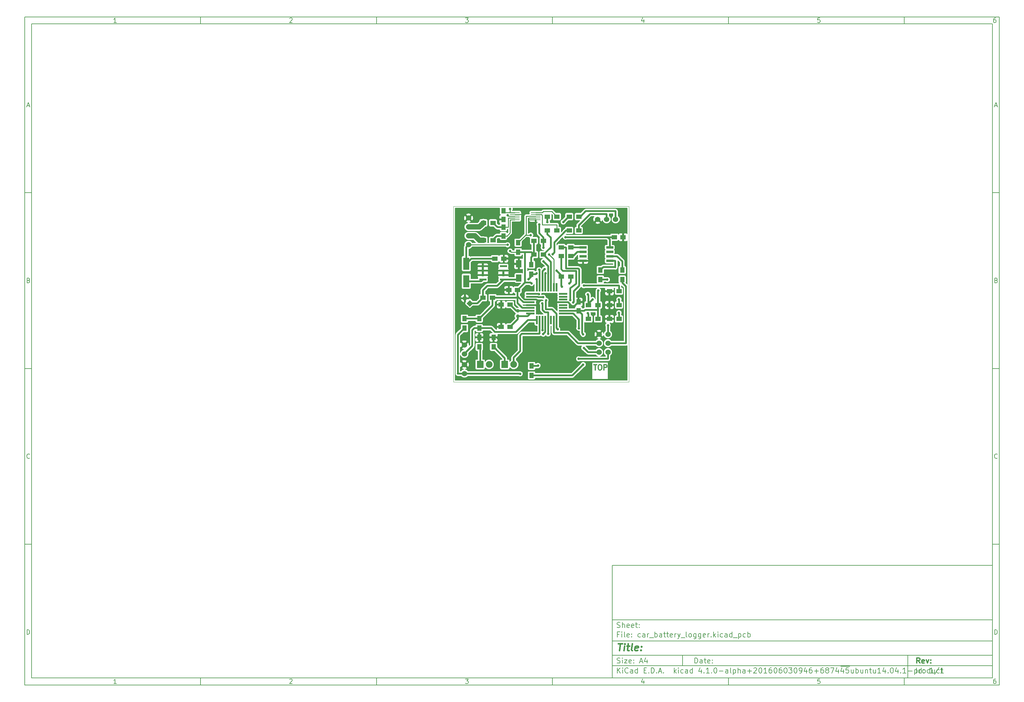
<source format=gtl>
G04 #@! TF.FileFunction,Copper,L1,Top,Signal*
%FSLAX46Y46*%
G04 Gerber Fmt 4.6, Leading zero omitted, Abs format (unit mm)*
G04 Created by KiCad (PCBNEW 4.1.0-alpha+201606030946+6874~45~ubuntu14.04.1-product) date Sun Jul  3 18:53:08 2016*
%MOMM*%
%LPD*%
G01*
G04 APERTURE LIST*
%ADD10C,0.100000*%
%ADD11C,0.150000*%
%ADD12C,0.300000*%
%ADD13C,0.400000*%
%ADD14R,1.250000X1.500000*%
%ADD15R,1.500000X1.250000*%
%ADD16R,1.600000X2.000000*%
%ADD17C,1.300000*%
%ADD18C,1.524000*%
%ADD19R,1.900000X2.000000*%
%ADD20C,1.900000*%
%ADD21R,2.000000X0.650000*%
%ADD22R,2.400000X0.550000*%
%ADD23R,0.550000X2.400000*%
%ADD24R,2.000000X0.600000*%
%ADD25R,1.500000X1.300000*%
%ADD26R,1.300000X1.500000*%
%ADD27C,1.000760*%
%ADD28R,1.800860X3.500120*%
%ADD29R,2.700000X0.250000*%
%ADD30C,0.700000*%
%ADD31C,0.250000*%
%ADD32C,0.550000*%
%ADD33C,1.500000*%
%ADD34C,0.130000*%
G04 APERTURE END LIST*
D10*
D11*
X177002200Y-166007200D02*
X177002200Y-198007200D01*
X285002200Y-198007200D01*
X285002200Y-166007200D01*
X177002200Y-166007200D01*
D10*
D11*
X10000000Y-10000000D02*
X10000000Y-200007200D01*
X287002200Y-200007200D01*
X287002200Y-10000000D01*
X10000000Y-10000000D01*
D10*
D11*
X12000000Y-12000000D02*
X12000000Y-198007200D01*
X285002200Y-198007200D01*
X285002200Y-12000000D01*
X12000000Y-12000000D01*
D10*
D11*
X60000000Y-12000000D02*
X60000000Y-10000000D01*
D10*
D11*
X110000000Y-12000000D02*
X110000000Y-10000000D01*
D10*
D11*
X160000000Y-12000000D02*
X160000000Y-10000000D01*
D10*
D11*
X210000000Y-12000000D02*
X210000000Y-10000000D01*
D10*
D11*
X260000000Y-12000000D02*
X260000000Y-10000000D01*
D10*
D11*
X36065476Y-11588095D02*
X35322619Y-11588095D01*
X35694047Y-11588095D02*
X35694047Y-10288095D01*
X35570238Y-10473809D01*
X35446428Y-10597619D01*
X35322619Y-10659523D01*
D10*
D11*
X85322619Y-10411904D02*
X85384523Y-10350000D01*
X85508333Y-10288095D01*
X85817857Y-10288095D01*
X85941666Y-10350000D01*
X86003571Y-10411904D01*
X86065476Y-10535714D01*
X86065476Y-10659523D01*
X86003571Y-10845238D01*
X85260714Y-11588095D01*
X86065476Y-11588095D01*
D10*
D11*
X135260714Y-10288095D02*
X136065476Y-10288095D01*
X135632142Y-10783333D01*
X135817857Y-10783333D01*
X135941666Y-10845238D01*
X136003571Y-10907142D01*
X136065476Y-11030952D01*
X136065476Y-11340476D01*
X136003571Y-11464285D01*
X135941666Y-11526190D01*
X135817857Y-11588095D01*
X135446428Y-11588095D01*
X135322619Y-11526190D01*
X135260714Y-11464285D01*
D10*
D11*
X185941666Y-10721428D02*
X185941666Y-11588095D01*
X185632142Y-10226190D02*
X185322619Y-11154761D01*
X186127380Y-11154761D01*
D10*
D11*
X236003571Y-10288095D02*
X235384523Y-10288095D01*
X235322619Y-10907142D01*
X235384523Y-10845238D01*
X235508333Y-10783333D01*
X235817857Y-10783333D01*
X235941666Y-10845238D01*
X236003571Y-10907142D01*
X236065476Y-11030952D01*
X236065476Y-11340476D01*
X236003571Y-11464285D01*
X235941666Y-11526190D01*
X235817857Y-11588095D01*
X235508333Y-11588095D01*
X235384523Y-11526190D01*
X235322619Y-11464285D01*
D10*
D11*
X285941666Y-10288095D02*
X285694047Y-10288095D01*
X285570238Y-10350000D01*
X285508333Y-10411904D01*
X285384523Y-10597619D01*
X285322619Y-10845238D01*
X285322619Y-11340476D01*
X285384523Y-11464285D01*
X285446428Y-11526190D01*
X285570238Y-11588095D01*
X285817857Y-11588095D01*
X285941666Y-11526190D01*
X286003571Y-11464285D01*
X286065476Y-11340476D01*
X286065476Y-11030952D01*
X286003571Y-10907142D01*
X285941666Y-10845238D01*
X285817857Y-10783333D01*
X285570238Y-10783333D01*
X285446428Y-10845238D01*
X285384523Y-10907142D01*
X285322619Y-11030952D01*
D10*
D11*
X60000000Y-198007200D02*
X60000000Y-200007200D01*
D10*
D11*
X110000000Y-198007200D02*
X110000000Y-200007200D01*
D10*
D11*
X160000000Y-198007200D02*
X160000000Y-200007200D01*
D10*
D11*
X210000000Y-198007200D02*
X210000000Y-200007200D01*
D10*
D11*
X260000000Y-198007200D02*
X260000000Y-200007200D01*
D10*
D11*
X36065476Y-199595295D02*
X35322619Y-199595295D01*
X35694047Y-199595295D02*
X35694047Y-198295295D01*
X35570238Y-198481009D01*
X35446428Y-198604819D01*
X35322619Y-198666723D01*
D10*
D11*
X85322619Y-198419104D02*
X85384523Y-198357200D01*
X85508333Y-198295295D01*
X85817857Y-198295295D01*
X85941666Y-198357200D01*
X86003571Y-198419104D01*
X86065476Y-198542914D01*
X86065476Y-198666723D01*
X86003571Y-198852438D01*
X85260714Y-199595295D01*
X86065476Y-199595295D01*
D10*
D11*
X135260714Y-198295295D02*
X136065476Y-198295295D01*
X135632142Y-198790533D01*
X135817857Y-198790533D01*
X135941666Y-198852438D01*
X136003571Y-198914342D01*
X136065476Y-199038152D01*
X136065476Y-199347676D01*
X136003571Y-199471485D01*
X135941666Y-199533390D01*
X135817857Y-199595295D01*
X135446428Y-199595295D01*
X135322619Y-199533390D01*
X135260714Y-199471485D01*
D10*
D11*
X185941666Y-198728628D02*
X185941666Y-199595295D01*
X185632142Y-198233390D02*
X185322619Y-199161961D01*
X186127380Y-199161961D01*
D10*
D11*
X236003571Y-198295295D02*
X235384523Y-198295295D01*
X235322619Y-198914342D01*
X235384523Y-198852438D01*
X235508333Y-198790533D01*
X235817857Y-198790533D01*
X235941666Y-198852438D01*
X236003571Y-198914342D01*
X236065476Y-199038152D01*
X236065476Y-199347676D01*
X236003571Y-199471485D01*
X235941666Y-199533390D01*
X235817857Y-199595295D01*
X235508333Y-199595295D01*
X235384523Y-199533390D01*
X235322619Y-199471485D01*
D10*
D11*
X285941666Y-198295295D02*
X285694047Y-198295295D01*
X285570238Y-198357200D01*
X285508333Y-198419104D01*
X285384523Y-198604819D01*
X285322619Y-198852438D01*
X285322619Y-199347676D01*
X285384523Y-199471485D01*
X285446428Y-199533390D01*
X285570238Y-199595295D01*
X285817857Y-199595295D01*
X285941666Y-199533390D01*
X286003571Y-199471485D01*
X286065476Y-199347676D01*
X286065476Y-199038152D01*
X286003571Y-198914342D01*
X285941666Y-198852438D01*
X285817857Y-198790533D01*
X285570238Y-198790533D01*
X285446428Y-198852438D01*
X285384523Y-198914342D01*
X285322619Y-199038152D01*
D10*
D11*
X10000000Y-60000000D02*
X12000000Y-60000000D01*
D10*
D11*
X10000000Y-110000000D02*
X12000000Y-110000000D01*
D10*
D11*
X10000000Y-160000000D02*
X12000000Y-160000000D01*
D10*
D11*
X10690476Y-35216666D02*
X11309523Y-35216666D01*
X10566666Y-35588095D02*
X11000000Y-34288095D01*
X11433333Y-35588095D01*
D10*
D11*
X11092857Y-84907142D02*
X11278571Y-84969047D01*
X11340476Y-85030952D01*
X11402380Y-85154761D01*
X11402380Y-85340476D01*
X11340476Y-85464285D01*
X11278571Y-85526190D01*
X11154761Y-85588095D01*
X10659523Y-85588095D01*
X10659523Y-84288095D01*
X11092857Y-84288095D01*
X11216666Y-84350000D01*
X11278571Y-84411904D01*
X11340476Y-84535714D01*
X11340476Y-84659523D01*
X11278571Y-84783333D01*
X11216666Y-84845238D01*
X11092857Y-84907142D01*
X10659523Y-84907142D01*
D10*
D11*
X11402380Y-135464285D02*
X11340476Y-135526190D01*
X11154761Y-135588095D01*
X11030952Y-135588095D01*
X10845238Y-135526190D01*
X10721428Y-135402380D01*
X10659523Y-135278571D01*
X10597619Y-135030952D01*
X10597619Y-134845238D01*
X10659523Y-134597619D01*
X10721428Y-134473809D01*
X10845238Y-134350000D01*
X11030952Y-134288095D01*
X11154761Y-134288095D01*
X11340476Y-134350000D01*
X11402380Y-134411904D01*
D10*
D11*
X10659523Y-185588095D02*
X10659523Y-184288095D01*
X10969047Y-184288095D01*
X11154761Y-184350000D01*
X11278571Y-184473809D01*
X11340476Y-184597619D01*
X11402380Y-184845238D01*
X11402380Y-185030952D01*
X11340476Y-185278571D01*
X11278571Y-185402380D01*
X11154761Y-185526190D01*
X10969047Y-185588095D01*
X10659523Y-185588095D01*
D10*
D11*
X287002200Y-60000000D02*
X285002200Y-60000000D01*
D10*
D11*
X287002200Y-110000000D02*
X285002200Y-110000000D01*
D10*
D11*
X287002200Y-160000000D02*
X285002200Y-160000000D01*
D10*
D11*
X285692676Y-35216666D02*
X286311723Y-35216666D01*
X285568866Y-35588095D02*
X286002200Y-34288095D01*
X286435533Y-35588095D01*
D10*
D11*
X286095057Y-84907142D02*
X286280771Y-84969047D01*
X286342676Y-85030952D01*
X286404580Y-85154761D01*
X286404580Y-85340476D01*
X286342676Y-85464285D01*
X286280771Y-85526190D01*
X286156961Y-85588095D01*
X285661723Y-85588095D01*
X285661723Y-84288095D01*
X286095057Y-84288095D01*
X286218866Y-84350000D01*
X286280771Y-84411904D01*
X286342676Y-84535714D01*
X286342676Y-84659523D01*
X286280771Y-84783333D01*
X286218866Y-84845238D01*
X286095057Y-84907142D01*
X285661723Y-84907142D01*
D10*
D11*
X286404580Y-135464285D02*
X286342676Y-135526190D01*
X286156961Y-135588095D01*
X286033152Y-135588095D01*
X285847438Y-135526190D01*
X285723628Y-135402380D01*
X285661723Y-135278571D01*
X285599819Y-135030952D01*
X285599819Y-134845238D01*
X285661723Y-134597619D01*
X285723628Y-134473809D01*
X285847438Y-134350000D01*
X286033152Y-134288095D01*
X286156961Y-134288095D01*
X286342676Y-134350000D01*
X286404580Y-134411904D01*
D10*
D11*
X285661723Y-185588095D02*
X285661723Y-184288095D01*
X285971247Y-184288095D01*
X286156961Y-184350000D01*
X286280771Y-184473809D01*
X286342676Y-184597619D01*
X286404580Y-184845238D01*
X286404580Y-185030952D01*
X286342676Y-185278571D01*
X286280771Y-185402380D01*
X286156961Y-185526190D01*
X285971247Y-185588095D01*
X285661723Y-185588095D01*
D10*
D11*
X200434342Y-193785771D02*
X200434342Y-192285771D01*
X200791485Y-192285771D01*
X201005771Y-192357200D01*
X201148628Y-192500057D01*
X201220057Y-192642914D01*
X201291485Y-192928628D01*
X201291485Y-193142914D01*
X201220057Y-193428628D01*
X201148628Y-193571485D01*
X201005771Y-193714342D01*
X200791485Y-193785771D01*
X200434342Y-193785771D01*
X202577200Y-193785771D02*
X202577200Y-193000057D01*
X202505771Y-192857200D01*
X202362914Y-192785771D01*
X202077200Y-192785771D01*
X201934342Y-192857200D01*
X202577200Y-193714342D02*
X202434342Y-193785771D01*
X202077200Y-193785771D01*
X201934342Y-193714342D01*
X201862914Y-193571485D01*
X201862914Y-193428628D01*
X201934342Y-193285771D01*
X202077200Y-193214342D01*
X202434342Y-193214342D01*
X202577200Y-193142914D01*
X203077200Y-192785771D02*
X203648628Y-192785771D01*
X203291485Y-192285771D02*
X203291485Y-193571485D01*
X203362914Y-193714342D01*
X203505771Y-193785771D01*
X203648628Y-193785771D01*
X204720057Y-193714342D02*
X204577200Y-193785771D01*
X204291485Y-193785771D01*
X204148628Y-193714342D01*
X204077200Y-193571485D01*
X204077200Y-193000057D01*
X204148628Y-192857200D01*
X204291485Y-192785771D01*
X204577200Y-192785771D01*
X204720057Y-192857200D01*
X204791485Y-193000057D01*
X204791485Y-193142914D01*
X204077200Y-193285771D01*
X205434342Y-193642914D02*
X205505771Y-193714342D01*
X205434342Y-193785771D01*
X205362914Y-193714342D01*
X205434342Y-193642914D01*
X205434342Y-193785771D01*
X205434342Y-192857200D02*
X205505771Y-192928628D01*
X205434342Y-193000057D01*
X205362914Y-192928628D01*
X205434342Y-192857200D01*
X205434342Y-193000057D01*
D10*
D11*
X177002200Y-194507200D02*
X285002200Y-194507200D01*
D10*
D11*
X178434342Y-196585771D02*
X178434342Y-195085771D01*
X179291485Y-196585771D02*
X178648628Y-195728628D01*
X179291485Y-195085771D02*
X178434342Y-195942914D01*
X179934342Y-196585771D02*
X179934342Y-195585771D01*
X179934342Y-195085771D02*
X179862914Y-195157200D01*
X179934342Y-195228628D01*
X180005771Y-195157200D01*
X179934342Y-195085771D01*
X179934342Y-195228628D01*
X181505771Y-196442914D02*
X181434342Y-196514342D01*
X181220057Y-196585771D01*
X181077200Y-196585771D01*
X180862914Y-196514342D01*
X180720057Y-196371485D01*
X180648628Y-196228628D01*
X180577200Y-195942914D01*
X180577200Y-195728628D01*
X180648628Y-195442914D01*
X180720057Y-195300057D01*
X180862914Y-195157200D01*
X181077200Y-195085771D01*
X181220057Y-195085771D01*
X181434342Y-195157200D01*
X181505771Y-195228628D01*
X182791485Y-196585771D02*
X182791485Y-195800057D01*
X182720057Y-195657200D01*
X182577200Y-195585771D01*
X182291485Y-195585771D01*
X182148628Y-195657200D01*
X182791485Y-196514342D02*
X182648628Y-196585771D01*
X182291485Y-196585771D01*
X182148628Y-196514342D01*
X182077200Y-196371485D01*
X182077200Y-196228628D01*
X182148628Y-196085771D01*
X182291485Y-196014342D01*
X182648628Y-196014342D01*
X182791485Y-195942914D01*
X184148628Y-196585771D02*
X184148628Y-195085771D01*
X184148628Y-196514342D02*
X184005771Y-196585771D01*
X183720057Y-196585771D01*
X183577200Y-196514342D01*
X183505771Y-196442914D01*
X183434342Y-196300057D01*
X183434342Y-195871485D01*
X183505771Y-195728628D01*
X183577200Y-195657200D01*
X183720057Y-195585771D01*
X184005771Y-195585771D01*
X184148628Y-195657200D01*
X186005771Y-195800057D02*
X186505771Y-195800057D01*
X186720057Y-196585771D02*
X186005771Y-196585771D01*
X186005771Y-195085771D01*
X186720057Y-195085771D01*
X187362914Y-196442914D02*
X187434342Y-196514342D01*
X187362914Y-196585771D01*
X187291485Y-196514342D01*
X187362914Y-196442914D01*
X187362914Y-196585771D01*
X188077200Y-196585771D02*
X188077200Y-195085771D01*
X188434342Y-195085771D01*
X188648628Y-195157200D01*
X188791485Y-195300057D01*
X188862914Y-195442914D01*
X188934342Y-195728628D01*
X188934342Y-195942914D01*
X188862914Y-196228628D01*
X188791485Y-196371485D01*
X188648628Y-196514342D01*
X188434342Y-196585771D01*
X188077200Y-196585771D01*
X189577200Y-196442914D02*
X189648628Y-196514342D01*
X189577200Y-196585771D01*
X189505771Y-196514342D01*
X189577200Y-196442914D01*
X189577200Y-196585771D01*
X190220057Y-196157200D02*
X190934342Y-196157200D01*
X190077200Y-196585771D02*
X190577200Y-195085771D01*
X191077200Y-196585771D01*
X191577200Y-196442914D02*
X191648628Y-196514342D01*
X191577200Y-196585771D01*
X191505771Y-196514342D01*
X191577200Y-196442914D01*
X191577200Y-196585771D01*
X194577200Y-196585771D02*
X194577200Y-195085771D01*
X194720057Y-196014342D02*
X195148628Y-196585771D01*
X195148628Y-195585771D02*
X194577200Y-196157200D01*
X195791485Y-196585771D02*
X195791485Y-195585771D01*
X195791485Y-195085771D02*
X195720057Y-195157200D01*
X195791485Y-195228628D01*
X195862914Y-195157200D01*
X195791485Y-195085771D01*
X195791485Y-195228628D01*
X197148628Y-196514342D02*
X197005771Y-196585771D01*
X196720057Y-196585771D01*
X196577200Y-196514342D01*
X196505771Y-196442914D01*
X196434342Y-196300057D01*
X196434342Y-195871485D01*
X196505771Y-195728628D01*
X196577200Y-195657200D01*
X196720057Y-195585771D01*
X197005771Y-195585771D01*
X197148628Y-195657200D01*
X198434342Y-196585771D02*
X198434342Y-195800057D01*
X198362914Y-195657200D01*
X198220057Y-195585771D01*
X197934342Y-195585771D01*
X197791485Y-195657200D01*
X198434342Y-196514342D02*
X198291485Y-196585771D01*
X197934342Y-196585771D01*
X197791485Y-196514342D01*
X197720057Y-196371485D01*
X197720057Y-196228628D01*
X197791485Y-196085771D01*
X197934342Y-196014342D01*
X198291485Y-196014342D01*
X198434342Y-195942914D01*
X199791485Y-196585771D02*
X199791485Y-195085771D01*
X199791485Y-196514342D02*
X199648628Y-196585771D01*
X199362914Y-196585771D01*
X199220057Y-196514342D01*
X199148628Y-196442914D01*
X199077200Y-196300057D01*
X199077200Y-195871485D01*
X199148628Y-195728628D01*
X199220057Y-195657200D01*
X199362914Y-195585771D01*
X199648628Y-195585771D01*
X199791485Y-195657200D01*
X202291485Y-195585771D02*
X202291485Y-196585771D01*
X201934342Y-195014342D02*
X201577200Y-196085771D01*
X202505771Y-196085771D01*
X203077200Y-196442914D02*
X203148628Y-196514342D01*
X203077200Y-196585771D01*
X203005771Y-196514342D01*
X203077200Y-196442914D01*
X203077200Y-196585771D01*
X204577200Y-196585771D02*
X203720057Y-196585771D01*
X204148628Y-196585771D02*
X204148628Y-195085771D01*
X204005771Y-195300057D01*
X203862914Y-195442914D01*
X203720057Y-195514342D01*
X205220057Y-196442914D02*
X205291485Y-196514342D01*
X205220057Y-196585771D01*
X205148628Y-196514342D01*
X205220057Y-196442914D01*
X205220057Y-196585771D01*
X206220057Y-195085771D02*
X206362914Y-195085771D01*
X206505771Y-195157200D01*
X206577200Y-195228628D01*
X206648628Y-195371485D01*
X206720057Y-195657200D01*
X206720057Y-196014342D01*
X206648628Y-196300057D01*
X206577200Y-196442914D01*
X206505771Y-196514342D01*
X206362914Y-196585771D01*
X206220057Y-196585771D01*
X206077200Y-196514342D01*
X206005771Y-196442914D01*
X205934342Y-196300057D01*
X205862914Y-196014342D01*
X205862914Y-195657200D01*
X205934342Y-195371485D01*
X206005771Y-195228628D01*
X206077200Y-195157200D01*
X206220057Y-195085771D01*
X207362914Y-196014342D02*
X208505771Y-196014342D01*
X209862914Y-196585771D02*
X209862914Y-195800057D01*
X209791485Y-195657200D01*
X209648628Y-195585771D01*
X209362914Y-195585771D01*
X209220057Y-195657200D01*
X209862914Y-196514342D02*
X209720057Y-196585771D01*
X209362914Y-196585771D01*
X209220057Y-196514342D01*
X209148628Y-196371485D01*
X209148628Y-196228628D01*
X209220057Y-196085771D01*
X209362914Y-196014342D01*
X209720057Y-196014342D01*
X209862914Y-195942914D01*
X210791485Y-196585771D02*
X210648628Y-196514342D01*
X210577200Y-196371485D01*
X210577200Y-195085771D01*
X211362914Y-195585771D02*
X211362914Y-197085771D01*
X211362914Y-195657200D02*
X211505771Y-195585771D01*
X211791485Y-195585771D01*
X211934342Y-195657200D01*
X212005771Y-195728628D01*
X212077200Y-195871485D01*
X212077200Y-196300057D01*
X212005771Y-196442914D01*
X211934342Y-196514342D01*
X211791485Y-196585771D01*
X211505771Y-196585771D01*
X211362914Y-196514342D01*
X212720057Y-196585771D02*
X212720057Y-195085771D01*
X213362914Y-196585771D02*
X213362914Y-195800057D01*
X213291485Y-195657200D01*
X213148628Y-195585771D01*
X212934342Y-195585771D01*
X212791485Y-195657200D01*
X212720057Y-195728628D01*
X214720057Y-196585771D02*
X214720057Y-195800057D01*
X214648628Y-195657200D01*
X214505771Y-195585771D01*
X214220057Y-195585771D01*
X214077200Y-195657200D01*
X214720057Y-196514342D02*
X214577200Y-196585771D01*
X214220057Y-196585771D01*
X214077200Y-196514342D01*
X214005771Y-196371485D01*
X214005771Y-196228628D01*
X214077200Y-196085771D01*
X214220057Y-196014342D01*
X214577200Y-196014342D01*
X214720057Y-195942914D01*
X215434342Y-196014342D02*
X216577200Y-196014342D01*
X216005771Y-196585771D02*
X216005771Y-195442914D01*
X217220057Y-195228628D02*
X217291485Y-195157200D01*
X217434342Y-195085771D01*
X217791485Y-195085771D01*
X217934342Y-195157200D01*
X218005771Y-195228628D01*
X218077200Y-195371485D01*
X218077200Y-195514342D01*
X218005771Y-195728628D01*
X217148628Y-196585771D01*
X218077200Y-196585771D01*
X219005771Y-195085771D02*
X219148628Y-195085771D01*
X219291485Y-195157200D01*
X219362914Y-195228628D01*
X219434342Y-195371485D01*
X219505771Y-195657200D01*
X219505771Y-196014342D01*
X219434342Y-196300057D01*
X219362914Y-196442914D01*
X219291485Y-196514342D01*
X219148628Y-196585771D01*
X219005771Y-196585771D01*
X218862914Y-196514342D01*
X218791485Y-196442914D01*
X218720057Y-196300057D01*
X218648628Y-196014342D01*
X218648628Y-195657200D01*
X218720057Y-195371485D01*
X218791485Y-195228628D01*
X218862914Y-195157200D01*
X219005771Y-195085771D01*
X220934342Y-196585771D02*
X220077200Y-196585771D01*
X220505771Y-196585771D02*
X220505771Y-195085771D01*
X220362914Y-195300057D01*
X220220057Y-195442914D01*
X220077200Y-195514342D01*
X222220057Y-195085771D02*
X221934342Y-195085771D01*
X221791485Y-195157200D01*
X221720057Y-195228628D01*
X221577200Y-195442914D01*
X221505771Y-195728628D01*
X221505771Y-196300057D01*
X221577200Y-196442914D01*
X221648628Y-196514342D01*
X221791485Y-196585771D01*
X222077200Y-196585771D01*
X222220057Y-196514342D01*
X222291485Y-196442914D01*
X222362914Y-196300057D01*
X222362914Y-195942914D01*
X222291485Y-195800057D01*
X222220057Y-195728628D01*
X222077200Y-195657200D01*
X221791485Y-195657200D01*
X221648628Y-195728628D01*
X221577200Y-195800057D01*
X221505771Y-195942914D01*
X223291485Y-195085771D02*
X223434342Y-195085771D01*
X223577200Y-195157200D01*
X223648628Y-195228628D01*
X223720057Y-195371485D01*
X223791485Y-195657200D01*
X223791485Y-196014342D01*
X223720057Y-196300057D01*
X223648628Y-196442914D01*
X223577200Y-196514342D01*
X223434342Y-196585771D01*
X223291485Y-196585771D01*
X223148628Y-196514342D01*
X223077200Y-196442914D01*
X223005771Y-196300057D01*
X222934342Y-196014342D01*
X222934342Y-195657200D01*
X223005771Y-195371485D01*
X223077200Y-195228628D01*
X223148628Y-195157200D01*
X223291485Y-195085771D01*
X225077200Y-195085771D02*
X224791485Y-195085771D01*
X224648628Y-195157200D01*
X224577200Y-195228628D01*
X224434342Y-195442914D01*
X224362914Y-195728628D01*
X224362914Y-196300057D01*
X224434342Y-196442914D01*
X224505771Y-196514342D01*
X224648628Y-196585771D01*
X224934342Y-196585771D01*
X225077200Y-196514342D01*
X225148628Y-196442914D01*
X225220057Y-196300057D01*
X225220057Y-195942914D01*
X225148628Y-195800057D01*
X225077200Y-195728628D01*
X224934342Y-195657200D01*
X224648628Y-195657200D01*
X224505771Y-195728628D01*
X224434342Y-195800057D01*
X224362914Y-195942914D01*
X226148628Y-195085771D02*
X226291485Y-195085771D01*
X226434342Y-195157200D01*
X226505771Y-195228628D01*
X226577200Y-195371485D01*
X226648628Y-195657200D01*
X226648628Y-196014342D01*
X226577200Y-196300057D01*
X226505771Y-196442914D01*
X226434342Y-196514342D01*
X226291485Y-196585771D01*
X226148628Y-196585771D01*
X226005771Y-196514342D01*
X225934342Y-196442914D01*
X225862914Y-196300057D01*
X225791485Y-196014342D01*
X225791485Y-195657200D01*
X225862914Y-195371485D01*
X225934342Y-195228628D01*
X226005771Y-195157200D01*
X226148628Y-195085771D01*
X227148628Y-195085771D02*
X228077200Y-195085771D01*
X227577200Y-195657200D01*
X227791485Y-195657200D01*
X227934342Y-195728628D01*
X228005771Y-195800057D01*
X228077200Y-195942914D01*
X228077200Y-196300057D01*
X228005771Y-196442914D01*
X227934342Y-196514342D01*
X227791485Y-196585771D01*
X227362914Y-196585771D01*
X227220057Y-196514342D01*
X227148628Y-196442914D01*
X229005771Y-195085771D02*
X229148628Y-195085771D01*
X229291485Y-195157200D01*
X229362914Y-195228628D01*
X229434342Y-195371485D01*
X229505771Y-195657200D01*
X229505771Y-196014342D01*
X229434342Y-196300057D01*
X229362914Y-196442914D01*
X229291485Y-196514342D01*
X229148628Y-196585771D01*
X229005771Y-196585771D01*
X228862914Y-196514342D01*
X228791485Y-196442914D01*
X228720057Y-196300057D01*
X228648628Y-196014342D01*
X228648628Y-195657200D01*
X228720057Y-195371485D01*
X228791485Y-195228628D01*
X228862914Y-195157200D01*
X229005771Y-195085771D01*
X230220057Y-196585771D02*
X230505771Y-196585771D01*
X230648628Y-196514342D01*
X230720057Y-196442914D01*
X230862914Y-196228628D01*
X230934342Y-195942914D01*
X230934342Y-195371485D01*
X230862914Y-195228628D01*
X230791485Y-195157200D01*
X230648628Y-195085771D01*
X230362914Y-195085771D01*
X230220057Y-195157200D01*
X230148628Y-195228628D01*
X230077199Y-195371485D01*
X230077199Y-195728628D01*
X230148628Y-195871485D01*
X230220057Y-195942914D01*
X230362914Y-196014342D01*
X230648628Y-196014342D01*
X230791485Y-195942914D01*
X230862914Y-195871485D01*
X230934342Y-195728628D01*
X232220057Y-195585771D02*
X232220057Y-196585771D01*
X231862914Y-195014342D02*
X231505771Y-196085771D01*
X232434342Y-196085771D01*
X233648628Y-195085771D02*
X233362914Y-195085771D01*
X233220057Y-195157200D01*
X233148628Y-195228628D01*
X233005771Y-195442914D01*
X232934342Y-195728628D01*
X232934342Y-196300057D01*
X233005771Y-196442914D01*
X233077199Y-196514342D01*
X233220057Y-196585771D01*
X233505771Y-196585771D01*
X233648628Y-196514342D01*
X233720057Y-196442914D01*
X233791485Y-196300057D01*
X233791485Y-195942914D01*
X233720057Y-195800057D01*
X233648628Y-195728628D01*
X233505771Y-195657200D01*
X233220057Y-195657200D01*
X233077199Y-195728628D01*
X233005771Y-195800057D01*
X232934342Y-195942914D01*
X234434342Y-196014342D02*
X235577199Y-196014342D01*
X235005771Y-196585771D02*
X235005771Y-195442914D01*
X236934342Y-195085771D02*
X236648628Y-195085771D01*
X236505771Y-195157200D01*
X236434342Y-195228628D01*
X236291485Y-195442914D01*
X236220057Y-195728628D01*
X236220057Y-196300057D01*
X236291485Y-196442914D01*
X236362914Y-196514342D01*
X236505771Y-196585771D01*
X236791485Y-196585771D01*
X236934342Y-196514342D01*
X237005771Y-196442914D01*
X237077199Y-196300057D01*
X237077199Y-195942914D01*
X237005771Y-195800057D01*
X236934342Y-195728628D01*
X236791485Y-195657200D01*
X236505771Y-195657200D01*
X236362914Y-195728628D01*
X236291485Y-195800057D01*
X236220057Y-195942914D01*
X237934342Y-195728628D02*
X237791485Y-195657200D01*
X237720057Y-195585771D01*
X237648628Y-195442914D01*
X237648628Y-195371485D01*
X237720057Y-195228628D01*
X237791485Y-195157200D01*
X237934342Y-195085771D01*
X238220057Y-195085771D01*
X238362914Y-195157200D01*
X238434342Y-195228628D01*
X238505771Y-195371485D01*
X238505771Y-195442914D01*
X238434342Y-195585771D01*
X238362914Y-195657200D01*
X238220057Y-195728628D01*
X237934342Y-195728628D01*
X237791485Y-195800057D01*
X237720057Y-195871485D01*
X237648628Y-196014342D01*
X237648628Y-196300057D01*
X237720057Y-196442914D01*
X237791485Y-196514342D01*
X237934342Y-196585771D01*
X238220057Y-196585771D01*
X238362914Y-196514342D01*
X238434342Y-196442914D01*
X238505771Y-196300057D01*
X238505771Y-196014342D01*
X238434342Y-195871485D01*
X238362914Y-195800057D01*
X238220057Y-195728628D01*
X239005771Y-195085771D02*
X240005771Y-195085771D01*
X239362914Y-196585771D01*
X241220057Y-195585771D02*
X241220057Y-196585771D01*
X240862914Y-195014342D02*
X240505771Y-196085771D01*
X241434342Y-196085771D01*
X241896128Y-194677200D02*
X243077199Y-194677200D01*
X242648628Y-195585771D02*
X242648628Y-196585771D01*
X242291485Y-195014342D02*
X241934342Y-196085771D01*
X242862914Y-196085771D01*
X243077199Y-194677200D02*
X244505771Y-194677200D01*
X244148628Y-195085771D02*
X243434342Y-195085771D01*
X243362914Y-195800057D01*
X243434342Y-195728628D01*
X243577199Y-195657200D01*
X243934342Y-195657200D01*
X244077199Y-195728628D01*
X244148628Y-195800057D01*
X244220057Y-195942914D01*
X244220057Y-196300057D01*
X244148628Y-196442914D01*
X244077199Y-196514342D01*
X243934342Y-196585771D01*
X243577199Y-196585771D01*
X243434342Y-196514342D01*
X243362914Y-196442914D01*
X245505771Y-195585771D02*
X245505771Y-196585771D01*
X244862914Y-195585771D02*
X244862914Y-196371485D01*
X244934342Y-196514342D01*
X245077199Y-196585771D01*
X245291485Y-196585771D01*
X245434342Y-196514342D01*
X245505771Y-196442914D01*
X246220057Y-196585771D02*
X246220057Y-195085771D01*
X246220057Y-195657200D02*
X246362914Y-195585771D01*
X246648628Y-195585771D01*
X246791485Y-195657200D01*
X246862914Y-195728628D01*
X246934342Y-195871485D01*
X246934342Y-196300057D01*
X246862914Y-196442914D01*
X246791485Y-196514342D01*
X246648628Y-196585771D01*
X246362914Y-196585771D01*
X246220057Y-196514342D01*
X248220057Y-195585771D02*
X248220057Y-196585771D01*
X247577199Y-195585771D02*
X247577199Y-196371485D01*
X247648628Y-196514342D01*
X247791485Y-196585771D01*
X248005771Y-196585771D01*
X248148628Y-196514342D01*
X248220057Y-196442914D01*
X248934342Y-195585771D02*
X248934342Y-196585771D01*
X248934342Y-195728628D02*
X249005771Y-195657200D01*
X249148628Y-195585771D01*
X249362914Y-195585771D01*
X249505771Y-195657200D01*
X249577199Y-195800057D01*
X249577199Y-196585771D01*
X250077199Y-195585771D02*
X250648628Y-195585771D01*
X250291485Y-195085771D02*
X250291485Y-196371485D01*
X250362914Y-196514342D01*
X250505771Y-196585771D01*
X250648628Y-196585771D01*
X251791485Y-195585771D02*
X251791485Y-196585771D01*
X251148628Y-195585771D02*
X251148628Y-196371485D01*
X251220057Y-196514342D01*
X251362914Y-196585771D01*
X251577199Y-196585771D01*
X251720057Y-196514342D01*
X251791485Y-196442914D01*
X253291485Y-196585771D02*
X252434342Y-196585771D01*
X252862914Y-196585771D02*
X252862914Y-195085771D01*
X252720057Y-195300057D01*
X252577199Y-195442914D01*
X252434342Y-195514342D01*
X254577199Y-195585771D02*
X254577199Y-196585771D01*
X254220057Y-195014342D02*
X253862914Y-196085771D01*
X254791485Y-196085771D01*
X255362914Y-196442914D02*
X255434342Y-196514342D01*
X255362914Y-196585771D01*
X255291485Y-196514342D01*
X255362914Y-196442914D01*
X255362914Y-196585771D01*
X256362914Y-195085771D02*
X256505771Y-195085771D01*
X256648628Y-195157200D01*
X256720057Y-195228628D01*
X256791485Y-195371485D01*
X256862914Y-195657200D01*
X256862914Y-196014342D01*
X256791485Y-196300057D01*
X256720057Y-196442914D01*
X256648628Y-196514342D01*
X256505771Y-196585771D01*
X256362914Y-196585771D01*
X256220057Y-196514342D01*
X256148628Y-196442914D01*
X256077199Y-196300057D01*
X256005771Y-196014342D01*
X256005771Y-195657200D01*
X256077199Y-195371485D01*
X256148628Y-195228628D01*
X256220057Y-195157200D01*
X256362914Y-195085771D01*
X258148628Y-195585771D02*
X258148628Y-196585771D01*
X257791485Y-195014342D02*
X257434342Y-196085771D01*
X258362914Y-196085771D01*
X258934342Y-196442914D02*
X259005771Y-196514342D01*
X258934342Y-196585771D01*
X258862914Y-196514342D01*
X258934342Y-196442914D01*
X258934342Y-196585771D01*
X260434342Y-196585771D02*
X259577199Y-196585771D01*
X260005771Y-196585771D02*
X260005771Y-195085771D01*
X259862914Y-195300057D01*
X259720057Y-195442914D01*
X259577199Y-195514342D01*
X261077199Y-196014342D02*
X262220057Y-196014342D01*
X262934342Y-195585771D02*
X262934342Y-197085771D01*
X262934342Y-195657200D02*
X263077199Y-195585771D01*
X263362914Y-195585771D01*
X263505771Y-195657200D01*
X263577199Y-195728628D01*
X263648628Y-195871485D01*
X263648628Y-196300057D01*
X263577199Y-196442914D01*
X263505771Y-196514342D01*
X263362914Y-196585771D01*
X263077199Y-196585771D01*
X262934342Y-196514342D01*
X264291485Y-196585771D02*
X264291485Y-195585771D01*
X264291485Y-195871485D02*
X264362914Y-195728628D01*
X264434342Y-195657200D01*
X264577199Y-195585771D01*
X264720057Y-195585771D01*
X265434342Y-196585771D02*
X265291485Y-196514342D01*
X265220057Y-196442914D01*
X265148628Y-196300057D01*
X265148628Y-195871485D01*
X265220057Y-195728628D01*
X265291485Y-195657200D01*
X265434342Y-195585771D01*
X265648628Y-195585771D01*
X265791485Y-195657200D01*
X265862914Y-195728628D01*
X265934342Y-195871485D01*
X265934342Y-196300057D01*
X265862914Y-196442914D01*
X265791485Y-196514342D01*
X265648628Y-196585771D01*
X265434342Y-196585771D01*
X267220057Y-196585771D02*
X267220057Y-195085771D01*
X267220057Y-196514342D02*
X267077199Y-196585771D01*
X266791485Y-196585771D01*
X266648628Y-196514342D01*
X266577199Y-196442914D01*
X266505771Y-196300057D01*
X266505771Y-195871485D01*
X266577199Y-195728628D01*
X266648628Y-195657200D01*
X266791485Y-195585771D01*
X267077199Y-195585771D01*
X267220057Y-195657200D01*
X268577199Y-195585771D02*
X268577199Y-196585771D01*
X267934342Y-195585771D02*
X267934342Y-196371485D01*
X268005771Y-196514342D01*
X268148628Y-196585771D01*
X268362914Y-196585771D01*
X268505771Y-196514342D01*
X268577199Y-196442914D01*
X269934342Y-196514342D02*
X269791485Y-196585771D01*
X269505771Y-196585771D01*
X269362914Y-196514342D01*
X269291485Y-196442914D01*
X269220057Y-196300057D01*
X269220057Y-195871485D01*
X269291485Y-195728628D01*
X269362914Y-195657200D01*
X269505771Y-195585771D01*
X269791485Y-195585771D01*
X269934342Y-195657200D01*
X270362914Y-195585771D02*
X270934342Y-195585771D01*
X270577199Y-195085771D02*
X270577199Y-196371485D01*
X270648628Y-196514342D01*
X270791485Y-196585771D01*
X270934342Y-196585771D01*
D10*
D11*
X177002200Y-191507200D02*
X285002200Y-191507200D01*
D10*
D12*
X264411485Y-193785771D02*
X263911485Y-193071485D01*
X263554342Y-193785771D02*
X263554342Y-192285771D01*
X264125771Y-192285771D01*
X264268628Y-192357200D01*
X264340057Y-192428628D01*
X264411485Y-192571485D01*
X264411485Y-192785771D01*
X264340057Y-192928628D01*
X264268628Y-193000057D01*
X264125771Y-193071485D01*
X263554342Y-193071485D01*
X265625771Y-193714342D02*
X265482914Y-193785771D01*
X265197200Y-193785771D01*
X265054342Y-193714342D01*
X264982914Y-193571485D01*
X264982914Y-193000057D01*
X265054342Y-192857200D01*
X265197200Y-192785771D01*
X265482914Y-192785771D01*
X265625771Y-192857200D01*
X265697200Y-193000057D01*
X265697200Y-193142914D01*
X264982914Y-193285771D01*
X266197200Y-192785771D02*
X266554342Y-193785771D01*
X266911485Y-192785771D01*
X267482914Y-193642914D02*
X267554342Y-193714342D01*
X267482914Y-193785771D01*
X267411485Y-193714342D01*
X267482914Y-193642914D01*
X267482914Y-193785771D01*
X267482914Y-192857200D02*
X267554342Y-192928628D01*
X267482914Y-193000057D01*
X267411485Y-192928628D01*
X267482914Y-192857200D01*
X267482914Y-193000057D01*
D10*
D11*
X178362914Y-193714342D02*
X178577200Y-193785771D01*
X178934342Y-193785771D01*
X179077200Y-193714342D01*
X179148628Y-193642914D01*
X179220057Y-193500057D01*
X179220057Y-193357200D01*
X179148628Y-193214342D01*
X179077200Y-193142914D01*
X178934342Y-193071485D01*
X178648628Y-193000057D01*
X178505771Y-192928628D01*
X178434342Y-192857200D01*
X178362914Y-192714342D01*
X178362914Y-192571485D01*
X178434342Y-192428628D01*
X178505771Y-192357200D01*
X178648628Y-192285771D01*
X179005771Y-192285771D01*
X179220057Y-192357200D01*
X179862914Y-193785771D02*
X179862914Y-192785771D01*
X179862914Y-192285771D02*
X179791485Y-192357200D01*
X179862914Y-192428628D01*
X179934342Y-192357200D01*
X179862914Y-192285771D01*
X179862914Y-192428628D01*
X180434342Y-192785771D02*
X181220057Y-192785771D01*
X180434342Y-193785771D01*
X181220057Y-193785771D01*
X182362914Y-193714342D02*
X182220057Y-193785771D01*
X181934342Y-193785771D01*
X181791485Y-193714342D01*
X181720057Y-193571485D01*
X181720057Y-193000057D01*
X181791485Y-192857200D01*
X181934342Y-192785771D01*
X182220057Y-192785771D01*
X182362914Y-192857200D01*
X182434342Y-193000057D01*
X182434342Y-193142914D01*
X181720057Y-193285771D01*
X183077200Y-193642914D02*
X183148628Y-193714342D01*
X183077200Y-193785771D01*
X183005771Y-193714342D01*
X183077200Y-193642914D01*
X183077200Y-193785771D01*
X183077200Y-192857200D02*
X183148628Y-192928628D01*
X183077200Y-193000057D01*
X183005771Y-192928628D01*
X183077200Y-192857200D01*
X183077200Y-193000057D01*
X184862914Y-193357200D02*
X185577200Y-193357200D01*
X184720057Y-193785771D02*
X185220057Y-192285771D01*
X185720057Y-193785771D01*
X186862914Y-192785771D02*
X186862914Y-193785771D01*
X186505771Y-192214342D02*
X186148628Y-193285771D01*
X187077200Y-193285771D01*
D10*
D11*
X263434342Y-196585771D02*
X263434342Y-195085771D01*
X264791485Y-196585771D02*
X264791485Y-195085771D01*
X264791485Y-196514342D02*
X264648628Y-196585771D01*
X264362914Y-196585771D01*
X264220057Y-196514342D01*
X264148628Y-196442914D01*
X264077200Y-196300057D01*
X264077200Y-195871485D01*
X264148628Y-195728628D01*
X264220057Y-195657200D01*
X264362914Y-195585771D01*
X264648628Y-195585771D01*
X264791485Y-195657200D01*
X265505771Y-196442914D02*
X265577200Y-196514342D01*
X265505771Y-196585771D01*
X265434342Y-196514342D01*
X265505771Y-196442914D01*
X265505771Y-196585771D01*
X265505771Y-195657200D02*
X265577200Y-195728628D01*
X265505771Y-195800057D01*
X265434342Y-195728628D01*
X265505771Y-195657200D01*
X265505771Y-195800057D01*
X268148628Y-196585771D02*
X267291485Y-196585771D01*
X267720057Y-196585771D02*
X267720057Y-195085771D01*
X267577200Y-195300057D01*
X267434342Y-195442914D01*
X267291485Y-195514342D01*
X269862914Y-195014342D02*
X268577200Y-196942914D01*
X271148628Y-196585771D02*
X270291485Y-196585771D01*
X270720057Y-196585771D02*
X270720057Y-195085771D01*
X270577200Y-195300057D01*
X270434342Y-195442914D01*
X270291485Y-195514342D01*
D10*
D11*
X177002200Y-187507200D02*
X285002200Y-187507200D01*
D10*
D13*
X178714580Y-188211961D02*
X179857438Y-188211961D01*
X179036009Y-190211961D02*
X179286009Y-188211961D01*
X180274104Y-190211961D02*
X180440771Y-188878628D01*
X180524104Y-188211961D02*
X180416961Y-188307200D01*
X180500295Y-188402438D01*
X180607438Y-188307200D01*
X180524104Y-188211961D01*
X180500295Y-188402438D01*
X181107438Y-188878628D02*
X181869342Y-188878628D01*
X181476485Y-188211961D02*
X181262200Y-189926247D01*
X181333628Y-190116723D01*
X181512200Y-190211961D01*
X181702676Y-190211961D01*
X182655057Y-190211961D02*
X182476485Y-190116723D01*
X182405057Y-189926247D01*
X182619342Y-188211961D01*
X184190771Y-190116723D02*
X183988390Y-190211961D01*
X183607438Y-190211961D01*
X183428866Y-190116723D01*
X183357438Y-189926247D01*
X183452676Y-189164342D01*
X183571723Y-188973866D01*
X183774104Y-188878628D01*
X184155057Y-188878628D01*
X184333628Y-188973866D01*
X184405057Y-189164342D01*
X184381247Y-189354819D01*
X183405057Y-189545295D01*
X185155057Y-190021485D02*
X185238390Y-190116723D01*
X185131247Y-190211961D01*
X185047914Y-190116723D01*
X185155057Y-190021485D01*
X185131247Y-190211961D01*
X185286009Y-188973866D02*
X185369342Y-189069104D01*
X185262200Y-189164342D01*
X185178866Y-189069104D01*
X185286009Y-188973866D01*
X185262200Y-189164342D01*
D10*
D11*
X178934342Y-185600057D02*
X178434342Y-185600057D01*
X178434342Y-186385771D02*
X178434342Y-184885771D01*
X179148628Y-184885771D01*
X179720057Y-186385771D02*
X179720057Y-185385771D01*
X179720057Y-184885771D02*
X179648628Y-184957200D01*
X179720057Y-185028628D01*
X179791485Y-184957200D01*
X179720057Y-184885771D01*
X179720057Y-185028628D01*
X180648628Y-186385771D02*
X180505771Y-186314342D01*
X180434342Y-186171485D01*
X180434342Y-184885771D01*
X181791485Y-186314342D02*
X181648628Y-186385771D01*
X181362914Y-186385771D01*
X181220057Y-186314342D01*
X181148628Y-186171485D01*
X181148628Y-185600057D01*
X181220057Y-185457200D01*
X181362914Y-185385771D01*
X181648628Y-185385771D01*
X181791485Y-185457200D01*
X181862914Y-185600057D01*
X181862914Y-185742914D01*
X181148628Y-185885771D01*
X182505771Y-186242914D02*
X182577200Y-186314342D01*
X182505771Y-186385771D01*
X182434342Y-186314342D01*
X182505771Y-186242914D01*
X182505771Y-186385771D01*
X182505771Y-185457200D02*
X182577200Y-185528628D01*
X182505771Y-185600057D01*
X182434342Y-185528628D01*
X182505771Y-185457200D01*
X182505771Y-185600057D01*
X185005771Y-186314342D02*
X184862914Y-186385771D01*
X184577200Y-186385771D01*
X184434342Y-186314342D01*
X184362914Y-186242914D01*
X184291485Y-186100057D01*
X184291485Y-185671485D01*
X184362914Y-185528628D01*
X184434342Y-185457200D01*
X184577200Y-185385771D01*
X184862914Y-185385771D01*
X185005771Y-185457200D01*
X186291485Y-186385771D02*
X186291485Y-185600057D01*
X186220057Y-185457200D01*
X186077200Y-185385771D01*
X185791485Y-185385771D01*
X185648628Y-185457200D01*
X186291485Y-186314342D02*
X186148628Y-186385771D01*
X185791485Y-186385771D01*
X185648628Y-186314342D01*
X185577200Y-186171485D01*
X185577200Y-186028628D01*
X185648628Y-185885771D01*
X185791485Y-185814342D01*
X186148628Y-185814342D01*
X186291485Y-185742914D01*
X187005771Y-186385771D02*
X187005771Y-185385771D01*
X187005771Y-185671485D02*
X187077200Y-185528628D01*
X187148628Y-185457200D01*
X187291485Y-185385771D01*
X187434342Y-185385771D01*
X187577200Y-186528628D02*
X188720057Y-186528628D01*
X189077200Y-186385771D02*
X189077200Y-184885771D01*
X189077200Y-185457200D02*
X189220057Y-185385771D01*
X189505771Y-185385771D01*
X189648628Y-185457200D01*
X189720057Y-185528628D01*
X189791485Y-185671485D01*
X189791485Y-186100057D01*
X189720057Y-186242914D01*
X189648628Y-186314342D01*
X189505771Y-186385771D01*
X189220057Y-186385771D01*
X189077200Y-186314342D01*
X191077200Y-186385771D02*
X191077200Y-185600057D01*
X191005771Y-185457200D01*
X190862914Y-185385771D01*
X190577200Y-185385771D01*
X190434342Y-185457200D01*
X191077200Y-186314342D02*
X190934342Y-186385771D01*
X190577200Y-186385771D01*
X190434342Y-186314342D01*
X190362914Y-186171485D01*
X190362914Y-186028628D01*
X190434342Y-185885771D01*
X190577200Y-185814342D01*
X190934342Y-185814342D01*
X191077200Y-185742914D01*
X191577200Y-185385771D02*
X192148628Y-185385771D01*
X191791485Y-184885771D02*
X191791485Y-186171485D01*
X191862914Y-186314342D01*
X192005771Y-186385771D01*
X192148628Y-186385771D01*
X192434342Y-185385771D02*
X193005771Y-185385771D01*
X192648628Y-184885771D02*
X192648628Y-186171485D01*
X192720057Y-186314342D01*
X192862914Y-186385771D01*
X193005771Y-186385771D01*
X194077200Y-186314342D02*
X193934342Y-186385771D01*
X193648628Y-186385771D01*
X193505771Y-186314342D01*
X193434342Y-186171485D01*
X193434342Y-185600057D01*
X193505771Y-185457200D01*
X193648628Y-185385771D01*
X193934342Y-185385771D01*
X194077200Y-185457200D01*
X194148628Y-185600057D01*
X194148628Y-185742914D01*
X193434342Y-185885771D01*
X194791485Y-186385771D02*
X194791485Y-185385771D01*
X194791485Y-185671485D02*
X194862914Y-185528628D01*
X194934342Y-185457200D01*
X195077200Y-185385771D01*
X195220057Y-185385771D01*
X195577200Y-185385771D02*
X195934342Y-186385771D01*
X196291485Y-185385771D02*
X195934342Y-186385771D01*
X195791485Y-186742914D01*
X195720057Y-186814342D01*
X195577200Y-186885771D01*
X196505771Y-186528628D02*
X197648628Y-186528628D01*
X198220057Y-186385771D02*
X198077200Y-186314342D01*
X198005771Y-186171485D01*
X198005771Y-184885771D01*
X199005771Y-186385771D02*
X198862914Y-186314342D01*
X198791485Y-186242914D01*
X198720057Y-186100057D01*
X198720057Y-185671485D01*
X198791485Y-185528628D01*
X198862914Y-185457200D01*
X199005771Y-185385771D01*
X199220057Y-185385771D01*
X199362914Y-185457200D01*
X199434342Y-185528628D01*
X199505771Y-185671485D01*
X199505771Y-186100057D01*
X199434342Y-186242914D01*
X199362914Y-186314342D01*
X199220057Y-186385771D01*
X199005771Y-186385771D01*
X200791485Y-185385771D02*
X200791485Y-186600057D01*
X200720057Y-186742914D01*
X200648628Y-186814342D01*
X200505771Y-186885771D01*
X200291485Y-186885771D01*
X200148628Y-186814342D01*
X200791485Y-186314342D02*
X200648628Y-186385771D01*
X200362914Y-186385771D01*
X200220057Y-186314342D01*
X200148628Y-186242914D01*
X200077200Y-186100057D01*
X200077200Y-185671485D01*
X200148628Y-185528628D01*
X200220057Y-185457200D01*
X200362914Y-185385771D01*
X200648628Y-185385771D01*
X200791485Y-185457200D01*
X202148628Y-185385771D02*
X202148628Y-186600057D01*
X202077200Y-186742914D01*
X202005771Y-186814342D01*
X201862914Y-186885771D01*
X201648628Y-186885771D01*
X201505771Y-186814342D01*
X202148628Y-186314342D02*
X202005771Y-186385771D01*
X201720057Y-186385771D01*
X201577200Y-186314342D01*
X201505771Y-186242914D01*
X201434342Y-186100057D01*
X201434342Y-185671485D01*
X201505771Y-185528628D01*
X201577200Y-185457200D01*
X201720057Y-185385771D01*
X202005771Y-185385771D01*
X202148628Y-185457200D01*
X203434342Y-186314342D02*
X203291485Y-186385771D01*
X203005771Y-186385771D01*
X202862914Y-186314342D01*
X202791485Y-186171485D01*
X202791485Y-185600057D01*
X202862914Y-185457200D01*
X203005771Y-185385771D01*
X203291485Y-185385771D01*
X203434342Y-185457200D01*
X203505771Y-185600057D01*
X203505771Y-185742914D01*
X202791485Y-185885771D01*
X204148628Y-186385771D02*
X204148628Y-185385771D01*
X204148628Y-185671485D02*
X204220057Y-185528628D01*
X204291485Y-185457200D01*
X204434342Y-185385771D01*
X204577200Y-185385771D01*
X205077200Y-186242914D02*
X205148628Y-186314342D01*
X205077200Y-186385771D01*
X205005771Y-186314342D01*
X205077200Y-186242914D01*
X205077200Y-186385771D01*
X205791485Y-186385771D02*
X205791485Y-184885771D01*
X205934342Y-185814342D02*
X206362914Y-186385771D01*
X206362914Y-185385771D02*
X205791485Y-185957200D01*
X207005771Y-186385771D02*
X207005771Y-185385771D01*
X207005771Y-184885771D02*
X206934342Y-184957200D01*
X207005771Y-185028628D01*
X207077200Y-184957200D01*
X207005771Y-184885771D01*
X207005771Y-185028628D01*
X208362914Y-186314342D02*
X208220057Y-186385771D01*
X207934342Y-186385771D01*
X207791485Y-186314342D01*
X207720057Y-186242914D01*
X207648628Y-186100057D01*
X207648628Y-185671485D01*
X207720057Y-185528628D01*
X207791485Y-185457200D01*
X207934342Y-185385771D01*
X208220057Y-185385771D01*
X208362914Y-185457200D01*
X209648628Y-186385771D02*
X209648628Y-185600057D01*
X209577200Y-185457200D01*
X209434342Y-185385771D01*
X209148628Y-185385771D01*
X209005771Y-185457200D01*
X209648628Y-186314342D02*
X209505771Y-186385771D01*
X209148628Y-186385771D01*
X209005771Y-186314342D01*
X208934342Y-186171485D01*
X208934342Y-186028628D01*
X209005771Y-185885771D01*
X209148628Y-185814342D01*
X209505771Y-185814342D01*
X209648628Y-185742914D01*
X211005771Y-186385771D02*
X211005771Y-184885771D01*
X211005771Y-186314342D02*
X210862914Y-186385771D01*
X210577200Y-186385771D01*
X210434342Y-186314342D01*
X210362914Y-186242914D01*
X210291485Y-186100057D01*
X210291485Y-185671485D01*
X210362914Y-185528628D01*
X210434342Y-185457200D01*
X210577200Y-185385771D01*
X210862914Y-185385771D01*
X211005771Y-185457200D01*
X211362914Y-186528628D02*
X212505771Y-186528628D01*
X212862914Y-185385771D02*
X212862914Y-186885771D01*
X212862914Y-185457200D02*
X213005771Y-185385771D01*
X213291485Y-185385771D01*
X213434342Y-185457200D01*
X213505771Y-185528628D01*
X213577200Y-185671485D01*
X213577200Y-186100057D01*
X213505771Y-186242914D01*
X213434342Y-186314342D01*
X213291485Y-186385771D01*
X213005771Y-186385771D01*
X212862914Y-186314342D01*
X214862914Y-186314342D02*
X214720057Y-186385771D01*
X214434342Y-186385771D01*
X214291485Y-186314342D01*
X214220057Y-186242914D01*
X214148628Y-186100057D01*
X214148628Y-185671485D01*
X214220057Y-185528628D01*
X214291485Y-185457200D01*
X214434342Y-185385771D01*
X214720057Y-185385771D01*
X214862914Y-185457200D01*
X215505771Y-186385771D02*
X215505771Y-184885771D01*
X215505771Y-185457200D02*
X215648628Y-185385771D01*
X215934342Y-185385771D01*
X216077200Y-185457200D01*
X216148628Y-185528628D01*
X216220057Y-185671485D01*
X216220057Y-186100057D01*
X216148628Y-186242914D01*
X216077200Y-186314342D01*
X215934342Y-186385771D01*
X215648628Y-186385771D01*
X215505771Y-186314342D01*
D10*
D11*
X177002200Y-181507200D02*
X285002200Y-181507200D01*
D10*
D11*
X178362914Y-183614342D02*
X178577200Y-183685771D01*
X178934342Y-183685771D01*
X179077200Y-183614342D01*
X179148628Y-183542914D01*
X179220057Y-183400057D01*
X179220057Y-183257200D01*
X179148628Y-183114342D01*
X179077200Y-183042914D01*
X178934342Y-182971485D01*
X178648628Y-182900057D01*
X178505771Y-182828628D01*
X178434342Y-182757200D01*
X178362914Y-182614342D01*
X178362914Y-182471485D01*
X178434342Y-182328628D01*
X178505771Y-182257200D01*
X178648628Y-182185771D01*
X179005771Y-182185771D01*
X179220057Y-182257200D01*
X179862914Y-183685771D02*
X179862914Y-182185771D01*
X180505771Y-183685771D02*
X180505771Y-182900057D01*
X180434342Y-182757200D01*
X180291485Y-182685771D01*
X180077200Y-182685771D01*
X179934342Y-182757200D01*
X179862914Y-182828628D01*
X181791485Y-183614342D02*
X181648628Y-183685771D01*
X181362914Y-183685771D01*
X181220057Y-183614342D01*
X181148628Y-183471485D01*
X181148628Y-182900057D01*
X181220057Y-182757200D01*
X181362914Y-182685771D01*
X181648628Y-182685771D01*
X181791485Y-182757200D01*
X181862914Y-182900057D01*
X181862914Y-183042914D01*
X181148628Y-183185771D01*
X183077200Y-183614342D02*
X182934342Y-183685771D01*
X182648628Y-183685771D01*
X182505771Y-183614342D01*
X182434342Y-183471485D01*
X182434342Y-182900057D01*
X182505771Y-182757200D01*
X182648628Y-182685771D01*
X182934342Y-182685771D01*
X183077200Y-182757200D01*
X183148628Y-182900057D01*
X183148628Y-183042914D01*
X182434342Y-183185771D01*
X183577200Y-182685771D02*
X184148628Y-182685771D01*
X183791485Y-182185771D02*
X183791485Y-183471485D01*
X183862914Y-183614342D01*
X184005771Y-183685771D01*
X184148628Y-183685771D01*
X184648628Y-183542914D02*
X184720057Y-183614342D01*
X184648628Y-183685771D01*
X184577200Y-183614342D01*
X184648628Y-183542914D01*
X184648628Y-183685771D01*
X184648628Y-182757200D02*
X184720057Y-182828628D01*
X184648628Y-182900057D01*
X184577200Y-182828628D01*
X184648628Y-182757200D01*
X184648628Y-182900057D01*
D10*
D11*
X197002200Y-191507200D02*
X197002200Y-194507200D01*
D10*
D11*
X261002200Y-191507200D02*
X261002200Y-198007200D01*
D10*
X131826000Y-113792000D02*
X131826000Y-63881000D01*
X181737000Y-113792000D02*
X131826000Y-113792000D01*
X181737000Y-63881000D02*
X181737000Y-113792000D01*
X131826000Y-63881000D02*
X181737000Y-63881000D01*
X180165166Y-110744000D02*
G75*
G03X180165166Y-110744000I-1666666J0D01*
G01*
X175998500Y-110744000D02*
X180998500Y-110744000D01*
X178498500Y-108244000D02*
X178498500Y-113244000D01*
D12*
X171708214Y-108906571D02*
X172565357Y-108906571D01*
X172136785Y-110406571D02*
X172136785Y-108906571D01*
X173351071Y-108906571D02*
X173636785Y-108906571D01*
X173779642Y-108978000D01*
X173922500Y-109120857D01*
X173993928Y-109406571D01*
X173993928Y-109906571D01*
X173922500Y-110192285D01*
X173779642Y-110335142D01*
X173636785Y-110406571D01*
X173351071Y-110406571D01*
X173208214Y-110335142D01*
X173065357Y-110192285D01*
X172993928Y-109906571D01*
X172993928Y-109406571D01*
X173065357Y-109120857D01*
X173208214Y-108978000D01*
X173351071Y-108906571D01*
X174636785Y-110406571D02*
X174636785Y-108906571D01*
X175208214Y-108906571D01*
X175351071Y-108978000D01*
X175422500Y-109049428D01*
X175493928Y-109192285D01*
X175493928Y-109406571D01*
X175422500Y-109549428D01*
X175351071Y-109620857D01*
X175208214Y-109692285D01*
X174636785Y-109692285D01*
D14*
X146050000Y-72306500D03*
X146050000Y-69806500D03*
X146050000Y-67607500D03*
X146050000Y-65107500D03*
D15*
X150094000Y-87630000D03*
X147594000Y-87630000D03*
D14*
X167386000Y-93579000D03*
X167386000Y-91079000D03*
D15*
X180066000Y-72644000D03*
X177566000Y-72644000D03*
D16*
X150431500Y-84232500D03*
X150431500Y-80232500D03*
D10*
G36*
X137444239Y-91440000D02*
X136525000Y-92359239D01*
X135605761Y-91440000D01*
X136525000Y-90520761D01*
X137444239Y-91440000D01*
X137444239Y-91440000D01*
G37*
D17*
X135110786Y-90025786D03*
D15*
X145435000Y-91821000D03*
X147935000Y-91821000D03*
X145435000Y-98171000D03*
X147935000Y-98171000D03*
X143657000Y-78740000D03*
X146157000Y-78740000D03*
D18*
X175768000Y-102806500D03*
X175768000Y-105346500D03*
X175768000Y-100266500D03*
X173228000Y-100266500D03*
X173228000Y-102806500D03*
X173228000Y-105346500D03*
D19*
X139446000Y-108839000D03*
D20*
X141986000Y-108839000D03*
D19*
X146431000Y-108839000D03*
D20*
X148971000Y-108839000D03*
D21*
X168666000Y-75565000D03*
X168666000Y-76835000D03*
X168666000Y-78105000D03*
X168666000Y-79375000D03*
X176266000Y-79375000D03*
X176266000Y-78105000D03*
X176266000Y-76835000D03*
X176266000Y-75565000D03*
D22*
X153719000Y-88767000D03*
X153719000Y-89567000D03*
X153719000Y-90367000D03*
X153719000Y-91167000D03*
X153719000Y-91967000D03*
X153719000Y-92767000D03*
X153719000Y-93567000D03*
X153719000Y-94367000D03*
D23*
X155569000Y-96217000D03*
X156369000Y-96217000D03*
X157169000Y-96217000D03*
X157969000Y-96217000D03*
X158769000Y-96217000D03*
X159569000Y-96217000D03*
X160369000Y-96217000D03*
X161169000Y-96217000D03*
D22*
X163019000Y-94367000D03*
X163019000Y-93567000D03*
X163019000Y-92767000D03*
X163019000Y-91967000D03*
X163019000Y-91167000D03*
X163019000Y-90367000D03*
X163019000Y-89567000D03*
X163019000Y-88767000D03*
D23*
X161169000Y-86917000D03*
X160369000Y-86917000D03*
X159569000Y-86917000D03*
X158769000Y-86917000D03*
X157969000Y-86917000D03*
X157169000Y-86917000D03*
X156369000Y-86917000D03*
X155569000Y-86917000D03*
D24*
X146054000Y-84709000D03*
X146054000Y-83439000D03*
X146054000Y-82169000D03*
X146054000Y-80899000D03*
X140204000Y-80899000D03*
X140204000Y-82169000D03*
X140204000Y-83439000D03*
X140204000Y-84709000D03*
D18*
X136144000Y-67183000D03*
X136144000Y-69723000D03*
X136144000Y-72263000D03*
X136144000Y-74803000D03*
D25*
X143082000Y-73533000D03*
X140382000Y-73533000D03*
X143082000Y-68580000D03*
X140382000Y-68580000D03*
D26*
X139192000Y-103839000D03*
X139192000Y-101139000D03*
X143256000Y-103839000D03*
X143256000Y-101139000D03*
X135001000Y-95805000D03*
X135001000Y-98505000D03*
X139192000Y-95805000D03*
X139192000Y-98505000D03*
X179832000Y-84662000D03*
X179832000Y-81962000D03*
X173609000Y-84662000D03*
X173609000Y-81962000D03*
D25*
X162480000Y-75565000D03*
X165180000Y-75565000D03*
D26*
X150241000Y-76915000D03*
X150241000Y-74215000D03*
D25*
X158543000Y-70739000D03*
X161243000Y-70739000D03*
X165180000Y-77978000D03*
X162480000Y-77978000D03*
X158543000Y-66802000D03*
X161243000Y-66802000D03*
D26*
X154051000Y-111967000D03*
X154051000Y-109267000D03*
D25*
X154733000Y-77597000D03*
X157433000Y-77597000D03*
X164766000Y-66802000D03*
X167466000Y-66802000D03*
X154733000Y-73660000D03*
X157433000Y-73660000D03*
X140255000Y-89852500D03*
X142955000Y-89852500D03*
X164766000Y-70739000D03*
X167466000Y-70739000D03*
D26*
X153987500Y-80438000D03*
X153987500Y-83138000D03*
D27*
X150114000Y-95110300D03*
X150114000Y-93611700D03*
D28*
X135509000Y-85176360D03*
X135509000Y-80177640D03*
D25*
X176196000Y-88011000D03*
X178896000Y-88011000D03*
X162480000Y-83820000D03*
X165180000Y-83820000D03*
X170227000Y-91948000D03*
X172927000Y-91948000D03*
X176196000Y-91948000D03*
X178896000Y-91948000D03*
X170227000Y-95885000D03*
X172927000Y-95885000D03*
X176196000Y-95885000D03*
X178896000Y-95885000D03*
D18*
X134988300Y-103289100D03*
X134988300Y-105829100D03*
X134988300Y-108889800D03*
X134988300Y-111429800D03*
X172847000Y-67564000D03*
X175387000Y-67564000D03*
X177927000Y-67564000D03*
D29*
X155223000Y-67675000D03*
X155223000Y-67175000D03*
X155223000Y-66675000D03*
X155223000Y-66175000D03*
X155223000Y-65675000D03*
X149323000Y-65675000D03*
X149323000Y-66175000D03*
X149323000Y-66675000D03*
X149323000Y-67175000D03*
X149323000Y-67675000D03*
D30*
X153924000Y-69913500D03*
X154813000Y-69151500D03*
X151066500Y-69850000D03*
X149669500Y-69786500D03*
X171577000Y-88963500D03*
X171069000Y-87693500D03*
X156718000Y-94234000D03*
X155829000Y-93535500D03*
X169291000Y-83439000D03*
X171386500Y-81470500D03*
X169354500Y-81470500D03*
X148336000Y-103060500D03*
X147193000Y-103060500D03*
X146113500Y-103060500D03*
X168719500Y-108902500D03*
X168719500Y-100266500D03*
X168910000Y-104140000D03*
X173037500Y-87820500D03*
X163703000Y-72644000D03*
X164782500Y-85788500D03*
X154051000Y-85788500D03*
X147955000Y-76581000D03*
X147955000Y-64643000D03*
X147256500Y-74803000D03*
X147256500Y-66421000D03*
X167513000Y-98552000D03*
X161480500Y-98806000D03*
X167449500Y-107251500D03*
X158178500Y-90614500D03*
X165036500Y-90551000D03*
X175768000Y-97726500D03*
X153225500Y-84645500D03*
X155511500Y-82931000D03*
X157988000Y-82931000D03*
X175577500Y-84709000D03*
X157353000Y-100203000D03*
X153797000Y-72072500D03*
X159004000Y-77597000D03*
X178879500Y-90360500D03*
X171386500Y-90360500D03*
X170053000Y-88900000D03*
X156146500Y-88836500D03*
X178879500Y-94170500D03*
X170053000Y-94234000D03*
X157353000Y-89725500D03*
X150812500Y-111506000D03*
X157162500Y-99060000D03*
X157099000Y-91503500D03*
X165862000Y-91249500D03*
X155892500Y-109156500D03*
X158750000Y-100139500D03*
X157416500Y-79502000D03*
X157416500Y-75628500D03*
X156210000Y-69024500D03*
X158559500Y-68389500D03*
X163068000Y-68326000D03*
X157734000Y-81724500D03*
X156210000Y-81915000D03*
X160020000Y-77470000D03*
X162687000Y-86741000D03*
X168910000Y-86423500D03*
X161163000Y-82169000D03*
X155448000Y-84645500D03*
D31*
X146050000Y-72306500D02*
X147086000Y-72306500D01*
X147955000Y-67818000D02*
X148098000Y-67675000D01*
X147955000Y-71437500D02*
X147955000Y-67818000D01*
X147086000Y-72306500D02*
X147955000Y-71437500D01*
X148098000Y-67675000D02*
X149323000Y-67675000D01*
X146050000Y-72306500D02*
X146387500Y-72306500D01*
D32*
X143082000Y-73533000D02*
X143082000Y-73389500D01*
X143082000Y-73389500D02*
X144165000Y-72306500D01*
X144165000Y-72306500D02*
X146050000Y-72306500D01*
D31*
X146050000Y-69806500D02*
X147427000Y-69806500D01*
X147455000Y-67175000D02*
X149323000Y-67175000D01*
X147447000Y-67183000D02*
X147455000Y-67175000D01*
X147447000Y-69786500D02*
X147447000Y-67183000D01*
X147427000Y-69806500D02*
X147447000Y-69786500D01*
D32*
X143082000Y-68580000D02*
X143129000Y-68580000D01*
X143129000Y-68580000D02*
X144355500Y-69806500D01*
X144355500Y-69806500D02*
X146050000Y-69806500D01*
D31*
X155223000Y-67175000D02*
X153170000Y-67175000D01*
X153170000Y-67175000D02*
X153162000Y-67183000D01*
X153162000Y-67183000D02*
X153162000Y-69151500D01*
X153162000Y-69151500D02*
X153924000Y-69913500D01*
X149323000Y-66175000D02*
X151328500Y-66175000D01*
X151447500Y-68008500D02*
X149669500Y-69786500D01*
X151447500Y-66294000D02*
X151447500Y-68008500D01*
X151328500Y-66175000D02*
X151447500Y-66294000D01*
D32*
X167386000Y-91079000D02*
X167386000Y-88328500D01*
X168021000Y-87693500D02*
X171069000Y-87693500D01*
X167386000Y-88328500D02*
X168021000Y-87693500D01*
X155575000Y-91967000D02*
X155575000Y-93281500D01*
X155575000Y-93281500D02*
X155829000Y-93535500D01*
X168666000Y-79375000D02*
X168666000Y-80782000D01*
X169418000Y-83439000D02*
X169291000Y-83439000D01*
X171386500Y-81470500D02*
X169418000Y-83439000D01*
X168666000Y-80782000D02*
X169354500Y-81470500D01*
X143256000Y-101139000D02*
X144128500Y-101139000D01*
X147193000Y-103060500D02*
X148336000Y-103060500D01*
X146050000Y-103060500D02*
X146113500Y-103060500D01*
X144128500Y-101139000D02*
X146050000Y-103060500D01*
D31*
X153170000Y-67175000D02*
X153162000Y-67183000D01*
X153162000Y-67183000D02*
X153162000Y-67532000D01*
X153162000Y-67532000D02*
X153305000Y-67675000D01*
X153305000Y-67675000D02*
X155223000Y-67675000D01*
D32*
X163019000Y-91167000D02*
X164446000Y-91167000D01*
X166263000Y-92202000D02*
X167386000Y-91079000D01*
X165481000Y-92202000D02*
X166263000Y-92202000D01*
X164446000Y-91167000D02*
X165481000Y-92202000D01*
X153719000Y-90367000D02*
X155391000Y-90367000D01*
X155391000Y-90367000D02*
X155511500Y-90487500D01*
X153719000Y-91967000D02*
X155575000Y-91967000D01*
X155575000Y-91967000D02*
X155619500Y-91967000D01*
X155619500Y-91967000D02*
X155638500Y-91948000D01*
X163019000Y-91167000D02*
X160420000Y-91167000D01*
X160420000Y-91167000D02*
X160401000Y-91186000D01*
X176196000Y-91948000D02*
X176196000Y-88011000D01*
D31*
X155223000Y-67675000D02*
X153305000Y-67675000D01*
X153305000Y-67675000D02*
X153289000Y-67691000D01*
X153170000Y-67175000D02*
X153162000Y-67183000D01*
X149323000Y-66175000D02*
X151392000Y-66175000D01*
X151392000Y-66175000D02*
X151447500Y-66230500D01*
D32*
X153719000Y-90367000D02*
X152089000Y-90367000D01*
X151320500Y-89598500D02*
X151320500Y-89281000D01*
X152089000Y-90367000D02*
X151320500Y-89598500D01*
X135001000Y-95805000D02*
X139192000Y-95805000D01*
X139192000Y-95805000D02*
X142955000Y-92042000D01*
X142955000Y-92042000D02*
X142955000Y-89852500D01*
X154051000Y-111967000D02*
X165655000Y-111967000D01*
X165655000Y-111967000D02*
X168719500Y-108902500D01*
X173228000Y-105346500D02*
X170116500Y-105346500D01*
X168402000Y-94595000D02*
X167386000Y-93579000D01*
X168402000Y-99949000D02*
X168402000Y-94595000D01*
X168719500Y-100266500D02*
X168402000Y-99949000D01*
X170116500Y-105346500D02*
X168910000Y-104140000D01*
X172927000Y-93298000D02*
X172927000Y-95885000D01*
X167386000Y-93579000D02*
X169057000Y-93579000D01*
X172927000Y-93298000D02*
X172927000Y-91948000D01*
X172974000Y-93345000D02*
X172927000Y-93298000D01*
X169291000Y-93345000D02*
X172974000Y-93345000D01*
X169057000Y-93579000D02*
X169291000Y-93345000D01*
X173037500Y-87820500D02*
X172927000Y-87931000D01*
X172927000Y-87931000D02*
X172927000Y-91948000D01*
X176266000Y-75565000D02*
X176266000Y-73269000D01*
X176266000Y-73269000D02*
X175641000Y-72644000D01*
X163703000Y-72644000D02*
X175641000Y-72644000D01*
X175641000Y-72644000D02*
X177566000Y-72644000D01*
X163019000Y-93567000D02*
X167374000Y-93567000D01*
X167374000Y-93567000D02*
X167386000Y-93579000D01*
X152209500Y-85534500D02*
X153797000Y-85534500D01*
X165180000Y-85391000D02*
X165180000Y-83820000D01*
X164782500Y-85788500D02*
X165180000Y-85391000D01*
X153797000Y-85534500D02*
X154051000Y-85788500D01*
X153987500Y-80438000D02*
X153987500Y-78342500D01*
X153987500Y-78342500D02*
X154733000Y-77597000D01*
X150094000Y-87630000D02*
X150114000Y-87630000D01*
X150114000Y-87630000D02*
X152209500Y-85534500D01*
X152209500Y-85534500D02*
X152209500Y-76915000D01*
X154733000Y-73660000D02*
X154733000Y-77597000D01*
X154733000Y-77597000D02*
X154051000Y-76915000D01*
X154051000Y-76915000D02*
X152209500Y-76915000D01*
X152209500Y-76915000D02*
X150241000Y-76915000D01*
X153719000Y-92767000D02*
X151441000Y-92767000D01*
X150094000Y-91420000D02*
X150094000Y-89515000D01*
X151441000Y-92767000D02*
X150094000Y-91420000D01*
X150094000Y-87630000D02*
X150094000Y-89515000D01*
X151746000Y-91167000D02*
X153719000Y-91167000D01*
X150094000Y-89515000D02*
X151746000Y-91167000D01*
X142955000Y-89852500D02*
X150050500Y-89852500D01*
X150094000Y-89809000D02*
X150094000Y-87630000D01*
X150050500Y-89852500D02*
X150094000Y-89809000D01*
D31*
X149323000Y-65675000D02*
X147780500Y-65675000D01*
X148289000Y-76915000D02*
X150241000Y-76915000D01*
X147955000Y-76581000D02*
X148289000Y-76915000D01*
X147955000Y-65500500D02*
X147955000Y-64643000D01*
X147780500Y-65675000D02*
X147955000Y-65500500D01*
X149323000Y-65675000D02*
X146617500Y-65675000D01*
X146617500Y-65675000D02*
X146050000Y-65107500D01*
D32*
X146054000Y-84709000D02*
X149955000Y-84709000D01*
X149955000Y-84709000D02*
X150431500Y-84232500D01*
X140255000Y-89852500D02*
X140255000Y-87710000D01*
X144276000Y-86487000D02*
X146054000Y-84709000D01*
X141478000Y-86487000D02*
X144276000Y-86487000D01*
X140255000Y-87710000D02*
X141478000Y-86487000D01*
X136525000Y-91440000D02*
X138667500Y-91440000D01*
X138667500Y-91440000D02*
X140255000Y-89852500D01*
X150114000Y-93611700D02*
X153674300Y-93611700D01*
X153674300Y-93611700D02*
X153719000Y-93567000D01*
X150114000Y-93611700D02*
X149725700Y-93611700D01*
X149725700Y-93611700D02*
X147935000Y-91821000D01*
X150114000Y-95110300D02*
X150114000Y-95992000D01*
X150114000Y-95992000D02*
X147935000Y-98171000D01*
X150114000Y-95110300D02*
X152975700Y-95110300D01*
X152975700Y-95110300D02*
X153719000Y-94367000D01*
X143657000Y-78740000D02*
X136946640Y-78740000D01*
X136946640Y-78740000D02*
X135509000Y-80177640D01*
X135509000Y-80177640D02*
X135509000Y-75438000D01*
X135509000Y-75438000D02*
X136144000Y-74803000D01*
D31*
X149323000Y-66675000D02*
X147510500Y-66675000D01*
X147256500Y-74803000D02*
X136144000Y-74803000D01*
X147510500Y-66675000D02*
X147256500Y-66421000D01*
D32*
X163019000Y-94367000D02*
X165868000Y-94367000D01*
X167513000Y-98552000D02*
X167513000Y-96012000D01*
X165868000Y-94367000D02*
X167513000Y-96012000D01*
X179832000Y-84662000D02*
X179832000Y-85598000D01*
X180911500Y-102806500D02*
X175768000Y-102806500D01*
X180911500Y-86677500D02*
X180911500Y-102806500D01*
X179832000Y-85598000D02*
X180911500Y-86677500D01*
X175768000Y-105346500D02*
X175768000Y-107251500D01*
X161169000Y-98494500D02*
X161169000Y-96217000D01*
X161480500Y-98806000D02*
X161169000Y-98494500D01*
X175768000Y-107251500D02*
X167449500Y-107251500D01*
X158115000Y-93154500D02*
X159893000Y-93154500D01*
X159893000Y-93154500D02*
X161169000Y-94430500D01*
X161169000Y-94430500D02*
X161169000Y-96217000D01*
X166751000Y-82232500D02*
X166751000Y-85915500D01*
X166751000Y-85915500D02*
X165036500Y-87122000D01*
X162480000Y-81771500D02*
X162941000Y-82232500D01*
X162941000Y-82232500D02*
X166751000Y-82232500D01*
X162480000Y-77978000D02*
X162480000Y-81771500D01*
X158115000Y-90678000D02*
X158115000Y-93154500D01*
X158178500Y-90614500D02*
X158115000Y-90678000D01*
X165036500Y-87122000D02*
X165036500Y-90551000D01*
X153987500Y-83138000D02*
X153987500Y-83883500D01*
X153987500Y-83883500D02*
X153225500Y-84645500D01*
X175768000Y-97726500D02*
X175768000Y-100266500D01*
X157969000Y-86917000D02*
X157969000Y-82950000D01*
X155304500Y-83138000D02*
X153987500Y-83138000D01*
X155511500Y-82931000D02*
X155304500Y-83138000D01*
X157969000Y-82950000D02*
X157988000Y-82931000D01*
X173228000Y-102806500D02*
X167259000Y-102806500D01*
X160369000Y-99726500D02*
X160369000Y-96217000D01*
X160528000Y-99885500D02*
X160369000Y-99726500D01*
X164338000Y-99885500D02*
X160528000Y-99885500D01*
X167259000Y-102806500D02*
X164338000Y-99885500D01*
X173609000Y-84662000D02*
X175530500Y-84662000D01*
X175530500Y-84662000D02*
X175577500Y-84709000D01*
X139446000Y-108839000D02*
X139446000Y-104093000D01*
X139446000Y-104093000D02*
X139192000Y-103839000D01*
X157969000Y-96217000D02*
X157969000Y-99587000D01*
X157969000Y-99587000D02*
X157353000Y-100203000D01*
X146431000Y-108839000D02*
X146431000Y-107014000D01*
X146431000Y-107014000D02*
X143256000Y-103839000D01*
X148971000Y-108839000D02*
X148971000Y-106870500D01*
X156369000Y-100107500D02*
X156369000Y-96217000D01*
X156337000Y-100139500D02*
X156369000Y-100107500D01*
X151257000Y-100139500D02*
X156337000Y-100139500D01*
X150812500Y-100584000D02*
X151257000Y-100139500D01*
X150812500Y-105029000D02*
X150812500Y-100584000D01*
X148971000Y-106870500D02*
X150812500Y-105029000D01*
X135509000Y-85176360D02*
X139736640Y-85176360D01*
X139736640Y-85176360D02*
X140204000Y-84709000D01*
D31*
X160369000Y-86917000D02*
X160369000Y-78962000D01*
X153797000Y-72072500D02*
X152336500Y-72072500D01*
X160369000Y-78962000D02*
X159004000Y-77597000D01*
X155223000Y-66675000D02*
X152527000Y-66675000D01*
X152527000Y-71882000D02*
X152336500Y-72072500D01*
X152336500Y-72072500D02*
X150241000Y-74168000D01*
X152527000Y-66675000D02*
X152527000Y-71882000D01*
X150241000Y-74168000D02*
X150241000Y-74215000D01*
X155223000Y-66175000D02*
X156853000Y-66175000D01*
X161243000Y-69104500D02*
X161243000Y-70739000D01*
X161226500Y-69088000D02*
X161243000Y-69104500D01*
X157099000Y-69088000D02*
X161226500Y-69088000D01*
X157099000Y-66421000D02*
X157099000Y-69088000D01*
X156853000Y-66175000D02*
X157099000Y-66421000D01*
X155223000Y-65675000D02*
X157083000Y-65675000D01*
X159782500Y-65341500D02*
X161243000Y-66802000D01*
X157416500Y-65341500D02*
X159782500Y-65341500D01*
X157083000Y-65675000D02*
X157416500Y-65341500D01*
D32*
X165180000Y-75565000D02*
X168666000Y-75565000D01*
X165180000Y-77978000D02*
X165925500Y-77978000D01*
X165925500Y-77978000D02*
X167068500Y-76835000D01*
X167068500Y-76835000D02*
X168666000Y-76835000D01*
X176266000Y-79375000D02*
X177800000Y-79375000D01*
X174418000Y-81153000D02*
X173609000Y-81962000D01*
X177800000Y-81153000D02*
X174418000Y-81153000D01*
X177863500Y-81216500D02*
X177800000Y-81153000D01*
X177863500Y-79438500D02*
X177863500Y-81216500D01*
X177800000Y-79375000D02*
X177863500Y-79438500D01*
X176266000Y-78105000D02*
X178371500Y-78105000D01*
X179832000Y-79565500D02*
X179832000Y-81962000D01*
X178371500Y-78105000D02*
X179832000Y-79565500D01*
X170227000Y-91948000D02*
X170227000Y-91520000D01*
X170227000Y-91520000D02*
X171386500Y-90360500D01*
X178896000Y-90377000D02*
X178896000Y-91948000D01*
X178879500Y-90360500D02*
X178896000Y-90377000D01*
X153719000Y-88767000D02*
X156077000Y-88767000D01*
X170227000Y-89074000D02*
X170227000Y-91948000D01*
X170053000Y-88900000D02*
X170227000Y-89074000D01*
X156077000Y-88767000D02*
X156146500Y-88836500D01*
X178896000Y-94187000D02*
X178896000Y-95885000D01*
X178879500Y-94170500D02*
X178896000Y-94187000D01*
X153719000Y-89567000D02*
X155797500Y-89567000D01*
X170227000Y-94408000D02*
X170227000Y-95885000D01*
X170053000Y-94234000D02*
X170227000Y-94408000D01*
X155956000Y-89725500D02*
X157353000Y-89725500D01*
X155797500Y-89567000D02*
X155956000Y-89725500D01*
X139192000Y-98505000D02*
X142604500Y-98505000D01*
X153020500Y-96217000D02*
X155569000Y-96217000D01*
X149669500Y-99568000D02*
X153020500Y-96217000D01*
X143667500Y-99568000D02*
X149669500Y-99568000D01*
X142604500Y-98505000D02*
X143667500Y-99568000D01*
X134988300Y-105829100D02*
X134988300Y-105803700D01*
X134988300Y-105803700D02*
X137223500Y-103568500D01*
X137223500Y-103568500D02*
X137223500Y-99060000D01*
X137223500Y-99060000D02*
X137778500Y-98505000D01*
X137778500Y-98505000D02*
X139192000Y-98505000D01*
X157169000Y-96217000D02*
X157169000Y-99053500D01*
X150736300Y-111429800D02*
X134988300Y-111429800D01*
X150812500Y-111506000D02*
X150736300Y-111429800D01*
X157169000Y-99053500D02*
X157162500Y-99060000D01*
X134988300Y-111429800D02*
X133083300Y-111429800D01*
X133096000Y-100410000D02*
X135001000Y-98505000D01*
X133096000Y-111417100D02*
X133096000Y-100410000D01*
X133083300Y-111429800D02*
X133096000Y-111417100D01*
X167576500Y-86487000D02*
X166052500Y-88011000D01*
X167318598Y-81530098D02*
X167576500Y-81788000D01*
X167576500Y-81788000D02*
X167576500Y-86487000D01*
X162480000Y-75565000D02*
X163766500Y-75565000D01*
X163830000Y-75628500D02*
X163830000Y-81530098D01*
X163766500Y-75565000D02*
X163830000Y-75628500D01*
X163830000Y-81530098D02*
X167318598Y-81530098D01*
X158769000Y-94062500D02*
X158769000Y-96217000D01*
X158750000Y-94043500D02*
X158769000Y-94062500D01*
X157861000Y-94043500D02*
X158750000Y-94043500D01*
X157162500Y-93345000D02*
X157861000Y-94043500D01*
X157162500Y-91567000D02*
X157162500Y-93345000D01*
X157099000Y-91503500D02*
X157162500Y-91567000D01*
X166052500Y-91059000D02*
X165862000Y-91249500D01*
X166052500Y-88011000D02*
X166052500Y-91059000D01*
X158769000Y-96217000D02*
X158769000Y-100120500D01*
X155782000Y-109267000D02*
X154051000Y-109267000D01*
X155892500Y-109156500D02*
X155782000Y-109267000D01*
X158769000Y-100120500D02*
X158750000Y-100139500D01*
X159569000Y-86917000D02*
X159569000Y-79733000D01*
X159569000Y-79733000D02*
X157433000Y-77597000D01*
X158543000Y-70739000D02*
X158543000Y-71802000D01*
X159512000Y-75518000D02*
X157433000Y-77597000D01*
X159512000Y-72771000D02*
X159512000Y-75518000D01*
X158543000Y-71802000D02*
X159512000Y-72771000D01*
X158543000Y-70739000D02*
X158543000Y-71263500D01*
X157433000Y-73660000D02*
X157433000Y-75612000D01*
X158769000Y-80854500D02*
X158769000Y-86917000D01*
X157416500Y-79502000D02*
X158769000Y-80854500D01*
X157433000Y-75612000D02*
X157416500Y-75628500D01*
X158543000Y-66802000D02*
X158543000Y-68373000D01*
X157433000Y-72724000D02*
X157433000Y-73660000D01*
X156210000Y-71501000D02*
X157433000Y-72724000D01*
X156210000Y-69024500D02*
X156210000Y-71501000D01*
X158543000Y-68373000D02*
X158559500Y-68389500D01*
X157169000Y-86917000D02*
X157169000Y-82289500D01*
X163068000Y-68326000D02*
X164592000Y-66802000D01*
X157169000Y-82289500D02*
X157734000Y-81724500D01*
X164592000Y-66802000D02*
X164766000Y-66802000D01*
X164766000Y-70739000D02*
X163893500Y-70739000D01*
X156369000Y-82074000D02*
X156369000Y-86917000D01*
X156210000Y-81915000D02*
X156369000Y-82074000D01*
X160528000Y-76962000D02*
X160020000Y-77470000D01*
X160528000Y-74104500D02*
X160528000Y-76962000D01*
X163893500Y-70739000D02*
X160528000Y-74104500D01*
X178896000Y-88011000D02*
X178896000Y-86470500D01*
X162480000Y-86534000D02*
X162480000Y-83820000D01*
X162687000Y-86741000D02*
X162480000Y-86534000D01*
X178849000Y-86423500D02*
X168910000Y-86423500D01*
X178896000Y-86470500D02*
X178849000Y-86423500D01*
X162480000Y-83820000D02*
X162480000Y-83486000D01*
X162480000Y-83486000D02*
X161163000Y-82169000D01*
X155448000Y-84645500D02*
X155569000Y-84766500D01*
X155569000Y-84766500D02*
X155569000Y-86917000D01*
D33*
X136144000Y-69723000D02*
X139239000Y-69723000D01*
X139239000Y-69723000D02*
X140382000Y-68580000D01*
X136144000Y-72263000D02*
X137922000Y-72263000D01*
X139192000Y-73533000D02*
X140382000Y-73533000D01*
X137922000Y-72263000D02*
X139192000Y-73533000D01*
D32*
X167466000Y-66802000D02*
X167894000Y-66802000D01*
X167894000Y-66802000D02*
X169481500Y-65214500D01*
X169481500Y-65214500D02*
X177927000Y-65214500D01*
X177927000Y-65214500D02*
X177927000Y-67564000D01*
X167466000Y-70739000D02*
X167466000Y-69262000D01*
X175387000Y-66103500D02*
X175387000Y-67564000D01*
X175323500Y-66040000D02*
X175387000Y-66103500D01*
X170688000Y-66040000D02*
X175323500Y-66040000D01*
X167466000Y-69262000D02*
X170688000Y-66040000D01*
D34*
G36*
X144950891Y-65857500D02*
X144986980Y-66038934D01*
X145089754Y-66192746D01*
X145243566Y-66295520D01*
X145271165Y-66301010D01*
X145100422Y-66371734D01*
X144939234Y-66532921D01*
X144852000Y-66743523D01*
X144852000Y-67275250D01*
X144995250Y-67418500D01*
X145861000Y-67418500D01*
X145861000Y-67398500D01*
X146239000Y-67398500D01*
X146239000Y-67418500D01*
X146259000Y-67418500D01*
X146259000Y-67796500D01*
X146239000Y-67796500D01*
X146239000Y-67816500D01*
X145861000Y-67816500D01*
X145861000Y-67796500D01*
X144995250Y-67796500D01*
X144852000Y-67939750D01*
X144852000Y-68471477D01*
X144939234Y-68682079D01*
X145045156Y-68788000D01*
X144986980Y-68875066D01*
X144950891Y-69056500D01*
X144950891Y-69066500D01*
X144662018Y-69066500D01*
X144306109Y-68710591D01*
X144306109Y-67930000D01*
X144270020Y-67748566D01*
X144167246Y-67594754D01*
X144013434Y-67491980D01*
X143832000Y-67455891D01*
X142332000Y-67455891D01*
X142150566Y-67491980D01*
X141996754Y-67594754D01*
X141893980Y-67748566D01*
X141857891Y-67930000D01*
X141857891Y-69230000D01*
X141893980Y-69411434D01*
X141996754Y-69565246D01*
X142150566Y-69668020D01*
X142332000Y-69704109D01*
X143206591Y-69704109D01*
X143832241Y-70329759D01*
X144072314Y-70490171D01*
X144355500Y-70546500D01*
X144950891Y-70546500D01*
X144950891Y-70556500D01*
X144986980Y-70737934D01*
X145089754Y-70891746D01*
X145243566Y-70994520D01*
X145425000Y-71030609D01*
X146675000Y-71030609D01*
X146856434Y-70994520D01*
X147010246Y-70891746D01*
X147113020Y-70737934D01*
X147149109Y-70556500D01*
X147149109Y-70396500D01*
X147365000Y-70396500D01*
X147365000Y-71193114D01*
X147124638Y-71433476D01*
X147113020Y-71375066D01*
X147010246Y-71221254D01*
X146856434Y-71118480D01*
X146675000Y-71082391D01*
X145425000Y-71082391D01*
X145243566Y-71118480D01*
X145089754Y-71221254D01*
X144986980Y-71375066D01*
X144950891Y-71556500D01*
X144950891Y-71566500D01*
X144165000Y-71566500D01*
X143881814Y-71622829D01*
X143641741Y-71783241D01*
X143016091Y-72408891D01*
X142332000Y-72408891D01*
X142150566Y-72444980D01*
X141996754Y-72547754D01*
X141893980Y-72701566D01*
X141857891Y-72883000D01*
X141857891Y-74183000D01*
X141863858Y-74213000D01*
X141600142Y-74213000D01*
X141606109Y-74183000D01*
X141606109Y-72883000D01*
X141570020Y-72701566D01*
X141467246Y-72547754D01*
X141313434Y-72444980D01*
X141132000Y-72408891D01*
X140838941Y-72408891D01*
X140382000Y-72318000D01*
X139695270Y-72318000D01*
X138781135Y-71403865D01*
X138386961Y-71140486D01*
X137922000Y-71048000D01*
X136417520Y-71048000D01*
X136389136Y-71036214D01*
X135901005Y-71035788D01*
X135449869Y-71222194D01*
X135104407Y-71567053D01*
X134917214Y-72017864D01*
X134916788Y-72505995D01*
X135103194Y-72957131D01*
X135448053Y-73302593D01*
X135898864Y-73489786D01*
X136386995Y-73490212D01*
X136416550Y-73478000D01*
X137418730Y-73478000D01*
X138153730Y-74213000D01*
X137227832Y-74213000D01*
X137184806Y-74108869D01*
X136839947Y-73763407D01*
X136389136Y-73576214D01*
X135901005Y-73575788D01*
X135449869Y-73762194D01*
X135104407Y-74107053D01*
X134917214Y-74557864D01*
X134916813Y-75017900D01*
X134825329Y-75154814D01*
X134769000Y-75438000D01*
X134769000Y-77953471D01*
X134608570Y-77953471D01*
X134427136Y-77989560D01*
X134273324Y-78092334D01*
X134170550Y-78246146D01*
X134134461Y-78427580D01*
X134134461Y-81927700D01*
X134170550Y-82109134D01*
X134273324Y-82262946D01*
X134427136Y-82365720D01*
X134608570Y-82401809D01*
X136409430Y-82401809D01*
X136590864Y-82365720D01*
X136744676Y-82262946D01*
X136847450Y-82109134D01*
X136883539Y-81927700D01*
X136883539Y-81192250D01*
X138631000Y-81192250D01*
X138631000Y-81312977D01*
X138718234Y-81523578D01*
X138728656Y-81534000D01*
X138718234Y-81544422D01*
X138631000Y-81755023D01*
X138631000Y-81875750D01*
X138774250Y-82019000D01*
X140015000Y-82019000D01*
X140015000Y-81049000D01*
X140393000Y-81049000D01*
X140393000Y-82019000D01*
X141633750Y-82019000D01*
X141777000Y-81875750D01*
X141777000Y-81755023D01*
X144481000Y-81755023D01*
X144481000Y-81875750D01*
X144624250Y-82019000D01*
X145865000Y-82019000D01*
X145865000Y-81960000D01*
X146243000Y-81960000D01*
X146243000Y-82019000D01*
X147483750Y-82019000D01*
X147627000Y-81875750D01*
X147627000Y-81755023D01*
X147539766Y-81544422D01*
X147445460Y-81450116D01*
X147492020Y-81380434D01*
X147528109Y-81199000D01*
X147528109Y-80599000D01*
X147521297Y-80564750D01*
X149058500Y-80564750D01*
X149058500Y-81346477D01*
X149145734Y-81557079D01*
X149306922Y-81718266D01*
X149517523Y-81805500D01*
X150099250Y-81805500D01*
X150242500Y-81662250D01*
X150242500Y-80421500D01*
X149201750Y-80421500D01*
X149058500Y-80564750D01*
X147521297Y-80564750D01*
X147492020Y-80417566D01*
X147389246Y-80263754D01*
X147235434Y-80160980D01*
X147054000Y-80124891D01*
X145054000Y-80124891D01*
X144872566Y-80160980D01*
X144718754Y-80263754D01*
X144615980Y-80417566D01*
X144579891Y-80599000D01*
X144579891Y-81199000D01*
X144615980Y-81380434D01*
X144662540Y-81450116D01*
X144568234Y-81544422D01*
X144481000Y-81755023D01*
X141777000Y-81755023D01*
X141689766Y-81544422D01*
X141679344Y-81534000D01*
X141689766Y-81523578D01*
X141777000Y-81312977D01*
X141777000Y-81192250D01*
X141633750Y-81049000D01*
X140393000Y-81049000D01*
X140015000Y-81049000D01*
X138774250Y-81049000D01*
X138631000Y-81192250D01*
X136883539Y-81192250D01*
X136883539Y-80485023D01*
X138631000Y-80485023D01*
X138631000Y-80605750D01*
X138774250Y-80749000D01*
X140015000Y-80749000D01*
X140015000Y-80169250D01*
X140393000Y-80169250D01*
X140393000Y-80749000D01*
X141633750Y-80749000D01*
X141777000Y-80605750D01*
X141777000Y-80485023D01*
X141689766Y-80274422D01*
X141528579Y-80113234D01*
X141317977Y-80026000D01*
X140536250Y-80026000D01*
X140393000Y-80169250D01*
X140015000Y-80169250D01*
X139871750Y-80026000D01*
X139090023Y-80026000D01*
X138879421Y-80113234D01*
X138718234Y-80274422D01*
X138631000Y-80485023D01*
X136883539Y-80485023D01*
X136883539Y-79849619D01*
X137253158Y-79480000D01*
X142455766Y-79480000D01*
X142468980Y-79546434D01*
X142571754Y-79700246D01*
X142725566Y-79803020D01*
X142907000Y-79839109D01*
X144407000Y-79839109D01*
X144588434Y-79803020D01*
X144742246Y-79700246D01*
X144845020Y-79546434D01*
X144850510Y-79518835D01*
X144921234Y-79689578D01*
X145082421Y-79850766D01*
X145293023Y-79938000D01*
X145824750Y-79938000D01*
X145968000Y-79794750D01*
X145968000Y-78929000D01*
X146346000Y-78929000D01*
X146346000Y-79794750D01*
X146489250Y-79938000D01*
X147020977Y-79938000D01*
X147231579Y-79850766D01*
X147392766Y-79689578D01*
X147480000Y-79478977D01*
X147480000Y-79118523D01*
X149058500Y-79118523D01*
X149058500Y-79900250D01*
X149201750Y-80043500D01*
X150242500Y-80043500D01*
X150242500Y-78802750D01*
X150099250Y-78659500D01*
X149517523Y-78659500D01*
X149306922Y-78746734D01*
X149145734Y-78907921D01*
X149058500Y-79118523D01*
X147480000Y-79118523D01*
X147480000Y-79072250D01*
X147336750Y-78929000D01*
X146346000Y-78929000D01*
X145968000Y-78929000D01*
X145948000Y-78929000D01*
X145948000Y-78551000D01*
X145968000Y-78551000D01*
X145968000Y-77685250D01*
X146346000Y-77685250D01*
X146346000Y-78551000D01*
X147336750Y-78551000D01*
X147480000Y-78407750D01*
X147480000Y-78001023D01*
X147392766Y-77790422D01*
X147231579Y-77629234D01*
X147020977Y-77542000D01*
X146489250Y-77542000D01*
X146346000Y-77685250D01*
X145968000Y-77685250D01*
X145824750Y-77542000D01*
X145293023Y-77542000D01*
X145082421Y-77629234D01*
X144921234Y-77790422D01*
X144850510Y-77961165D01*
X144845020Y-77933566D01*
X144742246Y-77779754D01*
X144588434Y-77676980D01*
X144407000Y-77640891D01*
X142907000Y-77640891D01*
X142725566Y-77676980D01*
X142571754Y-77779754D01*
X142468980Y-77933566D01*
X142455766Y-78000000D01*
X136946640Y-78000000D01*
X136684520Y-78052139D01*
X136590864Y-77989560D01*
X136409430Y-77953471D01*
X136249000Y-77953471D01*
X136249000Y-76030092D01*
X136386995Y-76030212D01*
X136838131Y-75843806D01*
X137183593Y-75498947D01*
X137227586Y-75393000D01*
X146693892Y-75393000D01*
X146794237Y-75493521D01*
X147093675Y-75617858D01*
X147417902Y-75618141D01*
X147717557Y-75494326D01*
X147947021Y-75265263D01*
X148071358Y-74965825D01*
X148071641Y-74641598D01*
X147947826Y-74341943D01*
X147718763Y-74112479D01*
X147419325Y-73988142D01*
X147095098Y-73987859D01*
X146795443Y-74111674D01*
X146693940Y-74213000D01*
X144300142Y-74213000D01*
X144306109Y-74183000D01*
X144306109Y-73211909D01*
X144471518Y-73046500D01*
X144950891Y-73046500D01*
X144950891Y-73056500D01*
X144986980Y-73237934D01*
X145089754Y-73391746D01*
X145243566Y-73494520D01*
X145425000Y-73530609D01*
X146675000Y-73530609D01*
X146856434Y-73494520D01*
X147010246Y-73391746D01*
X147113020Y-73237934D01*
X147149109Y-73056500D01*
X147149109Y-72883947D01*
X147311783Y-72851589D01*
X147503193Y-72723693D01*
X148372193Y-71854693D01*
X148500089Y-71663283D01*
X148545000Y-71437500D01*
X148545000Y-68274109D01*
X150673000Y-68274109D01*
X150854434Y-68238020D01*
X151008246Y-68135246D01*
X151111020Y-67981434D01*
X151147109Y-67800000D01*
X151147109Y-67550000D01*
X151122245Y-67425000D01*
X151147109Y-67300000D01*
X151147109Y-67050000D01*
X151122245Y-66925000D01*
X151147109Y-66800000D01*
X151147109Y-66636235D01*
X151158766Y-66624578D01*
X151246000Y-66413977D01*
X151246000Y-66380750D01*
X151102750Y-66237500D01*
X151023444Y-66237500D01*
X151008246Y-66214754D01*
X150948750Y-66175000D01*
X151008246Y-66135246D01*
X151023444Y-66112500D01*
X151102750Y-66112500D01*
X151246000Y-65969250D01*
X151246000Y-65936023D01*
X151158766Y-65725422D01*
X151147109Y-65713765D01*
X151147109Y-65550000D01*
X151111020Y-65368566D01*
X151008246Y-65214754D01*
X150854434Y-65111980D01*
X150673000Y-65075891D01*
X148657717Y-65075891D01*
X148769858Y-64805825D01*
X148770141Y-64481598D01*
X148734773Y-64396000D01*
X181222000Y-64396000D01*
X181222000Y-71614656D01*
X181140579Y-71533234D01*
X180929977Y-71446000D01*
X180398250Y-71446000D01*
X180255000Y-71589250D01*
X180255000Y-72455000D01*
X180275000Y-72455000D01*
X180275000Y-72833000D01*
X180255000Y-72833000D01*
X180255000Y-73698750D01*
X180398250Y-73842000D01*
X180929977Y-73842000D01*
X181140579Y-73754766D01*
X181222000Y-73673344D01*
X181222000Y-85941482D01*
X180901568Y-85621050D01*
X180920020Y-85593434D01*
X180956109Y-85412000D01*
X180956109Y-83912000D01*
X180920020Y-83730566D01*
X180817246Y-83576754D01*
X180663434Y-83473980D01*
X180482000Y-83437891D01*
X179182000Y-83437891D01*
X179000566Y-83473980D01*
X178846754Y-83576754D01*
X178743980Y-83730566D01*
X178707891Y-83912000D01*
X178707891Y-85412000D01*
X178743980Y-85593434D01*
X178804160Y-85683500D01*
X174636840Y-85683500D01*
X174697020Y-85593434D01*
X174733109Y-85412000D01*
X174733109Y-85402000D01*
X175121207Y-85402000D01*
X175414675Y-85523858D01*
X175738902Y-85524141D01*
X176038557Y-85400326D01*
X176268021Y-85171263D01*
X176392358Y-84871825D01*
X176392641Y-84547598D01*
X176268826Y-84247943D01*
X176039763Y-84018479D01*
X175740325Y-83894142D01*
X175416098Y-83893859D01*
X175347992Y-83922000D01*
X174733109Y-83922000D01*
X174733109Y-83912000D01*
X174697020Y-83730566D01*
X174594246Y-83576754D01*
X174440434Y-83473980D01*
X174259000Y-83437891D01*
X172959000Y-83437891D01*
X172777566Y-83473980D01*
X172623754Y-83576754D01*
X172520980Y-83730566D01*
X172484891Y-83912000D01*
X172484891Y-85412000D01*
X172520980Y-85593434D01*
X172581160Y-85683500D01*
X169253104Y-85683500D01*
X169072825Y-85608642D01*
X168748598Y-85608359D01*
X168448943Y-85732174D01*
X168316500Y-85864386D01*
X168316500Y-81788000D01*
X168260171Y-81504814D01*
X168099759Y-81264741D01*
X167841857Y-81006839D01*
X167601784Y-80846427D01*
X167318598Y-80790098D01*
X164570000Y-80790098D01*
X164570000Y-79680750D01*
X167093000Y-79680750D01*
X167093000Y-79813977D01*
X167180234Y-80024578D01*
X167341421Y-80185766D01*
X167552023Y-80273000D01*
X168333750Y-80273000D01*
X168477000Y-80129750D01*
X168477000Y-79537500D01*
X168855000Y-79537500D01*
X168855000Y-80129750D01*
X168998250Y-80273000D01*
X169779977Y-80273000D01*
X169990579Y-80185766D01*
X170151766Y-80024578D01*
X170239000Y-79813977D01*
X170239000Y-79680750D01*
X170095750Y-79537500D01*
X168855000Y-79537500D01*
X168477000Y-79537500D01*
X167236250Y-79537500D01*
X167093000Y-79680750D01*
X164570000Y-79680750D01*
X164570000Y-79102109D01*
X165930000Y-79102109D01*
X166111434Y-79066020D01*
X166265246Y-78963246D01*
X166368020Y-78809434D01*
X166404109Y-78628000D01*
X166404109Y-78531093D01*
X166448759Y-78501259D01*
X167197322Y-77752696D01*
X167191891Y-77780000D01*
X167191891Y-78430000D01*
X167227980Y-78611434D01*
X167254513Y-78651143D01*
X167180234Y-78725422D01*
X167093000Y-78936023D01*
X167093000Y-79069250D01*
X167236250Y-79212500D01*
X168477000Y-79212500D01*
X168477000Y-79166000D01*
X168855000Y-79166000D01*
X168855000Y-79212500D01*
X170095750Y-79212500D01*
X170239000Y-79069250D01*
X170239000Y-78936023D01*
X170151766Y-78725422D01*
X170077487Y-78651143D01*
X170104020Y-78611434D01*
X170140109Y-78430000D01*
X170140109Y-77780000D01*
X170104020Y-77598566D01*
X170018115Y-77470000D01*
X170104020Y-77341434D01*
X170140109Y-77160000D01*
X170140109Y-76510000D01*
X170104020Y-76328566D01*
X170018115Y-76200000D01*
X170104020Y-76071434D01*
X170140109Y-75890000D01*
X170140109Y-75240000D01*
X170104020Y-75058566D01*
X170001246Y-74904754D01*
X169847434Y-74801980D01*
X169666000Y-74765891D01*
X167666000Y-74765891D01*
X167484566Y-74801980D01*
X167450114Y-74825000D01*
X166386207Y-74825000D01*
X166368020Y-74733566D01*
X166265246Y-74579754D01*
X166111434Y-74476980D01*
X165930000Y-74440891D01*
X164430000Y-74440891D01*
X164248566Y-74476980D01*
X164094754Y-74579754D01*
X163991980Y-74733566D01*
X163965903Y-74864664D01*
X163766500Y-74825000D01*
X163686207Y-74825000D01*
X163668020Y-74733566D01*
X163565246Y-74579754D01*
X163411434Y-74476980D01*
X163230000Y-74440891D01*
X161730000Y-74440891D01*
X161548566Y-74476980D01*
X161394754Y-74579754D01*
X161291980Y-74733566D01*
X161268000Y-74854123D01*
X161268000Y-74411018D01*
X162887871Y-72791147D01*
X162887859Y-72805402D01*
X163011674Y-73105057D01*
X163240737Y-73334521D01*
X163540175Y-73458858D01*
X163864402Y-73459141D01*
X164046257Y-73384000D01*
X175334482Y-73384000D01*
X175526000Y-73575518D01*
X175526000Y-74765891D01*
X175266000Y-74765891D01*
X175084566Y-74801980D01*
X174930754Y-74904754D01*
X174827980Y-75058566D01*
X174791891Y-75240000D01*
X174791891Y-75890000D01*
X174827980Y-76071434D01*
X174913885Y-76200000D01*
X174827980Y-76328566D01*
X174791891Y-76510000D01*
X174791891Y-77160000D01*
X174827980Y-77341434D01*
X174913885Y-77470000D01*
X174827980Y-77598566D01*
X174791891Y-77780000D01*
X174791891Y-78430000D01*
X174827980Y-78611434D01*
X174913885Y-78740000D01*
X174827980Y-78868566D01*
X174791891Y-79050000D01*
X174791891Y-79700000D01*
X174827980Y-79881434D01*
X174930754Y-80035246D01*
X175084566Y-80138020D01*
X175266000Y-80174109D01*
X177123500Y-80174109D01*
X177123500Y-80413000D01*
X174418000Y-80413000D01*
X174134814Y-80469329D01*
X173992007Y-80564750D01*
X173894741Y-80629741D01*
X173786591Y-80737891D01*
X172959000Y-80737891D01*
X172777566Y-80773980D01*
X172623754Y-80876754D01*
X172520980Y-81030566D01*
X172484891Y-81212000D01*
X172484891Y-82712000D01*
X172520980Y-82893434D01*
X172623754Y-83047246D01*
X172777566Y-83150020D01*
X172959000Y-83186109D01*
X174259000Y-83186109D01*
X174440434Y-83150020D01*
X174594246Y-83047246D01*
X174697020Y-82893434D01*
X174733109Y-82712000D01*
X174733109Y-81893000D01*
X177569582Y-81893000D01*
X177580314Y-81900171D01*
X177863500Y-81956500D01*
X178146686Y-81900171D01*
X178386759Y-81739759D01*
X178547171Y-81499686D01*
X178603500Y-81216500D01*
X178603500Y-79438500D01*
X178589848Y-79369866D01*
X179092000Y-79872018D01*
X179092000Y-80755793D01*
X179000566Y-80773980D01*
X178846754Y-80876754D01*
X178743980Y-81030566D01*
X178707891Y-81212000D01*
X178707891Y-82712000D01*
X178743980Y-82893434D01*
X178846754Y-83047246D01*
X179000566Y-83150020D01*
X179182000Y-83186109D01*
X180482000Y-83186109D01*
X180663434Y-83150020D01*
X180817246Y-83047246D01*
X180920020Y-82893434D01*
X180956109Y-82712000D01*
X180956109Y-81212000D01*
X180920020Y-81030566D01*
X180817246Y-80876754D01*
X180663434Y-80773980D01*
X180572000Y-80755793D01*
X180572000Y-79565500D01*
X180515671Y-79282314D01*
X180355259Y-79042241D01*
X178894759Y-77581741D01*
X178654686Y-77421329D01*
X178371500Y-77365000D01*
X177688274Y-77365000D01*
X177704020Y-77341434D01*
X177740109Y-77160000D01*
X177740109Y-76510000D01*
X177704020Y-76328566D01*
X177618115Y-76200000D01*
X177704020Y-76071434D01*
X177740109Y-75890000D01*
X177740109Y-75240000D01*
X177704020Y-75058566D01*
X177601246Y-74904754D01*
X177447434Y-74801980D01*
X177266000Y-74765891D01*
X177006000Y-74765891D01*
X177006000Y-73743109D01*
X178316000Y-73743109D01*
X178497434Y-73707020D01*
X178651246Y-73604246D01*
X178754020Y-73450434D01*
X178759510Y-73422835D01*
X178830234Y-73593578D01*
X178991421Y-73754766D01*
X179202023Y-73842000D01*
X179733750Y-73842000D01*
X179877000Y-73698750D01*
X179877000Y-72833000D01*
X179857000Y-72833000D01*
X179857000Y-72455000D01*
X179877000Y-72455000D01*
X179877000Y-71589250D01*
X179733750Y-71446000D01*
X179202023Y-71446000D01*
X178991421Y-71533234D01*
X178830234Y-71694422D01*
X178759510Y-71865165D01*
X178754020Y-71837566D01*
X178651246Y-71683754D01*
X178497434Y-71580980D01*
X178316000Y-71544891D01*
X176816000Y-71544891D01*
X176634566Y-71580980D01*
X176480754Y-71683754D01*
X176377980Y-71837566D01*
X176364766Y-71904000D01*
X164046104Y-71904000D01*
X163884758Y-71837004D01*
X164016000Y-71863109D01*
X165516000Y-71863109D01*
X165697434Y-71827020D01*
X165851246Y-71724246D01*
X165954020Y-71570434D01*
X165990109Y-71389000D01*
X165990109Y-70089000D01*
X165954020Y-69907566D01*
X165851246Y-69753754D01*
X165697434Y-69650980D01*
X165516000Y-69614891D01*
X164016000Y-69614891D01*
X163834566Y-69650980D01*
X163680754Y-69753754D01*
X163577980Y-69907566D01*
X163541891Y-70089000D01*
X163541891Y-70101048D01*
X163411818Y-70187960D01*
X163370241Y-70215741D01*
X162467109Y-71118873D01*
X162467109Y-70089000D01*
X162431020Y-69907566D01*
X162328246Y-69753754D01*
X162174434Y-69650980D01*
X161993000Y-69614891D01*
X161833000Y-69614891D01*
X161833000Y-69104500D01*
X161788089Y-68878717D01*
X161660193Y-68687307D01*
X161643693Y-68670807D01*
X161452283Y-68542911D01*
X161226500Y-68498000D01*
X159374405Y-68498000D01*
X159374414Y-68487402D01*
X162252859Y-68487402D01*
X162376674Y-68787057D01*
X162605737Y-69016521D01*
X162905175Y-69140858D01*
X163229402Y-69141141D01*
X163529057Y-69017326D01*
X163758521Y-68788263D01*
X163833979Y-68606539D01*
X164514409Y-67926109D01*
X165516000Y-67926109D01*
X165697434Y-67890020D01*
X165851246Y-67787246D01*
X165954020Y-67633434D01*
X165990109Y-67452000D01*
X165990109Y-66152000D01*
X166241891Y-66152000D01*
X166241891Y-67452000D01*
X166277980Y-67633434D01*
X166380754Y-67787246D01*
X166534566Y-67890020D01*
X166716000Y-67926109D01*
X167755373Y-67926109D01*
X166942741Y-68738741D01*
X166782329Y-68978814D01*
X166726000Y-69262000D01*
X166726000Y-69614891D01*
X166716000Y-69614891D01*
X166534566Y-69650980D01*
X166380754Y-69753754D01*
X166277980Y-69907566D01*
X166241891Y-70089000D01*
X166241891Y-71389000D01*
X166277980Y-71570434D01*
X166380754Y-71724246D01*
X166534566Y-71827020D01*
X166716000Y-71863109D01*
X168216000Y-71863109D01*
X168397434Y-71827020D01*
X168551246Y-71724246D01*
X168654020Y-71570434D01*
X168690109Y-71389000D01*
X168690109Y-70089000D01*
X168654020Y-69907566D01*
X168551246Y-69753754D01*
X168397434Y-69650980D01*
X168216000Y-69614891D01*
X168206000Y-69614891D01*
X168206000Y-69568518D01*
X169226119Y-68548399D01*
X172129888Y-68548399D01*
X172207588Y-68765621D01*
X172716101Y-68918846D01*
X173244542Y-68865807D01*
X173486412Y-68765621D01*
X173564112Y-68548399D01*
X172847000Y-67831286D01*
X172129888Y-68548399D01*
X169226119Y-68548399D01*
X170994518Y-66780000D01*
X171795710Y-66780000D01*
X171862599Y-66846889D01*
X171645379Y-66924588D01*
X171492154Y-67433101D01*
X171545193Y-67961542D01*
X171645379Y-68203412D01*
X171862601Y-68281112D01*
X172579714Y-67564000D01*
X172565571Y-67549858D01*
X172832858Y-67282571D01*
X172847000Y-67296714D01*
X172861142Y-67282571D01*
X173128429Y-67549858D01*
X173114286Y-67564000D01*
X173831399Y-68281112D01*
X174048621Y-68203412D01*
X174164577Y-67818585D01*
X174346194Y-68258131D01*
X174691053Y-68603593D01*
X175141864Y-68790786D01*
X175629995Y-68791212D01*
X176081131Y-68604806D01*
X176426593Y-68259947D01*
X176613786Y-67809136D01*
X176614212Y-67321005D01*
X176427806Y-66869869D01*
X176127000Y-66568537D01*
X176127000Y-66103500D01*
X176097362Y-65954500D01*
X177187000Y-65954500D01*
X177187000Y-66568983D01*
X176887407Y-66868053D01*
X176700214Y-67318864D01*
X176699788Y-67806995D01*
X176886194Y-68258131D01*
X177231053Y-68603593D01*
X177681864Y-68790786D01*
X178169995Y-68791212D01*
X178621131Y-68604806D01*
X178966593Y-68259947D01*
X179153786Y-67809136D01*
X179154212Y-67321005D01*
X178967806Y-66869869D01*
X178667000Y-66568537D01*
X178667000Y-65214500D01*
X178610671Y-64931314D01*
X178450259Y-64691241D01*
X178210186Y-64530829D01*
X177927000Y-64474500D01*
X169481500Y-64474500D01*
X169198314Y-64530829D01*
X168958241Y-64691241D01*
X167971591Y-65677891D01*
X166716000Y-65677891D01*
X166534566Y-65713980D01*
X166380754Y-65816754D01*
X166277980Y-65970566D01*
X166241891Y-66152000D01*
X165990109Y-66152000D01*
X165954020Y-65970566D01*
X165851246Y-65816754D01*
X165697434Y-65713980D01*
X165516000Y-65677891D01*
X164016000Y-65677891D01*
X163834566Y-65713980D01*
X163680754Y-65816754D01*
X163577980Y-65970566D01*
X163541891Y-66152000D01*
X163541891Y-66805591D01*
X162787351Y-67560131D01*
X162606943Y-67634674D01*
X162377479Y-67863737D01*
X162253142Y-68163175D01*
X162252859Y-68487402D01*
X159374414Y-68487402D01*
X159374641Y-68228098D01*
X159283000Y-68006310D01*
X159283000Y-67926109D01*
X159293000Y-67926109D01*
X159474434Y-67890020D01*
X159628246Y-67787246D01*
X159731020Y-67633434D01*
X159767109Y-67452000D01*
X159767109Y-66160495D01*
X160018891Y-66412277D01*
X160018891Y-67452000D01*
X160054980Y-67633434D01*
X160157754Y-67787246D01*
X160311566Y-67890020D01*
X160493000Y-67926109D01*
X161993000Y-67926109D01*
X162174434Y-67890020D01*
X162328246Y-67787246D01*
X162431020Y-67633434D01*
X162467109Y-67452000D01*
X162467109Y-66152000D01*
X162431020Y-65970566D01*
X162328246Y-65816754D01*
X162174434Y-65713980D01*
X161993000Y-65677891D01*
X160953277Y-65677891D01*
X160199693Y-64924307D01*
X160008283Y-64796411D01*
X159782500Y-64751500D01*
X157416500Y-64751500D01*
X157190716Y-64796411D01*
X156999307Y-64924307D01*
X156838614Y-65085000D01*
X156618795Y-65085000D01*
X156573000Y-65075891D01*
X153873000Y-65075891D01*
X153691566Y-65111980D01*
X153537754Y-65214754D01*
X153434980Y-65368566D01*
X153398891Y-65550000D01*
X153398891Y-65800000D01*
X153423755Y-65925000D01*
X153398891Y-66050000D01*
X153398891Y-66085000D01*
X152527000Y-66085000D01*
X152301217Y-66129911D01*
X152109807Y-66257807D01*
X151981911Y-66449217D01*
X151937000Y-66675000D01*
X151937000Y-71637614D01*
X150583723Y-72990891D01*
X149591000Y-72990891D01*
X149409566Y-73026980D01*
X149255754Y-73129754D01*
X149152980Y-73283566D01*
X149116891Y-73465000D01*
X149116891Y-74965000D01*
X149152980Y-75146434D01*
X149255754Y-75300246D01*
X149409566Y-75403020D01*
X149591000Y-75439109D01*
X150891000Y-75439109D01*
X151072434Y-75403020D01*
X151226246Y-75300246D01*
X151329020Y-75146434D01*
X151365109Y-74965000D01*
X151365109Y-73878277D01*
X152580886Y-72662500D01*
X153234392Y-72662500D01*
X153334737Y-72763021D01*
X153540983Y-72848661D01*
X153508891Y-73010000D01*
X153508891Y-74310000D01*
X153544980Y-74491434D01*
X153647754Y-74645246D01*
X153801566Y-74748020D01*
X153983000Y-74784109D01*
X153993000Y-74784109D01*
X153993000Y-76175000D01*
X151365109Y-76175000D01*
X151365109Y-76165000D01*
X151329020Y-75983566D01*
X151226246Y-75829754D01*
X151072434Y-75726980D01*
X150891000Y-75690891D01*
X149591000Y-75690891D01*
X149409566Y-75726980D01*
X149255754Y-75829754D01*
X149152980Y-75983566D01*
X149116891Y-76165000D01*
X149116891Y-76325000D01*
X148731054Y-76325000D01*
X148646326Y-76119943D01*
X148417263Y-75890479D01*
X148117825Y-75766142D01*
X147793598Y-75765859D01*
X147493943Y-75889674D01*
X147264479Y-76118737D01*
X147140142Y-76418175D01*
X147139859Y-76742402D01*
X147263674Y-77042057D01*
X147492737Y-77271521D01*
X147792175Y-77395858D01*
X147967317Y-77396011D01*
X148063216Y-77460089D01*
X148289000Y-77505000D01*
X149116891Y-77505000D01*
X149116891Y-77665000D01*
X149152980Y-77846434D01*
X149255754Y-78000246D01*
X149409566Y-78103020D01*
X149591000Y-78139109D01*
X150891000Y-78139109D01*
X151072434Y-78103020D01*
X151226246Y-78000246D01*
X151329020Y-77846434D01*
X151365109Y-77665000D01*
X151365109Y-77655000D01*
X151469500Y-77655000D01*
X151469500Y-78710872D01*
X151345477Y-78659500D01*
X150763750Y-78659500D01*
X150620500Y-78802750D01*
X150620500Y-80043500D01*
X150640500Y-80043500D01*
X150640500Y-80421500D01*
X150620500Y-80421500D01*
X150620500Y-81662250D01*
X150763750Y-81805500D01*
X151345477Y-81805500D01*
X151469500Y-81754128D01*
X151469500Y-82832276D01*
X151412934Y-82794480D01*
X151231500Y-82758391D01*
X149631500Y-82758391D01*
X149450066Y-82794480D01*
X149296254Y-82897254D01*
X149193480Y-83051066D01*
X149157391Y-83232500D01*
X149157391Y-83969000D01*
X147578942Y-83969000D01*
X147627000Y-83852977D01*
X147627000Y-83732250D01*
X147483750Y-83589000D01*
X146243000Y-83589000D01*
X146243000Y-83648000D01*
X145865000Y-83648000D01*
X145865000Y-83589000D01*
X144624250Y-83589000D01*
X144481000Y-83732250D01*
X144481000Y-83852977D01*
X144568234Y-84063578D01*
X144662540Y-84157884D01*
X144615980Y-84227566D01*
X144579891Y-84409000D01*
X144579891Y-85009000D01*
X144601059Y-85115423D01*
X143969482Y-85747000D01*
X141478000Y-85747000D01*
X141194814Y-85803329D01*
X140954741Y-85963741D01*
X139731741Y-87186741D01*
X139571329Y-87426814D01*
X139515000Y-87710000D01*
X139515000Y-88728391D01*
X139505000Y-88728391D01*
X139323566Y-88764480D01*
X139169754Y-88867254D01*
X139066980Y-89021066D01*
X139030891Y-89202500D01*
X139030891Y-90030091D01*
X138360982Y-90700000D01*
X137374731Y-90700000D01*
X136860246Y-90185515D01*
X136706434Y-90082741D01*
X136525000Y-90046652D01*
X136343566Y-90082741D01*
X136189754Y-90185515D01*
X136160483Y-90214786D01*
X135567075Y-90214786D01*
X135392216Y-90039927D01*
X135124927Y-90307216D01*
X135299786Y-90482075D01*
X135299786Y-91075483D01*
X135270515Y-91104754D01*
X135167741Y-91258566D01*
X135131652Y-91440000D01*
X135167741Y-91621434D01*
X135270515Y-91775246D01*
X136189754Y-92694485D01*
X136343566Y-92797259D01*
X136525000Y-92833348D01*
X136706434Y-92797259D01*
X136860246Y-92694485D01*
X137374731Y-92180000D01*
X138667500Y-92180000D01*
X138950686Y-92123671D01*
X139190759Y-91963259D01*
X140177409Y-90976609D01*
X141005000Y-90976609D01*
X141186434Y-90940520D01*
X141340246Y-90837746D01*
X141443020Y-90683934D01*
X141479109Y-90502500D01*
X141479109Y-89202500D01*
X141443020Y-89021066D01*
X141340246Y-88867254D01*
X141186434Y-88764480D01*
X141005000Y-88728391D01*
X140995000Y-88728391D01*
X140995000Y-88016518D01*
X141049268Y-87962250D01*
X146271000Y-87962250D01*
X146271000Y-88368977D01*
X146358234Y-88579578D01*
X146519421Y-88740766D01*
X146730023Y-88828000D01*
X147261750Y-88828000D01*
X147405000Y-88684750D01*
X147405000Y-87819000D01*
X146414250Y-87819000D01*
X146271000Y-87962250D01*
X141049268Y-87962250D01*
X141784518Y-87227000D01*
X144276000Y-87227000D01*
X144559186Y-87170671D01*
X144799259Y-87010259D01*
X144918495Y-86891023D01*
X146271000Y-86891023D01*
X146271000Y-87297750D01*
X146414250Y-87441000D01*
X147405000Y-87441000D01*
X147405000Y-86575250D01*
X147261750Y-86432000D01*
X146730023Y-86432000D01*
X146519421Y-86519234D01*
X146358234Y-86680422D01*
X146271000Y-86891023D01*
X144918495Y-86891023D01*
X146326409Y-85483109D01*
X147054000Y-85483109D01*
X147225480Y-85449000D01*
X149216910Y-85449000D01*
X149296254Y-85567746D01*
X149450066Y-85670520D01*
X149631500Y-85706609D01*
X150990873Y-85706609D01*
X150166591Y-86530891D01*
X149344000Y-86530891D01*
X149162566Y-86566980D01*
X149008754Y-86669754D01*
X148905980Y-86823566D01*
X148900490Y-86851165D01*
X148829766Y-86680422D01*
X148668579Y-86519234D01*
X148457977Y-86432000D01*
X147926250Y-86432000D01*
X147783000Y-86575250D01*
X147783000Y-87441000D01*
X147803000Y-87441000D01*
X147803000Y-87819000D01*
X147783000Y-87819000D01*
X147783000Y-88684750D01*
X147926250Y-88828000D01*
X148457977Y-88828000D01*
X148668579Y-88740766D01*
X148829766Y-88579578D01*
X148900490Y-88408835D01*
X148905980Y-88436434D01*
X149008754Y-88590246D01*
X149162566Y-88693020D01*
X149344000Y-88729109D01*
X149354000Y-88729109D01*
X149354000Y-89112500D01*
X144161207Y-89112500D01*
X144143020Y-89021066D01*
X144040246Y-88867254D01*
X143886434Y-88764480D01*
X143705000Y-88728391D01*
X142205000Y-88728391D01*
X142023566Y-88764480D01*
X141869754Y-88867254D01*
X141766980Y-89021066D01*
X141730891Y-89202500D01*
X141730891Y-90502500D01*
X141766980Y-90683934D01*
X141869754Y-90837746D01*
X142023566Y-90940520D01*
X142205000Y-90976609D01*
X142215000Y-90976609D01*
X142215000Y-91735482D01*
X139369591Y-94580891D01*
X138542000Y-94580891D01*
X138360566Y-94616980D01*
X138206754Y-94719754D01*
X138103980Y-94873566D01*
X138067891Y-95055000D01*
X138067891Y-95065000D01*
X136125109Y-95065000D01*
X136125109Y-95055000D01*
X136089020Y-94873566D01*
X135986246Y-94719754D01*
X135832434Y-94616980D01*
X135651000Y-94580891D01*
X134351000Y-94580891D01*
X134169566Y-94616980D01*
X134015754Y-94719754D01*
X133912980Y-94873566D01*
X133876891Y-95055000D01*
X133876891Y-96555000D01*
X133912980Y-96736434D01*
X134015754Y-96890246D01*
X134169566Y-96993020D01*
X134351000Y-97029109D01*
X135651000Y-97029109D01*
X135832434Y-96993020D01*
X135986246Y-96890246D01*
X136089020Y-96736434D01*
X136125109Y-96555000D01*
X136125109Y-96545000D01*
X138067891Y-96545000D01*
X138067891Y-96555000D01*
X138103980Y-96736434D01*
X138206754Y-96890246D01*
X138360566Y-96993020D01*
X138542000Y-97029109D01*
X139842000Y-97029109D01*
X140023434Y-96993020D01*
X140177246Y-96890246D01*
X140280020Y-96736434D01*
X140316109Y-96555000D01*
X140316109Y-95727409D01*
X143478259Y-92565259D01*
X143557945Y-92446000D01*
X143638671Y-92325186D01*
X143672871Y-92153250D01*
X144112000Y-92153250D01*
X144112000Y-92559977D01*
X144199234Y-92770578D01*
X144360421Y-92931766D01*
X144571023Y-93019000D01*
X145102750Y-93019000D01*
X145246000Y-92875750D01*
X145246000Y-92010000D01*
X144255250Y-92010000D01*
X144112000Y-92153250D01*
X143672871Y-92153250D01*
X143695000Y-92042000D01*
X143695000Y-91082023D01*
X144112000Y-91082023D01*
X144112000Y-91488750D01*
X144255250Y-91632000D01*
X145246000Y-91632000D01*
X145246000Y-90766250D01*
X145102750Y-90623000D01*
X144571023Y-90623000D01*
X144360421Y-90710234D01*
X144199234Y-90871422D01*
X144112000Y-91082023D01*
X143695000Y-91082023D01*
X143695000Y-90976609D01*
X143705000Y-90976609D01*
X143886434Y-90940520D01*
X144040246Y-90837746D01*
X144143020Y-90683934D01*
X144161207Y-90592500D01*
X149354000Y-90592500D01*
X149354000Y-91420000D01*
X149410329Y-91703186D01*
X149570741Y-91943259D01*
X150273941Y-92646459D01*
X149922816Y-92646153D01*
X149840630Y-92680112D01*
X149159109Y-91998591D01*
X149159109Y-91196000D01*
X149123020Y-91014566D01*
X149020246Y-90860754D01*
X148866434Y-90757980D01*
X148685000Y-90721891D01*
X147185000Y-90721891D01*
X147003566Y-90757980D01*
X146849754Y-90860754D01*
X146746980Y-91014566D01*
X146741490Y-91042165D01*
X146670766Y-90871422D01*
X146509579Y-90710234D01*
X146298977Y-90623000D01*
X145767250Y-90623000D01*
X145624000Y-90766250D01*
X145624000Y-91632000D01*
X145644000Y-91632000D01*
X145644000Y-92010000D01*
X145624000Y-92010000D01*
X145624000Y-92875750D01*
X145767250Y-93019000D01*
X146298977Y-93019000D01*
X146509579Y-92931766D01*
X146670766Y-92770578D01*
X146741490Y-92599835D01*
X146746980Y-92627434D01*
X146849754Y-92781246D01*
X147003566Y-92884020D01*
X147185000Y-92920109D01*
X147987591Y-92920109D01*
X149202441Y-94134959D01*
X149412186Y-94275106D01*
X149498046Y-94361116D01*
X149296068Y-94562742D01*
X149148788Y-94917432D01*
X149148453Y-95301484D01*
X149295113Y-95656429D01*
X149349036Y-95710446D01*
X147987591Y-97071891D01*
X147185000Y-97071891D01*
X147003566Y-97107980D01*
X146849754Y-97210754D01*
X146746980Y-97364566D01*
X146741490Y-97392165D01*
X146670766Y-97221422D01*
X146509579Y-97060234D01*
X146298977Y-96973000D01*
X145767250Y-96973000D01*
X145624000Y-97116250D01*
X145624000Y-97982000D01*
X145644000Y-97982000D01*
X145644000Y-98360000D01*
X145624000Y-98360000D01*
X145624000Y-98380000D01*
X145246000Y-98380000D01*
X145246000Y-98360000D01*
X144255250Y-98360000D01*
X144112000Y-98503250D01*
X144112000Y-98828000D01*
X143974018Y-98828000D01*
X143127759Y-97981741D01*
X142887686Y-97821329D01*
X142604500Y-97765000D01*
X140316109Y-97765000D01*
X140316109Y-97755000D01*
X140280020Y-97573566D01*
X140185444Y-97432023D01*
X144112000Y-97432023D01*
X144112000Y-97838750D01*
X144255250Y-97982000D01*
X145246000Y-97982000D01*
X145246000Y-97116250D01*
X145102750Y-96973000D01*
X144571023Y-96973000D01*
X144360421Y-97060234D01*
X144199234Y-97221422D01*
X144112000Y-97432023D01*
X140185444Y-97432023D01*
X140177246Y-97419754D01*
X140023434Y-97316980D01*
X139842000Y-97280891D01*
X138542000Y-97280891D01*
X138360566Y-97316980D01*
X138206754Y-97419754D01*
X138103980Y-97573566D01*
X138067891Y-97755000D01*
X138067891Y-97765000D01*
X137778500Y-97765000D01*
X137495314Y-97821329D01*
X137270955Y-97971241D01*
X137255241Y-97981741D01*
X136700241Y-98536741D01*
X136539829Y-98776814D01*
X136483500Y-99060000D01*
X136483500Y-103261982D01*
X136341535Y-103403947D01*
X136290107Y-102891558D01*
X136189921Y-102649688D01*
X135972699Y-102571988D01*
X135255586Y-103289100D01*
X135269729Y-103303243D01*
X135002443Y-103570529D01*
X134988300Y-103556386D01*
X134271188Y-104273499D01*
X134348888Y-104490721D01*
X134733715Y-104606677D01*
X134294169Y-104788294D01*
X133948707Y-105133153D01*
X133836000Y-105404582D01*
X133836000Y-103946154D01*
X134003901Y-104006212D01*
X134721014Y-103289100D01*
X134003901Y-102571988D01*
X133836000Y-102632046D01*
X133836000Y-102304701D01*
X134271188Y-102304701D01*
X134988300Y-103021814D01*
X135705412Y-102304701D01*
X135627712Y-102087479D01*
X135119199Y-101934254D01*
X134590758Y-101987293D01*
X134348888Y-102087479D01*
X134271188Y-102304701D01*
X133836000Y-102304701D01*
X133836000Y-100716518D01*
X134823409Y-99729109D01*
X135651000Y-99729109D01*
X135832434Y-99693020D01*
X135986246Y-99590246D01*
X136089020Y-99436434D01*
X136125109Y-99255000D01*
X136125109Y-97755000D01*
X136089020Y-97573566D01*
X135986246Y-97419754D01*
X135832434Y-97316980D01*
X135651000Y-97280891D01*
X134351000Y-97280891D01*
X134169566Y-97316980D01*
X134015754Y-97419754D01*
X133912980Y-97573566D01*
X133876891Y-97755000D01*
X133876891Y-98582591D01*
X132572741Y-99886741D01*
X132412329Y-100126814D01*
X132356000Y-100410000D01*
X132356000Y-111365953D01*
X132343300Y-111429800D01*
X132399629Y-111712986D01*
X132560041Y-111953059D01*
X132800114Y-112113471D01*
X133083300Y-112169800D01*
X133993283Y-112169800D01*
X134292353Y-112469393D01*
X134743164Y-112656586D01*
X135231295Y-112657012D01*
X135682431Y-112470606D01*
X135983763Y-112169800D01*
X150323563Y-112169800D01*
X150350237Y-112196521D01*
X150649675Y-112320858D01*
X150973902Y-112321141D01*
X151273557Y-112197326D01*
X151503021Y-111968263D01*
X151627358Y-111668825D01*
X151627641Y-111344598D01*
X151574919Y-111217000D01*
X152926891Y-111217000D01*
X152926891Y-112717000D01*
X152962980Y-112898434D01*
X153065754Y-113052246D01*
X153219566Y-113155020D01*
X153401000Y-113191109D01*
X154701000Y-113191109D01*
X154882434Y-113155020D01*
X155036246Y-113052246D01*
X155139020Y-112898434D01*
X155175109Y-112717000D01*
X155175109Y-112707000D01*
X165655000Y-112707000D01*
X165938186Y-112650671D01*
X166178259Y-112490259D01*
X169000149Y-109668369D01*
X169180557Y-109593826D01*
X169410021Y-109364763D01*
X169534358Y-109065325D01*
X169534641Y-108741098D01*
X169410826Y-108441443D01*
X169300577Y-108331000D01*
X171258000Y-108331000D01*
X171258000Y-113030000D01*
X171262948Y-113054874D01*
X171277038Y-113075962D01*
X171298126Y-113090052D01*
X171323000Y-113095000D01*
X175768000Y-113095000D01*
X175792874Y-113090052D01*
X175813962Y-113075962D01*
X175828052Y-113054874D01*
X175833000Y-113030000D01*
X175833000Y-108331000D01*
X175828052Y-108306126D01*
X175813962Y-108285038D01*
X175792874Y-108270948D01*
X175768000Y-108266000D01*
X171323000Y-108266000D01*
X171298126Y-108270948D01*
X171277038Y-108285038D01*
X171262948Y-108306126D01*
X171258000Y-108331000D01*
X169300577Y-108331000D01*
X169181763Y-108211979D01*
X168882325Y-108087642D01*
X168558098Y-108087359D01*
X168258443Y-108211174D01*
X168028979Y-108440237D01*
X167953521Y-108621961D01*
X165348482Y-111227000D01*
X155175109Y-111227000D01*
X155175109Y-111217000D01*
X155139020Y-111035566D01*
X155036246Y-110881754D01*
X154882434Y-110778980D01*
X154701000Y-110742891D01*
X153401000Y-110742891D01*
X153219566Y-110778980D01*
X153065754Y-110881754D01*
X152962980Y-111035566D01*
X152926891Y-111217000D01*
X151574919Y-111217000D01*
X151503826Y-111044943D01*
X151274763Y-110815479D01*
X150975325Y-110691142D01*
X150742023Y-110690938D01*
X150736300Y-110689800D01*
X135983317Y-110689800D01*
X135684247Y-110390207D01*
X135240980Y-110206147D01*
X135385842Y-110191607D01*
X135627712Y-110091421D01*
X135705412Y-109874199D01*
X134988300Y-109157086D01*
X134271188Y-109874199D01*
X134348888Y-110091421D01*
X134733715Y-110207377D01*
X134294169Y-110388994D01*
X133992837Y-110689800D01*
X133836000Y-110689800D01*
X133836000Y-109546854D01*
X134003901Y-109606912D01*
X134721014Y-108889800D01*
X135255586Y-108889800D01*
X135972699Y-109606912D01*
X136189921Y-109529212D01*
X136343146Y-109020699D01*
X136290107Y-108492258D01*
X136189921Y-108250388D01*
X135972699Y-108172688D01*
X135255586Y-108889800D01*
X134721014Y-108889800D01*
X134003901Y-108172688D01*
X133836000Y-108232746D01*
X133836000Y-107905401D01*
X134271188Y-107905401D01*
X134988300Y-108622514D01*
X135705412Y-107905401D01*
X135681661Y-107839000D01*
X138021891Y-107839000D01*
X138021891Y-109839000D01*
X138057980Y-110020434D01*
X138160754Y-110174246D01*
X138314566Y-110277020D01*
X138496000Y-110313109D01*
X140396000Y-110313109D01*
X140577434Y-110277020D01*
X140731246Y-110174246D01*
X140834020Y-110020434D01*
X140870109Y-109839000D01*
X140870109Y-109724020D01*
X141183421Y-110037879D01*
X141703304Y-110253753D01*
X142266226Y-110254245D01*
X142786486Y-110039278D01*
X143184879Y-109641579D01*
X143400753Y-109121696D01*
X143401245Y-108558774D01*
X143186278Y-108038514D01*
X142788579Y-107640121D01*
X142268696Y-107424247D01*
X141705774Y-107423755D01*
X141185514Y-107638722D01*
X140870109Y-107953578D01*
X140870109Y-107839000D01*
X140834020Y-107657566D01*
X140731246Y-107503754D01*
X140577434Y-107400980D01*
X140396000Y-107364891D01*
X140186000Y-107364891D01*
X140186000Y-104911145D01*
X140280020Y-104770434D01*
X140316109Y-104589000D01*
X140316109Y-103089000D01*
X140280020Y-102907566D01*
X140177246Y-102753754D01*
X140023434Y-102650980D01*
X139842000Y-102614891D01*
X138542000Y-102614891D01*
X138360566Y-102650980D01*
X138206754Y-102753754D01*
X138103980Y-102907566D01*
X138067891Y-103089000D01*
X138067891Y-104589000D01*
X138103980Y-104770434D01*
X138206754Y-104924246D01*
X138360566Y-105027020D01*
X138542000Y-105063109D01*
X138706000Y-105063109D01*
X138706000Y-107364891D01*
X138496000Y-107364891D01*
X138314566Y-107400980D01*
X138160754Y-107503754D01*
X138057980Y-107657566D01*
X138021891Y-107839000D01*
X135681661Y-107839000D01*
X135627712Y-107688179D01*
X135119199Y-107534954D01*
X134590758Y-107587993D01*
X134348888Y-107688179D01*
X134271188Y-107905401D01*
X133836000Y-107905401D01*
X133836000Y-106253395D01*
X133947494Y-106523231D01*
X134292353Y-106868693D01*
X134743164Y-107055886D01*
X135231295Y-107056312D01*
X135682431Y-106869906D01*
X136027893Y-106525047D01*
X136215086Y-106074236D01*
X136215480Y-105623038D01*
X137746759Y-104091759D01*
X137907171Y-103851686D01*
X137963500Y-103568500D01*
X137963500Y-101471250D01*
X137969000Y-101471250D01*
X137969000Y-102002977D01*
X138056234Y-102213579D01*
X138217422Y-102374766D01*
X138428023Y-102462000D01*
X138859750Y-102462000D01*
X139003000Y-102318750D01*
X139003000Y-101328000D01*
X139381000Y-101328000D01*
X139381000Y-102318750D01*
X139524250Y-102462000D01*
X139955977Y-102462000D01*
X140166578Y-102374766D01*
X140327766Y-102213579D01*
X140415000Y-102002977D01*
X140415000Y-101471250D01*
X142033000Y-101471250D01*
X142033000Y-102002977D01*
X142120234Y-102213579D01*
X142281422Y-102374766D01*
X142492023Y-102462000D01*
X142923750Y-102462000D01*
X143067000Y-102318750D01*
X143067000Y-101328000D01*
X143445000Y-101328000D01*
X143445000Y-102318750D01*
X143588250Y-102462000D01*
X144019977Y-102462000D01*
X144230578Y-102374766D01*
X144391766Y-102213579D01*
X144479000Y-102002977D01*
X144479000Y-101471250D01*
X144335750Y-101328000D01*
X143445000Y-101328000D01*
X143067000Y-101328000D01*
X142176250Y-101328000D01*
X142033000Y-101471250D01*
X140415000Y-101471250D01*
X140271750Y-101328000D01*
X139381000Y-101328000D01*
X139003000Y-101328000D01*
X138112250Y-101328000D01*
X137969000Y-101471250D01*
X137963500Y-101471250D01*
X137963500Y-100275023D01*
X137969000Y-100275023D01*
X137969000Y-100806750D01*
X138112250Y-100950000D01*
X139003000Y-100950000D01*
X139003000Y-99959250D01*
X139381000Y-99959250D01*
X139381000Y-100950000D01*
X140271750Y-100950000D01*
X140415000Y-100806750D01*
X140415000Y-100275023D01*
X140327766Y-100064421D01*
X140166578Y-99903234D01*
X139955977Y-99816000D01*
X139524250Y-99816000D01*
X139381000Y-99959250D01*
X139003000Y-99959250D01*
X138859750Y-99816000D01*
X138428023Y-99816000D01*
X138217422Y-99903234D01*
X138056234Y-100064421D01*
X137969000Y-100275023D01*
X137963500Y-100275023D01*
X137963500Y-99366518D01*
X138069073Y-99260945D01*
X138103980Y-99436434D01*
X138206754Y-99590246D01*
X138360566Y-99693020D01*
X138542000Y-99729109D01*
X139842000Y-99729109D01*
X140023434Y-99693020D01*
X140177246Y-99590246D01*
X140280020Y-99436434D01*
X140316109Y-99255000D01*
X140316109Y-99245000D01*
X142297982Y-99245000D01*
X142868982Y-99816000D01*
X142492023Y-99816000D01*
X142281422Y-99903234D01*
X142120234Y-100064421D01*
X142033000Y-100275023D01*
X142033000Y-100806750D01*
X142176250Y-100950000D01*
X143067000Y-100950000D01*
X143067000Y-100930000D01*
X143445000Y-100930000D01*
X143445000Y-100950000D01*
X144335750Y-100950000D01*
X144479000Y-100806750D01*
X144479000Y-100308000D01*
X149669500Y-100308000D01*
X149952686Y-100251671D01*
X150192759Y-100091259D01*
X153327018Y-96957000D01*
X154819891Y-96957000D01*
X154819891Y-97417000D01*
X154855980Y-97598434D01*
X154958754Y-97752246D01*
X155112566Y-97855020D01*
X155294000Y-97891109D01*
X155629000Y-97891109D01*
X155629000Y-99399500D01*
X151257000Y-99399500D01*
X150973814Y-99455829D01*
X150733741Y-99616241D01*
X150289241Y-100060741D01*
X150128829Y-100300814D01*
X150072500Y-100584000D01*
X150072500Y-104722482D01*
X148447741Y-106347241D01*
X148287329Y-106587314D01*
X148231000Y-106870500D01*
X148231000Y-107613730D01*
X148170514Y-107638722D01*
X147855109Y-107953578D01*
X147855109Y-107839000D01*
X147819020Y-107657566D01*
X147716246Y-107503754D01*
X147562434Y-107400980D01*
X147381000Y-107364891D01*
X147171000Y-107364891D01*
X147171000Y-107014000D01*
X147114671Y-106730814D01*
X146954259Y-106490741D01*
X144380109Y-103916591D01*
X144380109Y-103089000D01*
X144344020Y-102907566D01*
X144241246Y-102753754D01*
X144087434Y-102650980D01*
X143906000Y-102614891D01*
X142606000Y-102614891D01*
X142424566Y-102650980D01*
X142270754Y-102753754D01*
X142167980Y-102907566D01*
X142131891Y-103089000D01*
X142131891Y-104589000D01*
X142167980Y-104770434D01*
X142270754Y-104924246D01*
X142424566Y-105027020D01*
X142606000Y-105063109D01*
X143433591Y-105063109D01*
X145691000Y-107320518D01*
X145691000Y-107364891D01*
X145481000Y-107364891D01*
X145299566Y-107400980D01*
X145145754Y-107503754D01*
X145042980Y-107657566D01*
X145006891Y-107839000D01*
X145006891Y-109839000D01*
X145042980Y-110020434D01*
X145145754Y-110174246D01*
X145299566Y-110277020D01*
X145481000Y-110313109D01*
X147381000Y-110313109D01*
X147562434Y-110277020D01*
X147716246Y-110174246D01*
X147819020Y-110020434D01*
X147855109Y-109839000D01*
X147855109Y-109724020D01*
X148168421Y-110037879D01*
X148688304Y-110253753D01*
X149251226Y-110254245D01*
X149771486Y-110039278D01*
X150169879Y-109641579D01*
X150385753Y-109121696D01*
X150386245Y-108558774D01*
X150368985Y-108517000D01*
X152926891Y-108517000D01*
X152926891Y-110017000D01*
X152962980Y-110198434D01*
X153065754Y-110352246D01*
X153219566Y-110455020D01*
X153401000Y-110491109D01*
X154701000Y-110491109D01*
X154882434Y-110455020D01*
X155036246Y-110352246D01*
X155139020Y-110198434D01*
X155175109Y-110017000D01*
X155175109Y-110007000D01*
X155782000Y-110007000D01*
X155960174Y-109971559D01*
X156053902Y-109971641D01*
X156353557Y-109847826D01*
X156583021Y-109618763D01*
X156707358Y-109319325D01*
X156707641Y-108995098D01*
X156583826Y-108695443D01*
X156354763Y-108465979D01*
X156055325Y-108341642D01*
X155731098Y-108341359D01*
X155431443Y-108465174D01*
X155369509Y-108527000D01*
X155175109Y-108527000D01*
X155175109Y-108517000D01*
X155139020Y-108335566D01*
X155036246Y-108181754D01*
X154882434Y-108078980D01*
X154701000Y-108042891D01*
X153401000Y-108042891D01*
X153219566Y-108078980D01*
X153065754Y-108181754D01*
X152962980Y-108335566D01*
X152926891Y-108517000D01*
X150368985Y-108517000D01*
X150171278Y-108038514D01*
X149773579Y-107640121D01*
X149711000Y-107614136D01*
X149711000Y-107177018D01*
X151335759Y-105552259D01*
X151496171Y-105312186D01*
X151552500Y-105029000D01*
X151552500Y-100890518D01*
X151563518Y-100879500D01*
X156337000Y-100879500D01*
X156620186Y-100823171D01*
X156740355Y-100742876D01*
X156890737Y-100893521D01*
X157190175Y-101017858D01*
X157514402Y-101018141D01*
X157814057Y-100894326D01*
X158043521Y-100665263D01*
X158066948Y-100608845D01*
X158287737Y-100830021D01*
X158587175Y-100954358D01*
X158911402Y-100954641D01*
X159211057Y-100830826D01*
X159440521Y-100601763D01*
X159564858Y-100302325D01*
X159565141Y-99978098D01*
X159509000Y-99842226D01*
X159509000Y-97891109D01*
X159629000Y-97891109D01*
X159629000Y-99726500D01*
X159685329Y-100009686D01*
X159845741Y-100249759D01*
X160004741Y-100408759D01*
X160244814Y-100569171D01*
X160528000Y-100625500D01*
X164031482Y-100625500D01*
X166735741Y-103329759D01*
X166975814Y-103490171D01*
X167259000Y-103546500D01*
X168350946Y-103546500D01*
X168219479Y-103677737D01*
X168095142Y-103977175D01*
X168094859Y-104301402D01*
X168218674Y-104601057D01*
X168447737Y-104830521D01*
X168629461Y-104905979D01*
X169593241Y-105869759D01*
X169833314Y-106030171D01*
X170116500Y-106086500D01*
X172232983Y-106086500D01*
X172532053Y-106386093D01*
X172834067Y-106511500D01*
X167792604Y-106511500D01*
X167612325Y-106436642D01*
X167288098Y-106436359D01*
X166988443Y-106560174D01*
X166758979Y-106789237D01*
X166634642Y-107088675D01*
X166634359Y-107412902D01*
X166758174Y-107712557D01*
X166987237Y-107942021D01*
X167286675Y-108066358D01*
X167610902Y-108066641D01*
X167792757Y-107991500D01*
X175768000Y-107991500D01*
X176051186Y-107935171D01*
X176291259Y-107774759D01*
X176451671Y-107534686D01*
X176508000Y-107251500D01*
X176508000Y-106341517D01*
X176807593Y-106042447D01*
X176994786Y-105591636D01*
X176995212Y-105103505D01*
X176808806Y-104652369D01*
X176463947Y-104306907D01*
X176013136Y-104119714D01*
X175525005Y-104119288D01*
X175073869Y-104305694D01*
X174728407Y-104650553D01*
X174541214Y-105101364D01*
X174540788Y-105589495D01*
X174727194Y-106040631D01*
X175028000Y-106341963D01*
X175028000Y-106511500D01*
X173621559Y-106511500D01*
X173922131Y-106387306D01*
X174267593Y-106042447D01*
X174454786Y-105591636D01*
X174455212Y-105103505D01*
X174268806Y-104652369D01*
X173923947Y-104306907D01*
X173473136Y-104119714D01*
X172985005Y-104119288D01*
X172533869Y-104305694D01*
X172232537Y-104606500D01*
X170423018Y-104606500D01*
X169675869Y-103859351D01*
X169601326Y-103678943D01*
X169469114Y-103546500D01*
X172232983Y-103546500D01*
X172532053Y-103846093D01*
X172982864Y-104033286D01*
X173470995Y-104033712D01*
X173922131Y-103847306D01*
X174267593Y-103502447D01*
X174454786Y-103051636D01*
X174455212Y-102563505D01*
X174268806Y-102112369D01*
X173923947Y-101766907D01*
X173480680Y-101582847D01*
X173625542Y-101568307D01*
X173867412Y-101468121D01*
X173945112Y-101250899D01*
X173228000Y-100533786D01*
X172510888Y-101250899D01*
X172588588Y-101468121D01*
X172973415Y-101584077D01*
X172533869Y-101765694D01*
X172232537Y-102066500D01*
X167565518Y-102066500D01*
X164861259Y-99362241D01*
X164621186Y-99201829D01*
X164338000Y-99145500D01*
X162221996Y-99145500D01*
X162295358Y-98968825D01*
X162295641Y-98644598D01*
X162171826Y-98344943D01*
X161942763Y-98115479D01*
X161909000Y-98101459D01*
X161909000Y-97462795D01*
X161918109Y-97417000D01*
X161918109Y-95116109D01*
X164219000Y-95116109D01*
X164264795Y-95107000D01*
X165561482Y-95107000D01*
X166773000Y-96318518D01*
X166773000Y-98208896D01*
X166698142Y-98389175D01*
X166697859Y-98713402D01*
X166821674Y-99013057D01*
X167050737Y-99242521D01*
X167350175Y-99366858D01*
X167662000Y-99367130D01*
X167662000Y-99949000D01*
X167718329Y-100232186D01*
X167878741Y-100472259D01*
X167953631Y-100547149D01*
X168028174Y-100727557D01*
X168257237Y-100957021D01*
X168556675Y-101081358D01*
X168880902Y-101081641D01*
X169180557Y-100957826D01*
X169410021Y-100728763D01*
X169534358Y-100429325D01*
X169534614Y-100135601D01*
X171873154Y-100135601D01*
X171926193Y-100664042D01*
X172026379Y-100905912D01*
X172243601Y-100983612D01*
X172960714Y-100266500D01*
X173495286Y-100266500D01*
X174212399Y-100983612D01*
X174429621Y-100905912D01*
X174545577Y-100521085D01*
X174727194Y-100960631D01*
X175072053Y-101306093D01*
X175522864Y-101493286D01*
X176010995Y-101493712D01*
X176462131Y-101307306D01*
X176807593Y-100962447D01*
X176994786Y-100511636D01*
X176995212Y-100023505D01*
X176808806Y-99572369D01*
X176508000Y-99271037D01*
X176508000Y-98069604D01*
X176582858Y-97889325D01*
X176583141Y-97565098D01*
X176459326Y-97265443D01*
X176302158Y-97108000D01*
X176385002Y-97108000D01*
X176385002Y-96964752D01*
X176528250Y-97108000D01*
X177059977Y-97108000D01*
X177270579Y-97020766D01*
X177431766Y-96859578D01*
X177519000Y-96648977D01*
X177519000Y-96217250D01*
X177375750Y-96074000D01*
X176385000Y-96074000D01*
X176385000Y-96094000D01*
X176007000Y-96094000D01*
X176007000Y-96074000D01*
X175016250Y-96074000D01*
X174873000Y-96217250D01*
X174873000Y-96648977D01*
X174960234Y-96859578D01*
X175121421Y-97020766D01*
X175262738Y-97079301D01*
X175077479Y-97264237D01*
X174953142Y-97563675D01*
X174952859Y-97887902D01*
X175028000Y-98069757D01*
X175028000Y-99271483D01*
X174728407Y-99570553D01*
X174544347Y-100013820D01*
X174529807Y-99868958D01*
X174429621Y-99627088D01*
X174212399Y-99549388D01*
X173495286Y-100266500D01*
X172960714Y-100266500D01*
X172243601Y-99549388D01*
X172026379Y-99627088D01*
X171873154Y-100135601D01*
X169534614Y-100135601D01*
X169534641Y-100105098D01*
X169410826Y-99805443D01*
X169181763Y-99575979D01*
X169142000Y-99559468D01*
X169142000Y-99282101D01*
X172510888Y-99282101D01*
X173228000Y-99999214D01*
X173945112Y-99282101D01*
X173867412Y-99064879D01*
X173358899Y-98911654D01*
X172830458Y-98964693D01*
X172588588Y-99064879D01*
X172510888Y-99282101D01*
X169142000Y-99282101D01*
X169142000Y-96870410D01*
X169295566Y-96973020D01*
X169477000Y-97009109D01*
X170977000Y-97009109D01*
X171158434Y-96973020D01*
X171312246Y-96870246D01*
X171415020Y-96716434D01*
X171451109Y-96535000D01*
X171451109Y-95235000D01*
X171415020Y-95053566D01*
X171312246Y-94899754D01*
X171158434Y-94796980D01*
X170977000Y-94760891D01*
X170967000Y-94760891D01*
X170967000Y-94408000D01*
X170910671Y-94124814D01*
X170884068Y-94085000D01*
X172187000Y-94085000D01*
X172187000Y-94760891D01*
X172177000Y-94760891D01*
X171995566Y-94796980D01*
X171841754Y-94899754D01*
X171738980Y-95053566D01*
X171702891Y-95235000D01*
X171702891Y-96535000D01*
X171738980Y-96716434D01*
X171841754Y-96870246D01*
X171995566Y-96973020D01*
X172177000Y-97009109D01*
X173677000Y-97009109D01*
X173858434Y-96973020D01*
X174012246Y-96870246D01*
X174115020Y-96716434D01*
X174151109Y-96535000D01*
X174151109Y-95235000D01*
X174128438Y-95121023D01*
X174873000Y-95121023D01*
X174873000Y-95552750D01*
X175016250Y-95696000D01*
X176007000Y-95696000D01*
X176007000Y-94805250D01*
X176385000Y-94805250D01*
X176385000Y-95696000D01*
X177375750Y-95696000D01*
X177519000Y-95552750D01*
X177519000Y-95235000D01*
X177671891Y-95235000D01*
X177671891Y-96535000D01*
X177707980Y-96716434D01*
X177810754Y-96870246D01*
X177964566Y-96973020D01*
X178146000Y-97009109D01*
X179646000Y-97009109D01*
X179827434Y-96973020D01*
X179981246Y-96870246D01*
X180084020Y-96716434D01*
X180120109Y-96535000D01*
X180120109Y-95235000D01*
X180084020Y-95053566D01*
X179981246Y-94899754D01*
X179827434Y-94796980D01*
X179646000Y-94760891D01*
X179636000Y-94760891D01*
X179636000Y-94473867D01*
X179694358Y-94333325D01*
X179694641Y-94009098D01*
X179570826Y-93709443D01*
X179341763Y-93479979D01*
X179042325Y-93355642D01*
X178718098Y-93355359D01*
X178418443Y-93479174D01*
X178188979Y-93708237D01*
X178064642Y-94007675D01*
X178064359Y-94331902D01*
X178156000Y-94553690D01*
X178156000Y-94760891D01*
X178146000Y-94760891D01*
X177964566Y-94796980D01*
X177810754Y-94899754D01*
X177707980Y-95053566D01*
X177671891Y-95235000D01*
X177519000Y-95235000D01*
X177519000Y-95121023D01*
X177431766Y-94910422D01*
X177270579Y-94749234D01*
X177059977Y-94662000D01*
X176528250Y-94662000D01*
X176385000Y-94805250D01*
X176007000Y-94805250D01*
X175863750Y-94662000D01*
X175332023Y-94662000D01*
X175121421Y-94749234D01*
X174960234Y-94910422D01*
X174873000Y-95121023D01*
X174128438Y-95121023D01*
X174115020Y-95053566D01*
X174012246Y-94899754D01*
X173858434Y-94796980D01*
X173677000Y-94760891D01*
X173667000Y-94760891D01*
X173667000Y-93581286D01*
X173714000Y-93345000D01*
X173667000Y-93108714D01*
X173667000Y-93072109D01*
X173677000Y-93072109D01*
X173858434Y-93036020D01*
X174012246Y-92933246D01*
X174115020Y-92779434D01*
X174151109Y-92598000D01*
X174151109Y-92280250D01*
X174873000Y-92280250D01*
X174873000Y-92711977D01*
X174960234Y-92922578D01*
X175121421Y-93083766D01*
X175332023Y-93171000D01*
X175863750Y-93171000D01*
X176007000Y-93027750D01*
X176007000Y-92137000D01*
X176385000Y-92137000D01*
X176385000Y-93027750D01*
X176528250Y-93171000D01*
X177059977Y-93171000D01*
X177270579Y-93083766D01*
X177431766Y-92922578D01*
X177519000Y-92711977D01*
X177519000Y-92280250D01*
X177375750Y-92137000D01*
X176385000Y-92137000D01*
X176007000Y-92137000D01*
X175016250Y-92137000D01*
X174873000Y-92280250D01*
X174151109Y-92280250D01*
X174151109Y-91298000D01*
X174128438Y-91184023D01*
X174873000Y-91184023D01*
X174873000Y-91615750D01*
X175016250Y-91759000D01*
X176007000Y-91759000D01*
X176007000Y-90868250D01*
X176385000Y-90868250D01*
X176385000Y-91759000D01*
X177375750Y-91759000D01*
X177519000Y-91615750D01*
X177519000Y-91298000D01*
X177671891Y-91298000D01*
X177671891Y-92598000D01*
X177707980Y-92779434D01*
X177810754Y-92933246D01*
X177964566Y-93036020D01*
X178146000Y-93072109D01*
X179646000Y-93072109D01*
X179827434Y-93036020D01*
X179981246Y-92933246D01*
X180084020Y-92779434D01*
X180120109Y-92598000D01*
X180120109Y-91298000D01*
X180084020Y-91116566D01*
X179981246Y-90962754D01*
X179827434Y-90859980D01*
X179646000Y-90823891D01*
X179636000Y-90823891D01*
X179636000Y-90663867D01*
X179694358Y-90523325D01*
X179694641Y-90199098D01*
X179570826Y-89899443D01*
X179341763Y-89669979D01*
X179042325Y-89545642D01*
X178718098Y-89545359D01*
X178418443Y-89669174D01*
X178188979Y-89898237D01*
X178064642Y-90197675D01*
X178064359Y-90521902D01*
X178156000Y-90743690D01*
X178156000Y-90823891D01*
X178146000Y-90823891D01*
X177964566Y-90859980D01*
X177810754Y-90962754D01*
X177707980Y-91116566D01*
X177671891Y-91298000D01*
X177519000Y-91298000D01*
X177519000Y-91184023D01*
X177431766Y-90973422D01*
X177270579Y-90812234D01*
X177059977Y-90725000D01*
X176528250Y-90725000D01*
X176385000Y-90868250D01*
X176007000Y-90868250D01*
X175863750Y-90725000D01*
X175332023Y-90725000D01*
X175121421Y-90812234D01*
X174960234Y-90973422D01*
X174873000Y-91184023D01*
X174128438Y-91184023D01*
X174115020Y-91116566D01*
X174012246Y-90962754D01*
X173858434Y-90859980D01*
X173677000Y-90823891D01*
X173667000Y-90823891D01*
X173667000Y-88343677D01*
X173667427Y-88343250D01*
X174873000Y-88343250D01*
X174873000Y-88774977D01*
X174960234Y-88985578D01*
X175121421Y-89146766D01*
X175332023Y-89234000D01*
X175863750Y-89234000D01*
X176007000Y-89090750D01*
X176007000Y-88200000D01*
X176385000Y-88200000D01*
X176385000Y-89090750D01*
X176528250Y-89234000D01*
X177059977Y-89234000D01*
X177270579Y-89146766D01*
X177431766Y-88985578D01*
X177519000Y-88774977D01*
X177519000Y-88343250D01*
X177375750Y-88200000D01*
X176385000Y-88200000D01*
X176007000Y-88200000D01*
X175016250Y-88200000D01*
X174873000Y-88343250D01*
X173667427Y-88343250D01*
X173728021Y-88282763D01*
X173852358Y-87983325D01*
X173852641Y-87659098D01*
X173728826Y-87359443D01*
X173533225Y-87163500D01*
X174907596Y-87163500D01*
X174873000Y-87247023D01*
X174873000Y-87678750D01*
X175016250Y-87822000D01*
X176007000Y-87822000D01*
X176007000Y-87802000D01*
X176385000Y-87802000D01*
X176385000Y-87822000D01*
X177375750Y-87822000D01*
X177519000Y-87678750D01*
X177519000Y-87247023D01*
X177484404Y-87163500D01*
X177718715Y-87163500D01*
X177707980Y-87179566D01*
X177671891Y-87361000D01*
X177671891Y-88661000D01*
X177707980Y-88842434D01*
X177810754Y-88996246D01*
X177964566Y-89099020D01*
X178146000Y-89135109D01*
X179646000Y-89135109D01*
X179827434Y-89099020D01*
X179981246Y-88996246D01*
X180084020Y-88842434D01*
X180120109Y-88661000D01*
X180120109Y-87361000D01*
X180084020Y-87179566D01*
X179981246Y-87025754D01*
X179827434Y-86922980D01*
X179646000Y-86886891D01*
X179636000Y-86886891D01*
X179636000Y-86470500D01*
X179630542Y-86443060D01*
X180171500Y-86984018D01*
X180171500Y-102066500D01*
X176763017Y-102066500D01*
X176463947Y-101766907D01*
X176013136Y-101579714D01*
X175525005Y-101579288D01*
X175073869Y-101765694D01*
X174728407Y-102110553D01*
X174541214Y-102561364D01*
X174540788Y-103049495D01*
X174727194Y-103500631D01*
X175072053Y-103846093D01*
X175522864Y-104033286D01*
X176010995Y-104033712D01*
X176462131Y-103847306D01*
X176763463Y-103546500D01*
X180911500Y-103546500D01*
X181194686Y-103490171D01*
X181222000Y-103471920D01*
X181222000Y-113277000D01*
X132341000Y-113277000D01*
X132341000Y-90405273D01*
X133922973Y-90405273D01*
X134158613Y-90830943D01*
X134539213Y-91134035D01*
X134731299Y-91213599D01*
X134921786Y-91113193D01*
X134921786Y-90214786D01*
X134023379Y-90214786D01*
X133922973Y-90405273D01*
X132341000Y-90405273D01*
X132341000Y-89646299D01*
X133922973Y-89646299D01*
X134023379Y-89836786D01*
X134921786Y-89836786D01*
X134921786Y-88938379D01*
X135299786Y-88938379D01*
X135299786Y-89836786D01*
X136198193Y-89836786D01*
X136298599Y-89646299D01*
X136062959Y-89220629D01*
X135682359Y-88917537D01*
X135490273Y-88837973D01*
X135299786Y-88938379D01*
X134921786Y-88938379D01*
X134731299Y-88837973D01*
X134305629Y-89073613D01*
X134002537Y-89454213D01*
X133922973Y-89646299D01*
X132341000Y-89646299D01*
X132341000Y-83426300D01*
X134134461Y-83426300D01*
X134134461Y-86926420D01*
X134170550Y-87107854D01*
X134273324Y-87261666D01*
X134427136Y-87364440D01*
X134608570Y-87400529D01*
X136409430Y-87400529D01*
X136590864Y-87364440D01*
X136744676Y-87261666D01*
X136847450Y-87107854D01*
X136883539Y-86926420D01*
X136883539Y-85916360D01*
X139736640Y-85916360D01*
X140019826Y-85860031D01*
X140259899Y-85699619D01*
X140476409Y-85483109D01*
X141204000Y-85483109D01*
X141385434Y-85447020D01*
X141539246Y-85344246D01*
X141642020Y-85190434D01*
X141678109Y-85009000D01*
X141678109Y-84409000D01*
X141642020Y-84227566D01*
X141595460Y-84157884D01*
X141689766Y-84063578D01*
X141777000Y-83852977D01*
X141777000Y-83732250D01*
X141633750Y-83589000D01*
X140393000Y-83589000D01*
X140393000Y-83648000D01*
X140015000Y-83648000D01*
X140015000Y-83589000D01*
X138774250Y-83589000D01*
X138631000Y-83732250D01*
X138631000Y-83852977D01*
X138718234Y-84063578D01*
X138812540Y-84157884D01*
X138765980Y-84227566D01*
X138729891Y-84409000D01*
X138729891Y-84436360D01*
X136883539Y-84436360D01*
X136883539Y-83426300D01*
X136847450Y-83244866D01*
X136744676Y-83091054D01*
X136590864Y-82988280D01*
X136409430Y-82952191D01*
X134608570Y-82952191D01*
X134427136Y-82988280D01*
X134273324Y-83091054D01*
X134170550Y-83244866D01*
X134134461Y-83426300D01*
X132341000Y-83426300D01*
X132341000Y-82462250D01*
X138631000Y-82462250D01*
X138631000Y-82582977D01*
X138718234Y-82793578D01*
X138728656Y-82804000D01*
X138718234Y-82814422D01*
X138631000Y-83025023D01*
X138631000Y-83145750D01*
X138774250Y-83289000D01*
X140015000Y-83289000D01*
X140015000Y-82319000D01*
X140393000Y-82319000D01*
X140393000Y-83289000D01*
X141633750Y-83289000D01*
X141777000Y-83145750D01*
X141777000Y-83025023D01*
X141689766Y-82814422D01*
X141679344Y-82804000D01*
X141689766Y-82793578D01*
X141777000Y-82582977D01*
X141777000Y-82462250D01*
X144481000Y-82462250D01*
X144481000Y-82582977D01*
X144568234Y-82793578D01*
X144578656Y-82804000D01*
X144568234Y-82814422D01*
X144481000Y-83025023D01*
X144481000Y-83145750D01*
X144624250Y-83289000D01*
X145865000Y-83289000D01*
X145865000Y-82319000D01*
X146243000Y-82319000D01*
X146243000Y-83289000D01*
X147483750Y-83289000D01*
X147627000Y-83145750D01*
X147627000Y-83025023D01*
X147539766Y-82814422D01*
X147529344Y-82804000D01*
X147539766Y-82793578D01*
X147627000Y-82582977D01*
X147627000Y-82462250D01*
X147483750Y-82319000D01*
X146243000Y-82319000D01*
X145865000Y-82319000D01*
X144624250Y-82319000D01*
X144481000Y-82462250D01*
X141777000Y-82462250D01*
X141633750Y-82319000D01*
X140393000Y-82319000D01*
X140015000Y-82319000D01*
X138774250Y-82319000D01*
X138631000Y-82462250D01*
X132341000Y-82462250D01*
X132341000Y-69965995D01*
X134916788Y-69965995D01*
X135103194Y-70417131D01*
X135448053Y-70762593D01*
X135898864Y-70949786D01*
X136386995Y-70950212D01*
X136416550Y-70938000D01*
X139239000Y-70938000D01*
X139703961Y-70845514D01*
X140098135Y-70582135D01*
X140976161Y-69704109D01*
X141132000Y-69704109D01*
X141313434Y-69668020D01*
X141467246Y-69565246D01*
X141570020Y-69411434D01*
X141606109Y-69230000D01*
X141606109Y-67930000D01*
X141570020Y-67748566D01*
X141467246Y-67594754D01*
X141313434Y-67491980D01*
X141132000Y-67455891D01*
X140838942Y-67455891D01*
X140382000Y-67365000D01*
X139925058Y-67455891D01*
X139632000Y-67455891D01*
X139450566Y-67491980D01*
X139296754Y-67594754D01*
X139193980Y-67748566D01*
X139157891Y-67930000D01*
X139157891Y-68085839D01*
X138735730Y-68508000D01*
X136417520Y-68508000D01*
X136396680Y-68499347D01*
X136541542Y-68484807D01*
X136783412Y-68384621D01*
X136861112Y-68167399D01*
X136144000Y-67450286D01*
X135426888Y-68167399D01*
X135504588Y-68384621D01*
X135889415Y-68500577D01*
X135449869Y-68682194D01*
X135104407Y-69027053D01*
X134917214Y-69477864D01*
X134916788Y-69965995D01*
X132341000Y-69965995D01*
X132341000Y-67052101D01*
X134789154Y-67052101D01*
X134842193Y-67580542D01*
X134942379Y-67822412D01*
X135159601Y-67900112D01*
X135876714Y-67183000D01*
X136411286Y-67183000D01*
X137128399Y-67900112D01*
X137345621Y-67822412D01*
X137498846Y-67313899D01*
X137445807Y-66785458D01*
X137345621Y-66543588D01*
X137128399Y-66465888D01*
X136411286Y-67183000D01*
X135876714Y-67183000D01*
X135159601Y-66465888D01*
X134942379Y-66543588D01*
X134789154Y-67052101D01*
X132341000Y-67052101D01*
X132341000Y-66198601D01*
X135426888Y-66198601D01*
X136144000Y-66915714D01*
X136861112Y-66198601D01*
X136783412Y-65981379D01*
X136274899Y-65828154D01*
X135746458Y-65881193D01*
X135504588Y-65981379D01*
X135426888Y-66198601D01*
X132341000Y-66198601D01*
X132341000Y-64396000D01*
X144950891Y-64396000D01*
X144950891Y-65857500D01*
X144950891Y-65857500D01*
G37*
X144950891Y-65857500D02*
X144986980Y-66038934D01*
X145089754Y-66192746D01*
X145243566Y-66295520D01*
X145271165Y-66301010D01*
X145100422Y-66371734D01*
X144939234Y-66532921D01*
X144852000Y-66743523D01*
X144852000Y-67275250D01*
X144995250Y-67418500D01*
X145861000Y-67418500D01*
X145861000Y-67398500D01*
X146239000Y-67398500D01*
X146239000Y-67418500D01*
X146259000Y-67418500D01*
X146259000Y-67796500D01*
X146239000Y-67796500D01*
X146239000Y-67816500D01*
X145861000Y-67816500D01*
X145861000Y-67796500D01*
X144995250Y-67796500D01*
X144852000Y-67939750D01*
X144852000Y-68471477D01*
X144939234Y-68682079D01*
X145045156Y-68788000D01*
X144986980Y-68875066D01*
X144950891Y-69056500D01*
X144950891Y-69066500D01*
X144662018Y-69066500D01*
X144306109Y-68710591D01*
X144306109Y-67930000D01*
X144270020Y-67748566D01*
X144167246Y-67594754D01*
X144013434Y-67491980D01*
X143832000Y-67455891D01*
X142332000Y-67455891D01*
X142150566Y-67491980D01*
X141996754Y-67594754D01*
X141893980Y-67748566D01*
X141857891Y-67930000D01*
X141857891Y-69230000D01*
X141893980Y-69411434D01*
X141996754Y-69565246D01*
X142150566Y-69668020D01*
X142332000Y-69704109D01*
X143206591Y-69704109D01*
X143832241Y-70329759D01*
X144072314Y-70490171D01*
X144355500Y-70546500D01*
X144950891Y-70546500D01*
X144950891Y-70556500D01*
X144986980Y-70737934D01*
X145089754Y-70891746D01*
X145243566Y-70994520D01*
X145425000Y-71030609D01*
X146675000Y-71030609D01*
X146856434Y-70994520D01*
X147010246Y-70891746D01*
X147113020Y-70737934D01*
X147149109Y-70556500D01*
X147149109Y-70396500D01*
X147365000Y-70396500D01*
X147365000Y-71193114D01*
X147124638Y-71433476D01*
X147113020Y-71375066D01*
X147010246Y-71221254D01*
X146856434Y-71118480D01*
X146675000Y-71082391D01*
X145425000Y-71082391D01*
X145243566Y-71118480D01*
X145089754Y-71221254D01*
X144986980Y-71375066D01*
X144950891Y-71556500D01*
X144950891Y-71566500D01*
X144165000Y-71566500D01*
X143881814Y-71622829D01*
X143641741Y-71783241D01*
X143016091Y-72408891D01*
X142332000Y-72408891D01*
X142150566Y-72444980D01*
X141996754Y-72547754D01*
X141893980Y-72701566D01*
X141857891Y-72883000D01*
X141857891Y-74183000D01*
X141863858Y-74213000D01*
X141600142Y-74213000D01*
X141606109Y-74183000D01*
X141606109Y-72883000D01*
X141570020Y-72701566D01*
X141467246Y-72547754D01*
X141313434Y-72444980D01*
X141132000Y-72408891D01*
X140838941Y-72408891D01*
X140382000Y-72318000D01*
X139695270Y-72318000D01*
X138781135Y-71403865D01*
X138386961Y-71140486D01*
X137922000Y-71048000D01*
X136417520Y-71048000D01*
X136389136Y-71036214D01*
X135901005Y-71035788D01*
X135449869Y-71222194D01*
X135104407Y-71567053D01*
X134917214Y-72017864D01*
X134916788Y-72505995D01*
X135103194Y-72957131D01*
X135448053Y-73302593D01*
X135898864Y-73489786D01*
X136386995Y-73490212D01*
X136416550Y-73478000D01*
X137418730Y-73478000D01*
X138153730Y-74213000D01*
X137227832Y-74213000D01*
X137184806Y-74108869D01*
X136839947Y-73763407D01*
X136389136Y-73576214D01*
X135901005Y-73575788D01*
X135449869Y-73762194D01*
X135104407Y-74107053D01*
X134917214Y-74557864D01*
X134916813Y-75017900D01*
X134825329Y-75154814D01*
X134769000Y-75438000D01*
X134769000Y-77953471D01*
X134608570Y-77953471D01*
X134427136Y-77989560D01*
X134273324Y-78092334D01*
X134170550Y-78246146D01*
X134134461Y-78427580D01*
X134134461Y-81927700D01*
X134170550Y-82109134D01*
X134273324Y-82262946D01*
X134427136Y-82365720D01*
X134608570Y-82401809D01*
X136409430Y-82401809D01*
X136590864Y-82365720D01*
X136744676Y-82262946D01*
X136847450Y-82109134D01*
X136883539Y-81927700D01*
X136883539Y-81192250D01*
X138631000Y-81192250D01*
X138631000Y-81312977D01*
X138718234Y-81523578D01*
X138728656Y-81534000D01*
X138718234Y-81544422D01*
X138631000Y-81755023D01*
X138631000Y-81875750D01*
X138774250Y-82019000D01*
X140015000Y-82019000D01*
X140015000Y-81049000D01*
X140393000Y-81049000D01*
X140393000Y-82019000D01*
X141633750Y-82019000D01*
X141777000Y-81875750D01*
X141777000Y-81755023D01*
X144481000Y-81755023D01*
X144481000Y-81875750D01*
X144624250Y-82019000D01*
X145865000Y-82019000D01*
X145865000Y-81960000D01*
X146243000Y-81960000D01*
X146243000Y-82019000D01*
X147483750Y-82019000D01*
X147627000Y-81875750D01*
X147627000Y-81755023D01*
X147539766Y-81544422D01*
X147445460Y-81450116D01*
X147492020Y-81380434D01*
X147528109Y-81199000D01*
X147528109Y-80599000D01*
X147521297Y-80564750D01*
X149058500Y-80564750D01*
X149058500Y-81346477D01*
X149145734Y-81557079D01*
X149306922Y-81718266D01*
X149517523Y-81805500D01*
X150099250Y-81805500D01*
X150242500Y-81662250D01*
X150242500Y-80421500D01*
X149201750Y-80421500D01*
X149058500Y-80564750D01*
X147521297Y-80564750D01*
X147492020Y-80417566D01*
X147389246Y-80263754D01*
X147235434Y-80160980D01*
X147054000Y-80124891D01*
X145054000Y-80124891D01*
X144872566Y-80160980D01*
X144718754Y-80263754D01*
X144615980Y-80417566D01*
X144579891Y-80599000D01*
X144579891Y-81199000D01*
X144615980Y-81380434D01*
X144662540Y-81450116D01*
X144568234Y-81544422D01*
X144481000Y-81755023D01*
X141777000Y-81755023D01*
X141689766Y-81544422D01*
X141679344Y-81534000D01*
X141689766Y-81523578D01*
X141777000Y-81312977D01*
X141777000Y-81192250D01*
X141633750Y-81049000D01*
X140393000Y-81049000D01*
X140015000Y-81049000D01*
X138774250Y-81049000D01*
X138631000Y-81192250D01*
X136883539Y-81192250D01*
X136883539Y-80485023D01*
X138631000Y-80485023D01*
X138631000Y-80605750D01*
X138774250Y-80749000D01*
X140015000Y-80749000D01*
X140015000Y-80169250D01*
X140393000Y-80169250D01*
X140393000Y-80749000D01*
X141633750Y-80749000D01*
X141777000Y-80605750D01*
X141777000Y-80485023D01*
X141689766Y-80274422D01*
X141528579Y-80113234D01*
X141317977Y-80026000D01*
X140536250Y-80026000D01*
X140393000Y-80169250D01*
X140015000Y-80169250D01*
X139871750Y-80026000D01*
X139090023Y-80026000D01*
X138879421Y-80113234D01*
X138718234Y-80274422D01*
X138631000Y-80485023D01*
X136883539Y-80485023D01*
X136883539Y-79849619D01*
X137253158Y-79480000D01*
X142455766Y-79480000D01*
X142468980Y-79546434D01*
X142571754Y-79700246D01*
X142725566Y-79803020D01*
X142907000Y-79839109D01*
X144407000Y-79839109D01*
X144588434Y-79803020D01*
X144742246Y-79700246D01*
X144845020Y-79546434D01*
X144850510Y-79518835D01*
X144921234Y-79689578D01*
X145082421Y-79850766D01*
X145293023Y-79938000D01*
X145824750Y-79938000D01*
X145968000Y-79794750D01*
X145968000Y-78929000D01*
X146346000Y-78929000D01*
X146346000Y-79794750D01*
X146489250Y-79938000D01*
X147020977Y-79938000D01*
X147231579Y-79850766D01*
X147392766Y-79689578D01*
X147480000Y-79478977D01*
X147480000Y-79118523D01*
X149058500Y-79118523D01*
X149058500Y-79900250D01*
X149201750Y-80043500D01*
X150242500Y-80043500D01*
X150242500Y-78802750D01*
X150099250Y-78659500D01*
X149517523Y-78659500D01*
X149306922Y-78746734D01*
X149145734Y-78907921D01*
X149058500Y-79118523D01*
X147480000Y-79118523D01*
X147480000Y-79072250D01*
X147336750Y-78929000D01*
X146346000Y-78929000D01*
X145968000Y-78929000D01*
X145948000Y-78929000D01*
X145948000Y-78551000D01*
X145968000Y-78551000D01*
X145968000Y-77685250D01*
X146346000Y-77685250D01*
X146346000Y-78551000D01*
X147336750Y-78551000D01*
X147480000Y-78407750D01*
X147480000Y-78001023D01*
X147392766Y-77790422D01*
X147231579Y-77629234D01*
X147020977Y-77542000D01*
X146489250Y-77542000D01*
X146346000Y-77685250D01*
X145968000Y-77685250D01*
X145824750Y-77542000D01*
X145293023Y-77542000D01*
X145082421Y-77629234D01*
X144921234Y-77790422D01*
X144850510Y-77961165D01*
X144845020Y-77933566D01*
X144742246Y-77779754D01*
X144588434Y-77676980D01*
X144407000Y-77640891D01*
X142907000Y-77640891D01*
X142725566Y-77676980D01*
X142571754Y-77779754D01*
X142468980Y-77933566D01*
X142455766Y-78000000D01*
X136946640Y-78000000D01*
X136684520Y-78052139D01*
X136590864Y-77989560D01*
X136409430Y-77953471D01*
X136249000Y-77953471D01*
X136249000Y-76030092D01*
X136386995Y-76030212D01*
X136838131Y-75843806D01*
X137183593Y-75498947D01*
X137227586Y-75393000D01*
X146693892Y-75393000D01*
X146794237Y-75493521D01*
X147093675Y-75617858D01*
X147417902Y-75618141D01*
X147717557Y-75494326D01*
X147947021Y-75265263D01*
X148071358Y-74965825D01*
X148071641Y-74641598D01*
X147947826Y-74341943D01*
X147718763Y-74112479D01*
X147419325Y-73988142D01*
X147095098Y-73987859D01*
X146795443Y-74111674D01*
X146693940Y-74213000D01*
X144300142Y-74213000D01*
X144306109Y-74183000D01*
X144306109Y-73211909D01*
X144471518Y-73046500D01*
X144950891Y-73046500D01*
X144950891Y-73056500D01*
X144986980Y-73237934D01*
X145089754Y-73391746D01*
X145243566Y-73494520D01*
X145425000Y-73530609D01*
X146675000Y-73530609D01*
X146856434Y-73494520D01*
X147010246Y-73391746D01*
X147113020Y-73237934D01*
X147149109Y-73056500D01*
X147149109Y-72883947D01*
X147311783Y-72851589D01*
X147503193Y-72723693D01*
X148372193Y-71854693D01*
X148500089Y-71663283D01*
X148545000Y-71437500D01*
X148545000Y-68274109D01*
X150673000Y-68274109D01*
X150854434Y-68238020D01*
X151008246Y-68135246D01*
X151111020Y-67981434D01*
X151147109Y-67800000D01*
X151147109Y-67550000D01*
X151122245Y-67425000D01*
X151147109Y-67300000D01*
X151147109Y-67050000D01*
X151122245Y-66925000D01*
X151147109Y-66800000D01*
X151147109Y-66636235D01*
X151158766Y-66624578D01*
X151246000Y-66413977D01*
X151246000Y-66380750D01*
X151102750Y-66237500D01*
X151023444Y-66237500D01*
X151008246Y-66214754D01*
X150948750Y-66175000D01*
X151008246Y-66135246D01*
X151023444Y-66112500D01*
X151102750Y-66112500D01*
X151246000Y-65969250D01*
X151246000Y-65936023D01*
X151158766Y-65725422D01*
X151147109Y-65713765D01*
X151147109Y-65550000D01*
X151111020Y-65368566D01*
X151008246Y-65214754D01*
X150854434Y-65111980D01*
X150673000Y-65075891D01*
X148657717Y-65075891D01*
X148769858Y-64805825D01*
X148770141Y-64481598D01*
X148734773Y-64396000D01*
X181222000Y-64396000D01*
X181222000Y-71614656D01*
X181140579Y-71533234D01*
X180929977Y-71446000D01*
X180398250Y-71446000D01*
X180255000Y-71589250D01*
X180255000Y-72455000D01*
X180275000Y-72455000D01*
X180275000Y-72833000D01*
X180255000Y-72833000D01*
X180255000Y-73698750D01*
X180398250Y-73842000D01*
X180929977Y-73842000D01*
X181140579Y-73754766D01*
X181222000Y-73673344D01*
X181222000Y-85941482D01*
X180901568Y-85621050D01*
X180920020Y-85593434D01*
X180956109Y-85412000D01*
X180956109Y-83912000D01*
X180920020Y-83730566D01*
X180817246Y-83576754D01*
X180663434Y-83473980D01*
X180482000Y-83437891D01*
X179182000Y-83437891D01*
X179000566Y-83473980D01*
X178846754Y-83576754D01*
X178743980Y-83730566D01*
X178707891Y-83912000D01*
X178707891Y-85412000D01*
X178743980Y-85593434D01*
X178804160Y-85683500D01*
X174636840Y-85683500D01*
X174697020Y-85593434D01*
X174733109Y-85412000D01*
X174733109Y-85402000D01*
X175121207Y-85402000D01*
X175414675Y-85523858D01*
X175738902Y-85524141D01*
X176038557Y-85400326D01*
X176268021Y-85171263D01*
X176392358Y-84871825D01*
X176392641Y-84547598D01*
X176268826Y-84247943D01*
X176039763Y-84018479D01*
X175740325Y-83894142D01*
X175416098Y-83893859D01*
X175347992Y-83922000D01*
X174733109Y-83922000D01*
X174733109Y-83912000D01*
X174697020Y-83730566D01*
X174594246Y-83576754D01*
X174440434Y-83473980D01*
X174259000Y-83437891D01*
X172959000Y-83437891D01*
X172777566Y-83473980D01*
X172623754Y-83576754D01*
X172520980Y-83730566D01*
X172484891Y-83912000D01*
X172484891Y-85412000D01*
X172520980Y-85593434D01*
X172581160Y-85683500D01*
X169253104Y-85683500D01*
X169072825Y-85608642D01*
X168748598Y-85608359D01*
X168448943Y-85732174D01*
X168316500Y-85864386D01*
X168316500Y-81788000D01*
X168260171Y-81504814D01*
X168099759Y-81264741D01*
X167841857Y-81006839D01*
X167601784Y-80846427D01*
X167318598Y-80790098D01*
X164570000Y-80790098D01*
X164570000Y-79680750D01*
X167093000Y-79680750D01*
X167093000Y-79813977D01*
X167180234Y-80024578D01*
X167341421Y-80185766D01*
X167552023Y-80273000D01*
X168333750Y-80273000D01*
X168477000Y-80129750D01*
X168477000Y-79537500D01*
X168855000Y-79537500D01*
X168855000Y-80129750D01*
X168998250Y-80273000D01*
X169779977Y-80273000D01*
X169990579Y-80185766D01*
X170151766Y-80024578D01*
X170239000Y-79813977D01*
X170239000Y-79680750D01*
X170095750Y-79537500D01*
X168855000Y-79537500D01*
X168477000Y-79537500D01*
X167236250Y-79537500D01*
X167093000Y-79680750D01*
X164570000Y-79680750D01*
X164570000Y-79102109D01*
X165930000Y-79102109D01*
X166111434Y-79066020D01*
X166265246Y-78963246D01*
X166368020Y-78809434D01*
X166404109Y-78628000D01*
X166404109Y-78531093D01*
X166448759Y-78501259D01*
X167197322Y-77752696D01*
X167191891Y-77780000D01*
X167191891Y-78430000D01*
X167227980Y-78611434D01*
X167254513Y-78651143D01*
X167180234Y-78725422D01*
X167093000Y-78936023D01*
X167093000Y-79069250D01*
X167236250Y-79212500D01*
X168477000Y-79212500D01*
X168477000Y-79166000D01*
X168855000Y-79166000D01*
X168855000Y-79212500D01*
X170095750Y-79212500D01*
X170239000Y-79069250D01*
X170239000Y-78936023D01*
X170151766Y-78725422D01*
X170077487Y-78651143D01*
X170104020Y-78611434D01*
X170140109Y-78430000D01*
X170140109Y-77780000D01*
X170104020Y-77598566D01*
X170018115Y-77470000D01*
X170104020Y-77341434D01*
X170140109Y-77160000D01*
X170140109Y-76510000D01*
X170104020Y-76328566D01*
X170018115Y-76200000D01*
X170104020Y-76071434D01*
X170140109Y-75890000D01*
X170140109Y-75240000D01*
X170104020Y-75058566D01*
X170001246Y-74904754D01*
X169847434Y-74801980D01*
X169666000Y-74765891D01*
X167666000Y-74765891D01*
X167484566Y-74801980D01*
X167450114Y-74825000D01*
X166386207Y-74825000D01*
X166368020Y-74733566D01*
X166265246Y-74579754D01*
X166111434Y-74476980D01*
X165930000Y-74440891D01*
X164430000Y-74440891D01*
X164248566Y-74476980D01*
X164094754Y-74579754D01*
X163991980Y-74733566D01*
X163965903Y-74864664D01*
X163766500Y-74825000D01*
X163686207Y-74825000D01*
X163668020Y-74733566D01*
X163565246Y-74579754D01*
X163411434Y-74476980D01*
X163230000Y-74440891D01*
X161730000Y-74440891D01*
X161548566Y-74476980D01*
X161394754Y-74579754D01*
X161291980Y-74733566D01*
X161268000Y-74854123D01*
X161268000Y-74411018D01*
X162887871Y-72791147D01*
X162887859Y-72805402D01*
X163011674Y-73105057D01*
X163240737Y-73334521D01*
X163540175Y-73458858D01*
X163864402Y-73459141D01*
X164046257Y-73384000D01*
X175334482Y-73384000D01*
X175526000Y-73575518D01*
X175526000Y-74765891D01*
X175266000Y-74765891D01*
X175084566Y-74801980D01*
X174930754Y-74904754D01*
X174827980Y-75058566D01*
X174791891Y-75240000D01*
X174791891Y-75890000D01*
X174827980Y-76071434D01*
X174913885Y-76200000D01*
X174827980Y-76328566D01*
X174791891Y-76510000D01*
X174791891Y-77160000D01*
X174827980Y-77341434D01*
X174913885Y-77470000D01*
X174827980Y-77598566D01*
X174791891Y-77780000D01*
X174791891Y-78430000D01*
X174827980Y-78611434D01*
X174913885Y-78740000D01*
X174827980Y-78868566D01*
X174791891Y-79050000D01*
X174791891Y-79700000D01*
X174827980Y-79881434D01*
X174930754Y-80035246D01*
X175084566Y-80138020D01*
X175266000Y-80174109D01*
X177123500Y-80174109D01*
X177123500Y-80413000D01*
X174418000Y-80413000D01*
X174134814Y-80469329D01*
X173992007Y-80564750D01*
X173894741Y-80629741D01*
X173786591Y-80737891D01*
X172959000Y-80737891D01*
X172777566Y-80773980D01*
X172623754Y-80876754D01*
X172520980Y-81030566D01*
X172484891Y-81212000D01*
X172484891Y-82712000D01*
X172520980Y-82893434D01*
X172623754Y-83047246D01*
X172777566Y-83150020D01*
X172959000Y-83186109D01*
X174259000Y-83186109D01*
X174440434Y-83150020D01*
X174594246Y-83047246D01*
X174697020Y-82893434D01*
X174733109Y-82712000D01*
X174733109Y-81893000D01*
X177569582Y-81893000D01*
X177580314Y-81900171D01*
X177863500Y-81956500D01*
X178146686Y-81900171D01*
X178386759Y-81739759D01*
X178547171Y-81499686D01*
X178603500Y-81216500D01*
X178603500Y-79438500D01*
X178589848Y-79369866D01*
X179092000Y-79872018D01*
X179092000Y-80755793D01*
X179000566Y-80773980D01*
X178846754Y-80876754D01*
X178743980Y-81030566D01*
X178707891Y-81212000D01*
X178707891Y-82712000D01*
X178743980Y-82893434D01*
X178846754Y-83047246D01*
X179000566Y-83150020D01*
X179182000Y-83186109D01*
X180482000Y-83186109D01*
X180663434Y-83150020D01*
X180817246Y-83047246D01*
X180920020Y-82893434D01*
X180956109Y-82712000D01*
X180956109Y-81212000D01*
X180920020Y-81030566D01*
X180817246Y-80876754D01*
X180663434Y-80773980D01*
X180572000Y-80755793D01*
X180572000Y-79565500D01*
X180515671Y-79282314D01*
X180355259Y-79042241D01*
X178894759Y-77581741D01*
X178654686Y-77421329D01*
X178371500Y-77365000D01*
X177688274Y-77365000D01*
X177704020Y-77341434D01*
X177740109Y-77160000D01*
X177740109Y-76510000D01*
X177704020Y-76328566D01*
X177618115Y-76200000D01*
X177704020Y-76071434D01*
X177740109Y-75890000D01*
X177740109Y-75240000D01*
X177704020Y-75058566D01*
X177601246Y-74904754D01*
X177447434Y-74801980D01*
X177266000Y-74765891D01*
X177006000Y-74765891D01*
X177006000Y-73743109D01*
X178316000Y-73743109D01*
X178497434Y-73707020D01*
X178651246Y-73604246D01*
X178754020Y-73450434D01*
X178759510Y-73422835D01*
X178830234Y-73593578D01*
X178991421Y-73754766D01*
X179202023Y-73842000D01*
X179733750Y-73842000D01*
X179877000Y-73698750D01*
X179877000Y-72833000D01*
X179857000Y-72833000D01*
X179857000Y-72455000D01*
X179877000Y-72455000D01*
X179877000Y-71589250D01*
X179733750Y-71446000D01*
X179202023Y-71446000D01*
X178991421Y-71533234D01*
X178830234Y-71694422D01*
X178759510Y-71865165D01*
X178754020Y-71837566D01*
X178651246Y-71683754D01*
X178497434Y-71580980D01*
X178316000Y-71544891D01*
X176816000Y-71544891D01*
X176634566Y-71580980D01*
X176480754Y-71683754D01*
X176377980Y-71837566D01*
X176364766Y-71904000D01*
X164046104Y-71904000D01*
X163884758Y-71837004D01*
X164016000Y-71863109D01*
X165516000Y-71863109D01*
X165697434Y-71827020D01*
X165851246Y-71724246D01*
X165954020Y-71570434D01*
X165990109Y-71389000D01*
X165990109Y-70089000D01*
X165954020Y-69907566D01*
X165851246Y-69753754D01*
X165697434Y-69650980D01*
X165516000Y-69614891D01*
X164016000Y-69614891D01*
X163834566Y-69650980D01*
X163680754Y-69753754D01*
X163577980Y-69907566D01*
X163541891Y-70089000D01*
X163541891Y-70101048D01*
X163411818Y-70187960D01*
X163370241Y-70215741D01*
X162467109Y-71118873D01*
X162467109Y-70089000D01*
X162431020Y-69907566D01*
X162328246Y-69753754D01*
X162174434Y-69650980D01*
X161993000Y-69614891D01*
X161833000Y-69614891D01*
X161833000Y-69104500D01*
X161788089Y-68878717D01*
X161660193Y-68687307D01*
X161643693Y-68670807D01*
X161452283Y-68542911D01*
X161226500Y-68498000D01*
X159374405Y-68498000D01*
X159374414Y-68487402D01*
X162252859Y-68487402D01*
X162376674Y-68787057D01*
X162605737Y-69016521D01*
X162905175Y-69140858D01*
X163229402Y-69141141D01*
X163529057Y-69017326D01*
X163758521Y-68788263D01*
X163833979Y-68606539D01*
X164514409Y-67926109D01*
X165516000Y-67926109D01*
X165697434Y-67890020D01*
X165851246Y-67787246D01*
X165954020Y-67633434D01*
X165990109Y-67452000D01*
X165990109Y-66152000D01*
X166241891Y-66152000D01*
X166241891Y-67452000D01*
X166277980Y-67633434D01*
X166380754Y-67787246D01*
X166534566Y-67890020D01*
X166716000Y-67926109D01*
X167755373Y-67926109D01*
X166942741Y-68738741D01*
X166782329Y-68978814D01*
X166726000Y-69262000D01*
X166726000Y-69614891D01*
X166716000Y-69614891D01*
X166534566Y-69650980D01*
X166380754Y-69753754D01*
X166277980Y-69907566D01*
X166241891Y-70089000D01*
X166241891Y-71389000D01*
X166277980Y-71570434D01*
X166380754Y-71724246D01*
X166534566Y-71827020D01*
X166716000Y-71863109D01*
X168216000Y-71863109D01*
X168397434Y-71827020D01*
X168551246Y-71724246D01*
X168654020Y-71570434D01*
X168690109Y-71389000D01*
X168690109Y-70089000D01*
X168654020Y-69907566D01*
X168551246Y-69753754D01*
X168397434Y-69650980D01*
X168216000Y-69614891D01*
X168206000Y-69614891D01*
X168206000Y-69568518D01*
X169226119Y-68548399D01*
X172129888Y-68548399D01*
X172207588Y-68765621D01*
X172716101Y-68918846D01*
X173244542Y-68865807D01*
X173486412Y-68765621D01*
X173564112Y-68548399D01*
X172847000Y-67831286D01*
X172129888Y-68548399D01*
X169226119Y-68548399D01*
X170994518Y-66780000D01*
X171795710Y-66780000D01*
X171862599Y-66846889D01*
X171645379Y-66924588D01*
X171492154Y-67433101D01*
X171545193Y-67961542D01*
X171645379Y-68203412D01*
X171862601Y-68281112D01*
X172579714Y-67564000D01*
X172565571Y-67549858D01*
X172832858Y-67282571D01*
X172847000Y-67296714D01*
X172861142Y-67282571D01*
X173128429Y-67549858D01*
X173114286Y-67564000D01*
X173831399Y-68281112D01*
X174048621Y-68203412D01*
X174164577Y-67818585D01*
X174346194Y-68258131D01*
X174691053Y-68603593D01*
X175141864Y-68790786D01*
X175629995Y-68791212D01*
X176081131Y-68604806D01*
X176426593Y-68259947D01*
X176613786Y-67809136D01*
X176614212Y-67321005D01*
X176427806Y-66869869D01*
X176127000Y-66568537D01*
X176127000Y-66103500D01*
X176097362Y-65954500D01*
X177187000Y-65954500D01*
X177187000Y-66568983D01*
X176887407Y-66868053D01*
X176700214Y-67318864D01*
X176699788Y-67806995D01*
X176886194Y-68258131D01*
X177231053Y-68603593D01*
X177681864Y-68790786D01*
X178169995Y-68791212D01*
X178621131Y-68604806D01*
X178966593Y-68259947D01*
X179153786Y-67809136D01*
X179154212Y-67321005D01*
X178967806Y-66869869D01*
X178667000Y-66568537D01*
X178667000Y-65214500D01*
X178610671Y-64931314D01*
X178450259Y-64691241D01*
X178210186Y-64530829D01*
X177927000Y-64474500D01*
X169481500Y-64474500D01*
X169198314Y-64530829D01*
X168958241Y-64691241D01*
X167971591Y-65677891D01*
X166716000Y-65677891D01*
X166534566Y-65713980D01*
X166380754Y-65816754D01*
X166277980Y-65970566D01*
X166241891Y-66152000D01*
X165990109Y-66152000D01*
X165954020Y-65970566D01*
X165851246Y-65816754D01*
X165697434Y-65713980D01*
X165516000Y-65677891D01*
X164016000Y-65677891D01*
X163834566Y-65713980D01*
X163680754Y-65816754D01*
X163577980Y-65970566D01*
X163541891Y-66152000D01*
X163541891Y-66805591D01*
X162787351Y-67560131D01*
X162606943Y-67634674D01*
X162377479Y-67863737D01*
X162253142Y-68163175D01*
X162252859Y-68487402D01*
X159374414Y-68487402D01*
X159374641Y-68228098D01*
X159283000Y-68006310D01*
X159283000Y-67926109D01*
X159293000Y-67926109D01*
X159474434Y-67890020D01*
X159628246Y-67787246D01*
X159731020Y-67633434D01*
X159767109Y-67452000D01*
X159767109Y-66160495D01*
X160018891Y-66412277D01*
X160018891Y-67452000D01*
X160054980Y-67633434D01*
X160157754Y-67787246D01*
X160311566Y-67890020D01*
X160493000Y-67926109D01*
X161993000Y-67926109D01*
X162174434Y-67890020D01*
X162328246Y-67787246D01*
X162431020Y-67633434D01*
X162467109Y-67452000D01*
X162467109Y-66152000D01*
X162431020Y-65970566D01*
X162328246Y-65816754D01*
X162174434Y-65713980D01*
X161993000Y-65677891D01*
X160953277Y-65677891D01*
X160199693Y-64924307D01*
X160008283Y-64796411D01*
X159782500Y-64751500D01*
X157416500Y-64751500D01*
X157190716Y-64796411D01*
X156999307Y-64924307D01*
X156838614Y-65085000D01*
X156618795Y-65085000D01*
X156573000Y-65075891D01*
X153873000Y-65075891D01*
X153691566Y-65111980D01*
X153537754Y-65214754D01*
X153434980Y-65368566D01*
X153398891Y-65550000D01*
X153398891Y-65800000D01*
X153423755Y-65925000D01*
X153398891Y-66050000D01*
X153398891Y-66085000D01*
X152527000Y-66085000D01*
X152301217Y-66129911D01*
X152109807Y-66257807D01*
X151981911Y-66449217D01*
X151937000Y-66675000D01*
X151937000Y-71637614D01*
X150583723Y-72990891D01*
X149591000Y-72990891D01*
X149409566Y-73026980D01*
X149255754Y-73129754D01*
X149152980Y-73283566D01*
X149116891Y-73465000D01*
X149116891Y-74965000D01*
X149152980Y-75146434D01*
X149255754Y-75300246D01*
X149409566Y-75403020D01*
X149591000Y-75439109D01*
X150891000Y-75439109D01*
X151072434Y-75403020D01*
X151226246Y-75300246D01*
X151329020Y-75146434D01*
X151365109Y-74965000D01*
X151365109Y-73878277D01*
X152580886Y-72662500D01*
X153234392Y-72662500D01*
X153334737Y-72763021D01*
X153540983Y-72848661D01*
X153508891Y-73010000D01*
X153508891Y-74310000D01*
X153544980Y-74491434D01*
X153647754Y-74645246D01*
X153801566Y-74748020D01*
X153983000Y-74784109D01*
X153993000Y-74784109D01*
X153993000Y-76175000D01*
X151365109Y-76175000D01*
X151365109Y-76165000D01*
X151329020Y-75983566D01*
X151226246Y-75829754D01*
X151072434Y-75726980D01*
X150891000Y-75690891D01*
X149591000Y-75690891D01*
X149409566Y-75726980D01*
X149255754Y-75829754D01*
X149152980Y-75983566D01*
X149116891Y-76165000D01*
X149116891Y-76325000D01*
X148731054Y-76325000D01*
X148646326Y-76119943D01*
X148417263Y-75890479D01*
X148117825Y-75766142D01*
X147793598Y-75765859D01*
X147493943Y-75889674D01*
X147264479Y-76118737D01*
X147140142Y-76418175D01*
X147139859Y-76742402D01*
X147263674Y-77042057D01*
X147492737Y-77271521D01*
X147792175Y-77395858D01*
X147967317Y-77396011D01*
X148063216Y-77460089D01*
X148289000Y-77505000D01*
X149116891Y-77505000D01*
X149116891Y-77665000D01*
X149152980Y-77846434D01*
X149255754Y-78000246D01*
X149409566Y-78103020D01*
X149591000Y-78139109D01*
X150891000Y-78139109D01*
X151072434Y-78103020D01*
X151226246Y-78000246D01*
X151329020Y-77846434D01*
X151365109Y-77665000D01*
X151365109Y-77655000D01*
X151469500Y-77655000D01*
X151469500Y-78710872D01*
X151345477Y-78659500D01*
X150763750Y-78659500D01*
X150620500Y-78802750D01*
X150620500Y-80043500D01*
X150640500Y-80043500D01*
X150640500Y-80421500D01*
X150620500Y-80421500D01*
X150620500Y-81662250D01*
X150763750Y-81805500D01*
X151345477Y-81805500D01*
X151469500Y-81754128D01*
X151469500Y-82832276D01*
X151412934Y-82794480D01*
X151231500Y-82758391D01*
X149631500Y-82758391D01*
X149450066Y-82794480D01*
X149296254Y-82897254D01*
X149193480Y-83051066D01*
X149157391Y-83232500D01*
X149157391Y-83969000D01*
X147578942Y-83969000D01*
X147627000Y-83852977D01*
X147627000Y-83732250D01*
X147483750Y-83589000D01*
X146243000Y-83589000D01*
X146243000Y-83648000D01*
X145865000Y-83648000D01*
X145865000Y-83589000D01*
X144624250Y-83589000D01*
X144481000Y-83732250D01*
X144481000Y-83852977D01*
X144568234Y-84063578D01*
X144662540Y-84157884D01*
X144615980Y-84227566D01*
X144579891Y-84409000D01*
X144579891Y-85009000D01*
X144601059Y-85115423D01*
X143969482Y-85747000D01*
X141478000Y-85747000D01*
X141194814Y-85803329D01*
X140954741Y-85963741D01*
X139731741Y-87186741D01*
X139571329Y-87426814D01*
X139515000Y-87710000D01*
X139515000Y-88728391D01*
X139505000Y-88728391D01*
X139323566Y-88764480D01*
X139169754Y-88867254D01*
X139066980Y-89021066D01*
X139030891Y-89202500D01*
X139030891Y-90030091D01*
X138360982Y-90700000D01*
X137374731Y-90700000D01*
X136860246Y-90185515D01*
X136706434Y-90082741D01*
X136525000Y-90046652D01*
X136343566Y-90082741D01*
X136189754Y-90185515D01*
X136160483Y-90214786D01*
X135567075Y-90214786D01*
X135392216Y-90039927D01*
X135124927Y-90307216D01*
X135299786Y-90482075D01*
X135299786Y-91075483D01*
X135270515Y-91104754D01*
X135167741Y-91258566D01*
X135131652Y-91440000D01*
X135167741Y-91621434D01*
X135270515Y-91775246D01*
X136189754Y-92694485D01*
X136343566Y-92797259D01*
X136525000Y-92833348D01*
X136706434Y-92797259D01*
X136860246Y-92694485D01*
X137374731Y-92180000D01*
X138667500Y-92180000D01*
X138950686Y-92123671D01*
X139190759Y-91963259D01*
X140177409Y-90976609D01*
X141005000Y-90976609D01*
X141186434Y-90940520D01*
X141340246Y-90837746D01*
X141443020Y-90683934D01*
X141479109Y-90502500D01*
X141479109Y-89202500D01*
X141443020Y-89021066D01*
X141340246Y-88867254D01*
X141186434Y-88764480D01*
X141005000Y-88728391D01*
X140995000Y-88728391D01*
X140995000Y-88016518D01*
X141049268Y-87962250D01*
X146271000Y-87962250D01*
X146271000Y-88368977D01*
X146358234Y-88579578D01*
X146519421Y-88740766D01*
X146730023Y-88828000D01*
X147261750Y-88828000D01*
X147405000Y-88684750D01*
X147405000Y-87819000D01*
X146414250Y-87819000D01*
X146271000Y-87962250D01*
X141049268Y-87962250D01*
X141784518Y-87227000D01*
X144276000Y-87227000D01*
X144559186Y-87170671D01*
X144799259Y-87010259D01*
X144918495Y-86891023D01*
X146271000Y-86891023D01*
X146271000Y-87297750D01*
X146414250Y-87441000D01*
X147405000Y-87441000D01*
X147405000Y-86575250D01*
X147261750Y-86432000D01*
X146730023Y-86432000D01*
X146519421Y-86519234D01*
X146358234Y-86680422D01*
X146271000Y-86891023D01*
X144918495Y-86891023D01*
X146326409Y-85483109D01*
X147054000Y-85483109D01*
X147225480Y-85449000D01*
X149216910Y-85449000D01*
X149296254Y-85567746D01*
X149450066Y-85670520D01*
X149631500Y-85706609D01*
X150990873Y-85706609D01*
X150166591Y-86530891D01*
X149344000Y-86530891D01*
X149162566Y-86566980D01*
X149008754Y-86669754D01*
X148905980Y-86823566D01*
X148900490Y-86851165D01*
X148829766Y-86680422D01*
X148668579Y-86519234D01*
X148457977Y-86432000D01*
X147926250Y-86432000D01*
X147783000Y-86575250D01*
X147783000Y-87441000D01*
X147803000Y-87441000D01*
X147803000Y-87819000D01*
X147783000Y-87819000D01*
X147783000Y-88684750D01*
X147926250Y-88828000D01*
X148457977Y-88828000D01*
X148668579Y-88740766D01*
X148829766Y-88579578D01*
X148900490Y-88408835D01*
X148905980Y-88436434D01*
X149008754Y-88590246D01*
X149162566Y-88693020D01*
X149344000Y-88729109D01*
X149354000Y-88729109D01*
X149354000Y-89112500D01*
X144161207Y-89112500D01*
X144143020Y-89021066D01*
X144040246Y-88867254D01*
X143886434Y-88764480D01*
X143705000Y-88728391D01*
X142205000Y-88728391D01*
X142023566Y-88764480D01*
X141869754Y-88867254D01*
X141766980Y-89021066D01*
X141730891Y-89202500D01*
X141730891Y-90502500D01*
X141766980Y-90683934D01*
X141869754Y-90837746D01*
X142023566Y-90940520D01*
X142205000Y-90976609D01*
X142215000Y-90976609D01*
X142215000Y-91735482D01*
X139369591Y-94580891D01*
X138542000Y-94580891D01*
X138360566Y-94616980D01*
X138206754Y-94719754D01*
X138103980Y-94873566D01*
X138067891Y-95055000D01*
X138067891Y-95065000D01*
X136125109Y-95065000D01*
X136125109Y-95055000D01*
X136089020Y-94873566D01*
X135986246Y-94719754D01*
X135832434Y-94616980D01*
X135651000Y-94580891D01*
X134351000Y-94580891D01*
X134169566Y-94616980D01*
X134015754Y-94719754D01*
X133912980Y-94873566D01*
X133876891Y-95055000D01*
X133876891Y-96555000D01*
X133912980Y-96736434D01*
X134015754Y-96890246D01*
X134169566Y-96993020D01*
X134351000Y-97029109D01*
X135651000Y-97029109D01*
X135832434Y-96993020D01*
X135986246Y-96890246D01*
X136089020Y-96736434D01*
X136125109Y-96555000D01*
X136125109Y-96545000D01*
X138067891Y-96545000D01*
X138067891Y-96555000D01*
X138103980Y-96736434D01*
X138206754Y-96890246D01*
X138360566Y-96993020D01*
X138542000Y-97029109D01*
X139842000Y-97029109D01*
X140023434Y-96993020D01*
X140177246Y-96890246D01*
X140280020Y-96736434D01*
X140316109Y-96555000D01*
X140316109Y-95727409D01*
X143478259Y-92565259D01*
X143557945Y-92446000D01*
X143638671Y-92325186D01*
X143672871Y-92153250D01*
X144112000Y-92153250D01*
X144112000Y-92559977D01*
X144199234Y-92770578D01*
X144360421Y-92931766D01*
X144571023Y-93019000D01*
X145102750Y-93019000D01*
X145246000Y-92875750D01*
X145246000Y-92010000D01*
X144255250Y-92010000D01*
X144112000Y-92153250D01*
X143672871Y-92153250D01*
X143695000Y-92042000D01*
X143695000Y-91082023D01*
X144112000Y-91082023D01*
X144112000Y-91488750D01*
X144255250Y-91632000D01*
X145246000Y-91632000D01*
X145246000Y-90766250D01*
X145102750Y-90623000D01*
X144571023Y-90623000D01*
X144360421Y-90710234D01*
X144199234Y-90871422D01*
X144112000Y-91082023D01*
X143695000Y-91082023D01*
X143695000Y-90976609D01*
X143705000Y-90976609D01*
X143886434Y-90940520D01*
X144040246Y-90837746D01*
X144143020Y-90683934D01*
X144161207Y-90592500D01*
X149354000Y-90592500D01*
X149354000Y-91420000D01*
X149410329Y-91703186D01*
X149570741Y-91943259D01*
X150273941Y-92646459D01*
X149922816Y-92646153D01*
X149840630Y-92680112D01*
X149159109Y-91998591D01*
X149159109Y-91196000D01*
X149123020Y-91014566D01*
X149020246Y-90860754D01*
X148866434Y-90757980D01*
X148685000Y-90721891D01*
X147185000Y-90721891D01*
X147003566Y-90757980D01*
X146849754Y-90860754D01*
X146746980Y-91014566D01*
X146741490Y-91042165D01*
X146670766Y-90871422D01*
X146509579Y-90710234D01*
X146298977Y-90623000D01*
X145767250Y-90623000D01*
X145624000Y-90766250D01*
X145624000Y-91632000D01*
X145644000Y-91632000D01*
X145644000Y-92010000D01*
X145624000Y-92010000D01*
X145624000Y-92875750D01*
X145767250Y-93019000D01*
X146298977Y-93019000D01*
X146509579Y-92931766D01*
X146670766Y-92770578D01*
X146741490Y-92599835D01*
X146746980Y-92627434D01*
X146849754Y-92781246D01*
X147003566Y-92884020D01*
X147185000Y-92920109D01*
X147987591Y-92920109D01*
X149202441Y-94134959D01*
X149412186Y-94275106D01*
X149498046Y-94361116D01*
X149296068Y-94562742D01*
X149148788Y-94917432D01*
X149148453Y-95301484D01*
X149295113Y-95656429D01*
X149349036Y-95710446D01*
X147987591Y-97071891D01*
X147185000Y-97071891D01*
X147003566Y-97107980D01*
X146849754Y-97210754D01*
X146746980Y-97364566D01*
X146741490Y-97392165D01*
X146670766Y-97221422D01*
X146509579Y-97060234D01*
X146298977Y-96973000D01*
X145767250Y-96973000D01*
X145624000Y-97116250D01*
X145624000Y-97982000D01*
X145644000Y-97982000D01*
X145644000Y-98360000D01*
X145624000Y-98360000D01*
X145624000Y-98380000D01*
X145246000Y-98380000D01*
X145246000Y-98360000D01*
X144255250Y-98360000D01*
X144112000Y-98503250D01*
X144112000Y-98828000D01*
X143974018Y-98828000D01*
X143127759Y-97981741D01*
X142887686Y-97821329D01*
X142604500Y-97765000D01*
X140316109Y-97765000D01*
X140316109Y-97755000D01*
X140280020Y-97573566D01*
X140185444Y-97432023D01*
X144112000Y-97432023D01*
X144112000Y-97838750D01*
X144255250Y-97982000D01*
X145246000Y-97982000D01*
X145246000Y-97116250D01*
X145102750Y-96973000D01*
X144571023Y-96973000D01*
X144360421Y-97060234D01*
X144199234Y-97221422D01*
X144112000Y-97432023D01*
X140185444Y-97432023D01*
X140177246Y-97419754D01*
X140023434Y-97316980D01*
X139842000Y-97280891D01*
X138542000Y-97280891D01*
X138360566Y-97316980D01*
X138206754Y-97419754D01*
X138103980Y-97573566D01*
X138067891Y-97755000D01*
X138067891Y-97765000D01*
X137778500Y-97765000D01*
X137495314Y-97821329D01*
X137270955Y-97971241D01*
X137255241Y-97981741D01*
X136700241Y-98536741D01*
X136539829Y-98776814D01*
X136483500Y-99060000D01*
X136483500Y-103261982D01*
X136341535Y-103403947D01*
X136290107Y-102891558D01*
X136189921Y-102649688D01*
X135972699Y-102571988D01*
X135255586Y-103289100D01*
X135269729Y-103303243D01*
X135002443Y-103570529D01*
X134988300Y-103556386D01*
X134271188Y-104273499D01*
X134348888Y-104490721D01*
X134733715Y-104606677D01*
X134294169Y-104788294D01*
X133948707Y-105133153D01*
X133836000Y-105404582D01*
X133836000Y-103946154D01*
X134003901Y-104006212D01*
X134721014Y-103289100D01*
X134003901Y-102571988D01*
X133836000Y-102632046D01*
X133836000Y-102304701D01*
X134271188Y-102304701D01*
X134988300Y-103021814D01*
X135705412Y-102304701D01*
X135627712Y-102087479D01*
X135119199Y-101934254D01*
X134590758Y-101987293D01*
X134348888Y-102087479D01*
X134271188Y-102304701D01*
X133836000Y-102304701D01*
X133836000Y-100716518D01*
X134823409Y-99729109D01*
X135651000Y-99729109D01*
X135832434Y-99693020D01*
X135986246Y-99590246D01*
X136089020Y-99436434D01*
X136125109Y-99255000D01*
X136125109Y-97755000D01*
X136089020Y-97573566D01*
X135986246Y-97419754D01*
X135832434Y-97316980D01*
X135651000Y-97280891D01*
X134351000Y-97280891D01*
X134169566Y-97316980D01*
X134015754Y-97419754D01*
X133912980Y-97573566D01*
X133876891Y-97755000D01*
X133876891Y-98582591D01*
X132572741Y-99886741D01*
X132412329Y-100126814D01*
X132356000Y-100410000D01*
X132356000Y-111365953D01*
X132343300Y-111429800D01*
X132399629Y-111712986D01*
X132560041Y-111953059D01*
X132800114Y-112113471D01*
X133083300Y-112169800D01*
X133993283Y-112169800D01*
X134292353Y-112469393D01*
X134743164Y-112656586D01*
X135231295Y-112657012D01*
X135682431Y-112470606D01*
X135983763Y-112169800D01*
X150323563Y-112169800D01*
X150350237Y-112196521D01*
X150649675Y-112320858D01*
X150973902Y-112321141D01*
X151273557Y-112197326D01*
X151503021Y-111968263D01*
X151627358Y-111668825D01*
X151627641Y-111344598D01*
X151574919Y-111217000D01*
X152926891Y-111217000D01*
X152926891Y-112717000D01*
X152962980Y-112898434D01*
X153065754Y-113052246D01*
X153219566Y-113155020D01*
X153401000Y-113191109D01*
X154701000Y-113191109D01*
X154882434Y-113155020D01*
X155036246Y-113052246D01*
X155139020Y-112898434D01*
X155175109Y-112717000D01*
X155175109Y-112707000D01*
X165655000Y-112707000D01*
X165938186Y-112650671D01*
X166178259Y-112490259D01*
X169000149Y-109668369D01*
X169180557Y-109593826D01*
X169410021Y-109364763D01*
X169534358Y-109065325D01*
X169534641Y-108741098D01*
X169410826Y-108441443D01*
X169300577Y-108331000D01*
X171258000Y-108331000D01*
X171258000Y-113030000D01*
X171262948Y-113054874D01*
X171277038Y-113075962D01*
X171298126Y-113090052D01*
X171323000Y-113095000D01*
X175768000Y-113095000D01*
X175792874Y-113090052D01*
X175813962Y-113075962D01*
X175828052Y-113054874D01*
X175833000Y-113030000D01*
X175833000Y-108331000D01*
X175828052Y-108306126D01*
X175813962Y-108285038D01*
X175792874Y-108270948D01*
X175768000Y-108266000D01*
X171323000Y-108266000D01*
X171298126Y-108270948D01*
X171277038Y-108285038D01*
X171262948Y-108306126D01*
X171258000Y-108331000D01*
X169300577Y-108331000D01*
X169181763Y-108211979D01*
X168882325Y-108087642D01*
X168558098Y-108087359D01*
X168258443Y-108211174D01*
X168028979Y-108440237D01*
X167953521Y-108621961D01*
X165348482Y-111227000D01*
X155175109Y-111227000D01*
X155175109Y-111217000D01*
X155139020Y-111035566D01*
X155036246Y-110881754D01*
X154882434Y-110778980D01*
X154701000Y-110742891D01*
X153401000Y-110742891D01*
X153219566Y-110778980D01*
X153065754Y-110881754D01*
X152962980Y-111035566D01*
X152926891Y-111217000D01*
X151574919Y-111217000D01*
X151503826Y-111044943D01*
X151274763Y-110815479D01*
X150975325Y-110691142D01*
X150742023Y-110690938D01*
X150736300Y-110689800D01*
X135983317Y-110689800D01*
X135684247Y-110390207D01*
X135240980Y-110206147D01*
X135385842Y-110191607D01*
X135627712Y-110091421D01*
X135705412Y-109874199D01*
X134988300Y-109157086D01*
X134271188Y-109874199D01*
X134348888Y-110091421D01*
X134733715Y-110207377D01*
X134294169Y-110388994D01*
X133992837Y-110689800D01*
X133836000Y-110689800D01*
X133836000Y-109546854D01*
X134003901Y-109606912D01*
X134721014Y-108889800D01*
X135255586Y-108889800D01*
X135972699Y-109606912D01*
X136189921Y-109529212D01*
X136343146Y-109020699D01*
X136290107Y-108492258D01*
X136189921Y-108250388D01*
X135972699Y-108172688D01*
X135255586Y-108889800D01*
X134721014Y-108889800D01*
X134003901Y-108172688D01*
X133836000Y-108232746D01*
X133836000Y-107905401D01*
X134271188Y-107905401D01*
X134988300Y-108622514D01*
X135705412Y-107905401D01*
X135681661Y-107839000D01*
X138021891Y-107839000D01*
X138021891Y-109839000D01*
X138057980Y-110020434D01*
X138160754Y-110174246D01*
X138314566Y-110277020D01*
X138496000Y-110313109D01*
X140396000Y-110313109D01*
X140577434Y-110277020D01*
X140731246Y-110174246D01*
X140834020Y-110020434D01*
X140870109Y-109839000D01*
X140870109Y-109724020D01*
X141183421Y-110037879D01*
X141703304Y-110253753D01*
X142266226Y-110254245D01*
X142786486Y-110039278D01*
X143184879Y-109641579D01*
X143400753Y-109121696D01*
X143401245Y-108558774D01*
X143186278Y-108038514D01*
X142788579Y-107640121D01*
X142268696Y-107424247D01*
X141705774Y-107423755D01*
X141185514Y-107638722D01*
X140870109Y-107953578D01*
X140870109Y-107839000D01*
X140834020Y-107657566D01*
X140731246Y-107503754D01*
X140577434Y-107400980D01*
X140396000Y-107364891D01*
X140186000Y-107364891D01*
X140186000Y-104911145D01*
X140280020Y-104770434D01*
X140316109Y-104589000D01*
X140316109Y-103089000D01*
X140280020Y-102907566D01*
X140177246Y-102753754D01*
X140023434Y-102650980D01*
X139842000Y-102614891D01*
X138542000Y-102614891D01*
X138360566Y-102650980D01*
X138206754Y-102753754D01*
X138103980Y-102907566D01*
X138067891Y-103089000D01*
X138067891Y-104589000D01*
X138103980Y-104770434D01*
X138206754Y-104924246D01*
X138360566Y-105027020D01*
X138542000Y-105063109D01*
X138706000Y-105063109D01*
X138706000Y-107364891D01*
X138496000Y-107364891D01*
X138314566Y-107400980D01*
X138160754Y-107503754D01*
X138057980Y-107657566D01*
X138021891Y-107839000D01*
X135681661Y-107839000D01*
X135627712Y-107688179D01*
X135119199Y-107534954D01*
X134590758Y-107587993D01*
X134348888Y-107688179D01*
X134271188Y-107905401D01*
X133836000Y-107905401D01*
X133836000Y-106253395D01*
X133947494Y-106523231D01*
X134292353Y-106868693D01*
X134743164Y-107055886D01*
X135231295Y-107056312D01*
X135682431Y-106869906D01*
X136027893Y-106525047D01*
X136215086Y-106074236D01*
X136215480Y-105623038D01*
X137746759Y-104091759D01*
X137907171Y-103851686D01*
X137963500Y-103568500D01*
X137963500Y-101471250D01*
X137969000Y-101471250D01*
X137969000Y-102002977D01*
X138056234Y-102213579D01*
X138217422Y-102374766D01*
X138428023Y-102462000D01*
X138859750Y-102462000D01*
X139003000Y-102318750D01*
X139003000Y-101328000D01*
X139381000Y-101328000D01*
X139381000Y-102318750D01*
X139524250Y-102462000D01*
X139955977Y-102462000D01*
X140166578Y-102374766D01*
X140327766Y-102213579D01*
X140415000Y-102002977D01*
X140415000Y-101471250D01*
X142033000Y-101471250D01*
X142033000Y-102002977D01*
X142120234Y-102213579D01*
X142281422Y-102374766D01*
X142492023Y-102462000D01*
X142923750Y-102462000D01*
X143067000Y-102318750D01*
X143067000Y-101328000D01*
X143445000Y-101328000D01*
X143445000Y-102318750D01*
X143588250Y-102462000D01*
X144019977Y-102462000D01*
X144230578Y-102374766D01*
X144391766Y-102213579D01*
X144479000Y-102002977D01*
X144479000Y-101471250D01*
X144335750Y-101328000D01*
X143445000Y-101328000D01*
X143067000Y-101328000D01*
X142176250Y-101328000D01*
X142033000Y-101471250D01*
X140415000Y-101471250D01*
X140271750Y-101328000D01*
X139381000Y-101328000D01*
X139003000Y-101328000D01*
X138112250Y-101328000D01*
X137969000Y-101471250D01*
X137963500Y-101471250D01*
X137963500Y-100275023D01*
X137969000Y-100275023D01*
X137969000Y-100806750D01*
X138112250Y-100950000D01*
X139003000Y-100950000D01*
X139003000Y-99959250D01*
X139381000Y-99959250D01*
X139381000Y-100950000D01*
X140271750Y-100950000D01*
X140415000Y-100806750D01*
X140415000Y-100275023D01*
X140327766Y-100064421D01*
X140166578Y-99903234D01*
X139955977Y-99816000D01*
X139524250Y-99816000D01*
X139381000Y-99959250D01*
X139003000Y-99959250D01*
X138859750Y-99816000D01*
X138428023Y-99816000D01*
X138217422Y-99903234D01*
X138056234Y-100064421D01*
X137969000Y-100275023D01*
X137963500Y-100275023D01*
X137963500Y-99366518D01*
X138069073Y-99260945D01*
X138103980Y-99436434D01*
X138206754Y-99590246D01*
X138360566Y-99693020D01*
X138542000Y-99729109D01*
X139842000Y-99729109D01*
X140023434Y-99693020D01*
X140177246Y-99590246D01*
X140280020Y-99436434D01*
X140316109Y-99255000D01*
X140316109Y-99245000D01*
X142297982Y-99245000D01*
X142868982Y-99816000D01*
X142492023Y-99816000D01*
X142281422Y-99903234D01*
X142120234Y-100064421D01*
X142033000Y-100275023D01*
X142033000Y-100806750D01*
X142176250Y-100950000D01*
X143067000Y-100950000D01*
X143067000Y-100930000D01*
X143445000Y-100930000D01*
X143445000Y-100950000D01*
X144335750Y-100950000D01*
X144479000Y-100806750D01*
X144479000Y-100308000D01*
X149669500Y-100308000D01*
X149952686Y-100251671D01*
X150192759Y-100091259D01*
X153327018Y-96957000D01*
X154819891Y-96957000D01*
X154819891Y-97417000D01*
X154855980Y-97598434D01*
X154958754Y-97752246D01*
X155112566Y-97855020D01*
X155294000Y-97891109D01*
X155629000Y-97891109D01*
X155629000Y-99399500D01*
X151257000Y-99399500D01*
X150973814Y-99455829D01*
X150733741Y-99616241D01*
X150289241Y-100060741D01*
X150128829Y-100300814D01*
X150072500Y-100584000D01*
X150072500Y-104722482D01*
X148447741Y-106347241D01*
X148287329Y-106587314D01*
X148231000Y-106870500D01*
X148231000Y-107613730D01*
X148170514Y-107638722D01*
X147855109Y-107953578D01*
X147855109Y-107839000D01*
X147819020Y-107657566D01*
X147716246Y-107503754D01*
X147562434Y-107400980D01*
X147381000Y-107364891D01*
X147171000Y-107364891D01*
X147171000Y-107014000D01*
X147114671Y-106730814D01*
X146954259Y-106490741D01*
X144380109Y-103916591D01*
X144380109Y-103089000D01*
X144344020Y-102907566D01*
X144241246Y-102753754D01*
X144087434Y-102650980D01*
X143906000Y-102614891D01*
X142606000Y-102614891D01*
X142424566Y-102650980D01*
X142270754Y-102753754D01*
X142167980Y-102907566D01*
X142131891Y-103089000D01*
X142131891Y-104589000D01*
X142167980Y-104770434D01*
X142270754Y-104924246D01*
X142424566Y-105027020D01*
X142606000Y-105063109D01*
X143433591Y-105063109D01*
X145691000Y-107320518D01*
X145691000Y-107364891D01*
X145481000Y-107364891D01*
X145299566Y-107400980D01*
X145145754Y-107503754D01*
X145042980Y-107657566D01*
X145006891Y-107839000D01*
X145006891Y-109839000D01*
X145042980Y-110020434D01*
X145145754Y-110174246D01*
X145299566Y-110277020D01*
X145481000Y-110313109D01*
X147381000Y-110313109D01*
X147562434Y-110277020D01*
X147716246Y-110174246D01*
X147819020Y-110020434D01*
X147855109Y-109839000D01*
X147855109Y-109724020D01*
X148168421Y-110037879D01*
X148688304Y-110253753D01*
X149251226Y-110254245D01*
X149771486Y-110039278D01*
X150169879Y-109641579D01*
X150385753Y-109121696D01*
X150386245Y-108558774D01*
X150368985Y-108517000D01*
X152926891Y-108517000D01*
X152926891Y-110017000D01*
X152962980Y-110198434D01*
X153065754Y-110352246D01*
X153219566Y-110455020D01*
X153401000Y-110491109D01*
X154701000Y-110491109D01*
X154882434Y-110455020D01*
X155036246Y-110352246D01*
X155139020Y-110198434D01*
X155175109Y-110017000D01*
X155175109Y-110007000D01*
X155782000Y-110007000D01*
X155960174Y-109971559D01*
X156053902Y-109971641D01*
X156353557Y-109847826D01*
X156583021Y-109618763D01*
X156707358Y-109319325D01*
X156707641Y-108995098D01*
X156583826Y-108695443D01*
X156354763Y-108465979D01*
X156055325Y-108341642D01*
X155731098Y-108341359D01*
X155431443Y-108465174D01*
X155369509Y-108527000D01*
X155175109Y-108527000D01*
X155175109Y-108517000D01*
X155139020Y-108335566D01*
X155036246Y-108181754D01*
X154882434Y-108078980D01*
X154701000Y-108042891D01*
X153401000Y-108042891D01*
X153219566Y-108078980D01*
X153065754Y-108181754D01*
X152962980Y-108335566D01*
X152926891Y-108517000D01*
X150368985Y-108517000D01*
X150171278Y-108038514D01*
X149773579Y-107640121D01*
X149711000Y-107614136D01*
X149711000Y-107177018D01*
X151335759Y-105552259D01*
X151496171Y-105312186D01*
X151552500Y-105029000D01*
X151552500Y-100890518D01*
X151563518Y-100879500D01*
X156337000Y-100879500D01*
X156620186Y-100823171D01*
X156740355Y-100742876D01*
X156890737Y-100893521D01*
X157190175Y-101017858D01*
X157514402Y-101018141D01*
X157814057Y-100894326D01*
X158043521Y-100665263D01*
X158066948Y-100608845D01*
X158287737Y-100830021D01*
X158587175Y-100954358D01*
X158911402Y-100954641D01*
X159211057Y-100830826D01*
X159440521Y-100601763D01*
X159564858Y-100302325D01*
X159565141Y-99978098D01*
X159509000Y-99842226D01*
X159509000Y-97891109D01*
X159629000Y-97891109D01*
X159629000Y-99726500D01*
X159685329Y-100009686D01*
X159845741Y-100249759D01*
X160004741Y-100408759D01*
X160244814Y-100569171D01*
X160528000Y-100625500D01*
X164031482Y-100625500D01*
X166735741Y-103329759D01*
X166975814Y-103490171D01*
X167259000Y-103546500D01*
X168350946Y-103546500D01*
X168219479Y-103677737D01*
X168095142Y-103977175D01*
X168094859Y-104301402D01*
X168218674Y-104601057D01*
X168447737Y-104830521D01*
X168629461Y-104905979D01*
X169593241Y-105869759D01*
X169833314Y-106030171D01*
X170116500Y-106086500D01*
X172232983Y-106086500D01*
X172532053Y-106386093D01*
X172834067Y-106511500D01*
X167792604Y-106511500D01*
X167612325Y-106436642D01*
X167288098Y-106436359D01*
X166988443Y-106560174D01*
X166758979Y-106789237D01*
X166634642Y-107088675D01*
X166634359Y-107412902D01*
X166758174Y-107712557D01*
X166987237Y-107942021D01*
X167286675Y-108066358D01*
X167610902Y-108066641D01*
X167792757Y-107991500D01*
X175768000Y-107991500D01*
X176051186Y-107935171D01*
X176291259Y-107774759D01*
X176451671Y-107534686D01*
X176508000Y-107251500D01*
X176508000Y-106341517D01*
X176807593Y-106042447D01*
X176994786Y-105591636D01*
X176995212Y-105103505D01*
X176808806Y-104652369D01*
X176463947Y-104306907D01*
X176013136Y-104119714D01*
X175525005Y-104119288D01*
X175073869Y-104305694D01*
X174728407Y-104650553D01*
X174541214Y-105101364D01*
X174540788Y-105589495D01*
X174727194Y-106040631D01*
X175028000Y-106341963D01*
X175028000Y-106511500D01*
X173621559Y-106511500D01*
X173922131Y-106387306D01*
X174267593Y-106042447D01*
X174454786Y-105591636D01*
X174455212Y-105103505D01*
X174268806Y-104652369D01*
X173923947Y-104306907D01*
X173473136Y-104119714D01*
X172985005Y-104119288D01*
X172533869Y-104305694D01*
X172232537Y-104606500D01*
X170423018Y-104606500D01*
X169675869Y-103859351D01*
X169601326Y-103678943D01*
X169469114Y-103546500D01*
X172232983Y-103546500D01*
X172532053Y-103846093D01*
X172982864Y-104033286D01*
X173470995Y-104033712D01*
X173922131Y-103847306D01*
X174267593Y-103502447D01*
X174454786Y-103051636D01*
X174455212Y-102563505D01*
X174268806Y-102112369D01*
X173923947Y-101766907D01*
X173480680Y-101582847D01*
X173625542Y-101568307D01*
X173867412Y-101468121D01*
X173945112Y-101250899D01*
X173228000Y-100533786D01*
X172510888Y-101250899D01*
X172588588Y-101468121D01*
X172973415Y-101584077D01*
X172533869Y-101765694D01*
X172232537Y-102066500D01*
X167565518Y-102066500D01*
X164861259Y-99362241D01*
X164621186Y-99201829D01*
X164338000Y-99145500D01*
X162221996Y-99145500D01*
X162295358Y-98968825D01*
X162295641Y-98644598D01*
X162171826Y-98344943D01*
X161942763Y-98115479D01*
X161909000Y-98101459D01*
X161909000Y-97462795D01*
X161918109Y-97417000D01*
X161918109Y-95116109D01*
X164219000Y-95116109D01*
X164264795Y-95107000D01*
X165561482Y-95107000D01*
X166773000Y-96318518D01*
X166773000Y-98208896D01*
X166698142Y-98389175D01*
X166697859Y-98713402D01*
X166821674Y-99013057D01*
X167050737Y-99242521D01*
X167350175Y-99366858D01*
X167662000Y-99367130D01*
X167662000Y-99949000D01*
X167718329Y-100232186D01*
X167878741Y-100472259D01*
X167953631Y-100547149D01*
X168028174Y-100727557D01*
X168257237Y-100957021D01*
X168556675Y-101081358D01*
X168880902Y-101081641D01*
X169180557Y-100957826D01*
X169410021Y-100728763D01*
X169534358Y-100429325D01*
X169534614Y-100135601D01*
X171873154Y-100135601D01*
X171926193Y-100664042D01*
X172026379Y-100905912D01*
X172243601Y-100983612D01*
X172960714Y-100266500D01*
X173495286Y-100266500D01*
X174212399Y-100983612D01*
X174429621Y-100905912D01*
X174545577Y-100521085D01*
X174727194Y-100960631D01*
X175072053Y-101306093D01*
X175522864Y-101493286D01*
X176010995Y-101493712D01*
X176462131Y-101307306D01*
X176807593Y-100962447D01*
X176994786Y-100511636D01*
X176995212Y-100023505D01*
X176808806Y-99572369D01*
X176508000Y-99271037D01*
X176508000Y-98069604D01*
X176582858Y-97889325D01*
X176583141Y-97565098D01*
X176459326Y-97265443D01*
X176302158Y-97108000D01*
X176385002Y-97108000D01*
X176385002Y-96964752D01*
X176528250Y-97108000D01*
X177059977Y-97108000D01*
X177270579Y-97020766D01*
X177431766Y-96859578D01*
X177519000Y-96648977D01*
X177519000Y-96217250D01*
X177375750Y-96074000D01*
X176385000Y-96074000D01*
X176385000Y-96094000D01*
X176007000Y-96094000D01*
X176007000Y-96074000D01*
X175016250Y-96074000D01*
X174873000Y-96217250D01*
X174873000Y-96648977D01*
X174960234Y-96859578D01*
X175121421Y-97020766D01*
X175262738Y-97079301D01*
X175077479Y-97264237D01*
X174953142Y-97563675D01*
X174952859Y-97887902D01*
X175028000Y-98069757D01*
X175028000Y-99271483D01*
X174728407Y-99570553D01*
X174544347Y-100013820D01*
X174529807Y-99868958D01*
X174429621Y-99627088D01*
X174212399Y-99549388D01*
X173495286Y-100266500D01*
X172960714Y-100266500D01*
X172243601Y-99549388D01*
X172026379Y-99627088D01*
X171873154Y-100135601D01*
X169534614Y-100135601D01*
X169534641Y-100105098D01*
X169410826Y-99805443D01*
X169181763Y-99575979D01*
X169142000Y-99559468D01*
X169142000Y-99282101D01*
X172510888Y-99282101D01*
X173228000Y-99999214D01*
X173945112Y-99282101D01*
X173867412Y-99064879D01*
X173358899Y-98911654D01*
X172830458Y-98964693D01*
X172588588Y-99064879D01*
X172510888Y-99282101D01*
X169142000Y-99282101D01*
X169142000Y-96870410D01*
X169295566Y-96973020D01*
X169477000Y-97009109D01*
X170977000Y-97009109D01*
X171158434Y-96973020D01*
X171312246Y-96870246D01*
X171415020Y-96716434D01*
X171451109Y-96535000D01*
X171451109Y-95235000D01*
X171415020Y-95053566D01*
X171312246Y-94899754D01*
X171158434Y-94796980D01*
X170977000Y-94760891D01*
X170967000Y-94760891D01*
X170967000Y-94408000D01*
X170910671Y-94124814D01*
X170884068Y-94085000D01*
X172187000Y-94085000D01*
X172187000Y-94760891D01*
X172177000Y-94760891D01*
X171995566Y-94796980D01*
X171841754Y-94899754D01*
X171738980Y-95053566D01*
X171702891Y-95235000D01*
X171702891Y-96535000D01*
X171738980Y-96716434D01*
X171841754Y-96870246D01*
X171995566Y-96973020D01*
X172177000Y-97009109D01*
X173677000Y-97009109D01*
X173858434Y-96973020D01*
X174012246Y-96870246D01*
X174115020Y-96716434D01*
X174151109Y-96535000D01*
X174151109Y-95235000D01*
X174128438Y-95121023D01*
X174873000Y-95121023D01*
X174873000Y-95552750D01*
X175016250Y-95696000D01*
X176007000Y-95696000D01*
X176007000Y-94805250D01*
X176385000Y-94805250D01*
X176385000Y-95696000D01*
X177375750Y-95696000D01*
X177519000Y-95552750D01*
X177519000Y-95235000D01*
X177671891Y-95235000D01*
X177671891Y-96535000D01*
X177707980Y-96716434D01*
X177810754Y-96870246D01*
X177964566Y-96973020D01*
X178146000Y-97009109D01*
X179646000Y-97009109D01*
X179827434Y-96973020D01*
X179981246Y-96870246D01*
X180084020Y-96716434D01*
X180120109Y-96535000D01*
X180120109Y-95235000D01*
X180084020Y-95053566D01*
X179981246Y-94899754D01*
X179827434Y-94796980D01*
X179646000Y-94760891D01*
X179636000Y-94760891D01*
X179636000Y-94473867D01*
X179694358Y-94333325D01*
X179694641Y-94009098D01*
X179570826Y-93709443D01*
X179341763Y-93479979D01*
X179042325Y-93355642D01*
X178718098Y-93355359D01*
X178418443Y-93479174D01*
X178188979Y-93708237D01*
X178064642Y-94007675D01*
X178064359Y-94331902D01*
X178156000Y-94553690D01*
X178156000Y-94760891D01*
X178146000Y-94760891D01*
X177964566Y-94796980D01*
X177810754Y-94899754D01*
X177707980Y-95053566D01*
X177671891Y-95235000D01*
X177519000Y-95235000D01*
X177519000Y-95121023D01*
X177431766Y-94910422D01*
X177270579Y-94749234D01*
X177059977Y-94662000D01*
X176528250Y-94662000D01*
X176385000Y-94805250D01*
X176007000Y-94805250D01*
X175863750Y-94662000D01*
X175332023Y-94662000D01*
X175121421Y-94749234D01*
X174960234Y-94910422D01*
X174873000Y-95121023D01*
X174128438Y-95121023D01*
X174115020Y-95053566D01*
X174012246Y-94899754D01*
X173858434Y-94796980D01*
X173677000Y-94760891D01*
X173667000Y-94760891D01*
X173667000Y-93581286D01*
X173714000Y-93345000D01*
X173667000Y-93108714D01*
X173667000Y-93072109D01*
X173677000Y-93072109D01*
X173858434Y-93036020D01*
X174012246Y-92933246D01*
X174115020Y-92779434D01*
X174151109Y-92598000D01*
X174151109Y-92280250D01*
X174873000Y-92280250D01*
X174873000Y-92711977D01*
X174960234Y-92922578D01*
X175121421Y-93083766D01*
X175332023Y-93171000D01*
X175863750Y-93171000D01*
X176007000Y-93027750D01*
X176007000Y-92137000D01*
X176385000Y-92137000D01*
X176385000Y-93027750D01*
X176528250Y-93171000D01*
X177059977Y-93171000D01*
X177270579Y-93083766D01*
X177431766Y-92922578D01*
X177519000Y-92711977D01*
X177519000Y-92280250D01*
X177375750Y-92137000D01*
X176385000Y-92137000D01*
X176007000Y-92137000D01*
X175016250Y-92137000D01*
X174873000Y-92280250D01*
X174151109Y-92280250D01*
X174151109Y-91298000D01*
X174128438Y-91184023D01*
X174873000Y-91184023D01*
X174873000Y-91615750D01*
X175016250Y-91759000D01*
X176007000Y-91759000D01*
X176007000Y-90868250D01*
X176385000Y-90868250D01*
X176385000Y-91759000D01*
X177375750Y-91759000D01*
X177519000Y-91615750D01*
X177519000Y-91298000D01*
X177671891Y-91298000D01*
X177671891Y-92598000D01*
X177707980Y-92779434D01*
X177810754Y-92933246D01*
X177964566Y-93036020D01*
X178146000Y-93072109D01*
X179646000Y-93072109D01*
X179827434Y-93036020D01*
X179981246Y-92933246D01*
X180084020Y-92779434D01*
X180120109Y-92598000D01*
X180120109Y-91298000D01*
X180084020Y-91116566D01*
X179981246Y-90962754D01*
X179827434Y-90859980D01*
X179646000Y-90823891D01*
X179636000Y-90823891D01*
X179636000Y-90663867D01*
X179694358Y-90523325D01*
X179694641Y-90199098D01*
X179570826Y-89899443D01*
X179341763Y-89669979D01*
X179042325Y-89545642D01*
X178718098Y-89545359D01*
X178418443Y-89669174D01*
X178188979Y-89898237D01*
X178064642Y-90197675D01*
X178064359Y-90521902D01*
X178156000Y-90743690D01*
X178156000Y-90823891D01*
X178146000Y-90823891D01*
X177964566Y-90859980D01*
X177810754Y-90962754D01*
X177707980Y-91116566D01*
X177671891Y-91298000D01*
X177519000Y-91298000D01*
X177519000Y-91184023D01*
X177431766Y-90973422D01*
X177270579Y-90812234D01*
X177059977Y-90725000D01*
X176528250Y-90725000D01*
X176385000Y-90868250D01*
X176007000Y-90868250D01*
X175863750Y-90725000D01*
X175332023Y-90725000D01*
X175121421Y-90812234D01*
X174960234Y-90973422D01*
X174873000Y-91184023D01*
X174128438Y-91184023D01*
X174115020Y-91116566D01*
X174012246Y-90962754D01*
X173858434Y-90859980D01*
X173677000Y-90823891D01*
X173667000Y-90823891D01*
X173667000Y-88343677D01*
X173667427Y-88343250D01*
X174873000Y-88343250D01*
X174873000Y-88774977D01*
X174960234Y-88985578D01*
X175121421Y-89146766D01*
X175332023Y-89234000D01*
X175863750Y-89234000D01*
X176007000Y-89090750D01*
X176007000Y-88200000D01*
X176385000Y-88200000D01*
X176385000Y-89090750D01*
X176528250Y-89234000D01*
X177059977Y-89234000D01*
X177270579Y-89146766D01*
X177431766Y-88985578D01*
X177519000Y-88774977D01*
X177519000Y-88343250D01*
X177375750Y-88200000D01*
X176385000Y-88200000D01*
X176007000Y-88200000D01*
X175016250Y-88200000D01*
X174873000Y-88343250D01*
X173667427Y-88343250D01*
X173728021Y-88282763D01*
X173852358Y-87983325D01*
X173852641Y-87659098D01*
X173728826Y-87359443D01*
X173533225Y-87163500D01*
X174907596Y-87163500D01*
X174873000Y-87247023D01*
X174873000Y-87678750D01*
X175016250Y-87822000D01*
X176007000Y-87822000D01*
X176007000Y-87802000D01*
X176385000Y-87802000D01*
X176385000Y-87822000D01*
X177375750Y-87822000D01*
X177519000Y-87678750D01*
X177519000Y-87247023D01*
X177484404Y-87163500D01*
X177718715Y-87163500D01*
X177707980Y-87179566D01*
X177671891Y-87361000D01*
X177671891Y-88661000D01*
X177707980Y-88842434D01*
X177810754Y-88996246D01*
X177964566Y-89099020D01*
X178146000Y-89135109D01*
X179646000Y-89135109D01*
X179827434Y-89099020D01*
X179981246Y-88996246D01*
X180084020Y-88842434D01*
X180120109Y-88661000D01*
X180120109Y-87361000D01*
X180084020Y-87179566D01*
X179981246Y-87025754D01*
X179827434Y-86922980D01*
X179646000Y-86886891D01*
X179636000Y-86886891D01*
X179636000Y-86470500D01*
X179630542Y-86443060D01*
X180171500Y-86984018D01*
X180171500Y-102066500D01*
X176763017Y-102066500D01*
X176463947Y-101766907D01*
X176013136Y-101579714D01*
X175525005Y-101579288D01*
X175073869Y-101765694D01*
X174728407Y-102110553D01*
X174541214Y-102561364D01*
X174540788Y-103049495D01*
X174727194Y-103500631D01*
X175072053Y-103846093D01*
X175522864Y-104033286D01*
X176010995Y-104033712D01*
X176462131Y-103847306D01*
X176763463Y-103546500D01*
X180911500Y-103546500D01*
X181194686Y-103490171D01*
X181222000Y-103471920D01*
X181222000Y-113277000D01*
X132341000Y-113277000D01*
X132341000Y-90405273D01*
X133922973Y-90405273D01*
X134158613Y-90830943D01*
X134539213Y-91134035D01*
X134731299Y-91213599D01*
X134921786Y-91113193D01*
X134921786Y-90214786D01*
X134023379Y-90214786D01*
X133922973Y-90405273D01*
X132341000Y-90405273D01*
X132341000Y-89646299D01*
X133922973Y-89646299D01*
X134023379Y-89836786D01*
X134921786Y-89836786D01*
X134921786Y-88938379D01*
X135299786Y-88938379D01*
X135299786Y-89836786D01*
X136198193Y-89836786D01*
X136298599Y-89646299D01*
X136062959Y-89220629D01*
X135682359Y-88917537D01*
X135490273Y-88837973D01*
X135299786Y-88938379D01*
X134921786Y-88938379D01*
X134731299Y-88837973D01*
X134305629Y-89073613D01*
X134002537Y-89454213D01*
X133922973Y-89646299D01*
X132341000Y-89646299D01*
X132341000Y-83426300D01*
X134134461Y-83426300D01*
X134134461Y-86926420D01*
X134170550Y-87107854D01*
X134273324Y-87261666D01*
X134427136Y-87364440D01*
X134608570Y-87400529D01*
X136409430Y-87400529D01*
X136590864Y-87364440D01*
X136744676Y-87261666D01*
X136847450Y-87107854D01*
X136883539Y-86926420D01*
X136883539Y-85916360D01*
X139736640Y-85916360D01*
X140019826Y-85860031D01*
X140259899Y-85699619D01*
X140476409Y-85483109D01*
X141204000Y-85483109D01*
X141385434Y-85447020D01*
X141539246Y-85344246D01*
X141642020Y-85190434D01*
X141678109Y-85009000D01*
X141678109Y-84409000D01*
X141642020Y-84227566D01*
X141595460Y-84157884D01*
X141689766Y-84063578D01*
X141777000Y-83852977D01*
X141777000Y-83732250D01*
X141633750Y-83589000D01*
X140393000Y-83589000D01*
X140393000Y-83648000D01*
X140015000Y-83648000D01*
X140015000Y-83589000D01*
X138774250Y-83589000D01*
X138631000Y-83732250D01*
X138631000Y-83852977D01*
X138718234Y-84063578D01*
X138812540Y-84157884D01*
X138765980Y-84227566D01*
X138729891Y-84409000D01*
X138729891Y-84436360D01*
X136883539Y-84436360D01*
X136883539Y-83426300D01*
X136847450Y-83244866D01*
X136744676Y-83091054D01*
X136590864Y-82988280D01*
X136409430Y-82952191D01*
X134608570Y-82952191D01*
X134427136Y-82988280D01*
X134273324Y-83091054D01*
X134170550Y-83244866D01*
X134134461Y-83426300D01*
X132341000Y-83426300D01*
X132341000Y-82462250D01*
X138631000Y-82462250D01*
X138631000Y-82582977D01*
X138718234Y-82793578D01*
X138728656Y-82804000D01*
X138718234Y-82814422D01*
X138631000Y-83025023D01*
X138631000Y-83145750D01*
X138774250Y-83289000D01*
X140015000Y-83289000D01*
X140015000Y-82319000D01*
X140393000Y-82319000D01*
X140393000Y-83289000D01*
X141633750Y-83289000D01*
X141777000Y-83145750D01*
X141777000Y-83025023D01*
X141689766Y-82814422D01*
X141679344Y-82804000D01*
X141689766Y-82793578D01*
X141777000Y-82582977D01*
X141777000Y-82462250D01*
X144481000Y-82462250D01*
X144481000Y-82582977D01*
X144568234Y-82793578D01*
X144578656Y-82804000D01*
X144568234Y-82814422D01*
X144481000Y-83025023D01*
X144481000Y-83145750D01*
X144624250Y-83289000D01*
X145865000Y-83289000D01*
X145865000Y-82319000D01*
X146243000Y-82319000D01*
X146243000Y-83289000D01*
X147483750Y-83289000D01*
X147627000Y-83145750D01*
X147627000Y-83025023D01*
X147539766Y-82814422D01*
X147529344Y-82804000D01*
X147539766Y-82793578D01*
X147627000Y-82582977D01*
X147627000Y-82462250D01*
X147483750Y-82319000D01*
X146243000Y-82319000D01*
X145865000Y-82319000D01*
X144624250Y-82319000D01*
X144481000Y-82462250D01*
X141777000Y-82462250D01*
X141633750Y-82319000D01*
X140393000Y-82319000D01*
X140015000Y-82319000D01*
X138774250Y-82319000D01*
X138631000Y-82462250D01*
X132341000Y-82462250D01*
X132341000Y-69965995D01*
X134916788Y-69965995D01*
X135103194Y-70417131D01*
X135448053Y-70762593D01*
X135898864Y-70949786D01*
X136386995Y-70950212D01*
X136416550Y-70938000D01*
X139239000Y-70938000D01*
X139703961Y-70845514D01*
X140098135Y-70582135D01*
X140976161Y-69704109D01*
X141132000Y-69704109D01*
X141313434Y-69668020D01*
X141467246Y-69565246D01*
X141570020Y-69411434D01*
X141606109Y-69230000D01*
X141606109Y-67930000D01*
X141570020Y-67748566D01*
X141467246Y-67594754D01*
X141313434Y-67491980D01*
X141132000Y-67455891D01*
X140838942Y-67455891D01*
X140382000Y-67365000D01*
X139925058Y-67455891D01*
X139632000Y-67455891D01*
X139450566Y-67491980D01*
X139296754Y-67594754D01*
X139193980Y-67748566D01*
X139157891Y-67930000D01*
X139157891Y-68085839D01*
X138735730Y-68508000D01*
X136417520Y-68508000D01*
X136396680Y-68499347D01*
X136541542Y-68484807D01*
X136783412Y-68384621D01*
X136861112Y-68167399D01*
X136144000Y-67450286D01*
X135426888Y-68167399D01*
X135504588Y-68384621D01*
X135889415Y-68500577D01*
X135449869Y-68682194D01*
X135104407Y-69027053D01*
X134917214Y-69477864D01*
X134916788Y-69965995D01*
X132341000Y-69965995D01*
X132341000Y-67052101D01*
X134789154Y-67052101D01*
X134842193Y-67580542D01*
X134942379Y-67822412D01*
X135159601Y-67900112D01*
X135876714Y-67183000D01*
X136411286Y-67183000D01*
X137128399Y-67900112D01*
X137345621Y-67822412D01*
X137498846Y-67313899D01*
X137445807Y-66785458D01*
X137345621Y-66543588D01*
X137128399Y-66465888D01*
X136411286Y-67183000D01*
X135876714Y-67183000D01*
X135159601Y-66465888D01*
X134942379Y-66543588D01*
X134789154Y-67052101D01*
X132341000Y-67052101D01*
X132341000Y-66198601D01*
X135426888Y-66198601D01*
X136144000Y-66915714D01*
X136861112Y-66198601D01*
X136783412Y-65981379D01*
X136274899Y-65828154D01*
X135746458Y-65881193D01*
X135504588Y-65981379D01*
X135426888Y-66198601D01*
X132341000Y-66198601D01*
X132341000Y-64396000D01*
X144950891Y-64396000D01*
X144950891Y-65857500D01*
G36*
X155672814Y-90409171D02*
X155956000Y-90465500D01*
X157009896Y-90465500D01*
X157190175Y-90540358D01*
X157363564Y-90540509D01*
X157363398Y-90730819D01*
X157261825Y-90688642D01*
X156937598Y-90688359D01*
X156637943Y-90812174D01*
X156408479Y-91041237D01*
X156284142Y-91340675D01*
X156283859Y-91664902D01*
X156407674Y-91964557D01*
X156422500Y-91979409D01*
X156422500Y-93345000D01*
X156478829Y-93628186D01*
X156639241Y-93868259D01*
X157313873Y-94542891D01*
X156894000Y-94542891D01*
X156769000Y-94567755D01*
X156644000Y-94542891D01*
X156094000Y-94542891D01*
X155969000Y-94567755D01*
X155844000Y-94542891D01*
X155393109Y-94542891D01*
X155393109Y-94092000D01*
X155368245Y-93967000D01*
X155393109Y-93842000D01*
X155393109Y-93292000D01*
X155368245Y-93167000D01*
X155393109Y-93042000D01*
X155393109Y-92578235D01*
X155404766Y-92566578D01*
X155492000Y-92355977D01*
X155492000Y-92247750D01*
X155348750Y-92104500D01*
X155176042Y-92104500D01*
X155100434Y-92053980D01*
X154919000Y-92017891D01*
X152519000Y-92017891D01*
X152473205Y-92027000D01*
X151747518Y-92027000D01*
X151598099Y-91877581D01*
X151746000Y-91907000D01*
X152473205Y-91907000D01*
X152519000Y-91916109D01*
X154919000Y-91916109D01*
X155100434Y-91880020D01*
X155176042Y-91829500D01*
X155348750Y-91829500D01*
X155492000Y-91686250D01*
X155492000Y-91578023D01*
X155404766Y-91367422D01*
X155393109Y-91355765D01*
X155393109Y-90978235D01*
X155404766Y-90966578D01*
X155492000Y-90755977D01*
X155492000Y-90647750D01*
X155348750Y-90504500D01*
X155176042Y-90504500D01*
X155100434Y-90453980D01*
X154919000Y-90417891D01*
X153510000Y-90417891D01*
X153510000Y-90316109D01*
X154919000Y-90316109D01*
X154964795Y-90307000D01*
X155519905Y-90307000D01*
X155672814Y-90409171D01*
X155672814Y-90409171D01*
G37*
X155672814Y-90409171D02*
X155956000Y-90465500D01*
X157009896Y-90465500D01*
X157190175Y-90540358D01*
X157363564Y-90540509D01*
X157363398Y-90730819D01*
X157261825Y-90688642D01*
X156937598Y-90688359D01*
X156637943Y-90812174D01*
X156408479Y-91041237D01*
X156284142Y-91340675D01*
X156283859Y-91664902D01*
X156407674Y-91964557D01*
X156422500Y-91979409D01*
X156422500Y-93345000D01*
X156478829Y-93628186D01*
X156639241Y-93868259D01*
X157313873Y-94542891D01*
X156894000Y-94542891D01*
X156769000Y-94567755D01*
X156644000Y-94542891D01*
X156094000Y-94542891D01*
X155969000Y-94567755D01*
X155844000Y-94542891D01*
X155393109Y-94542891D01*
X155393109Y-94092000D01*
X155368245Y-93967000D01*
X155393109Y-93842000D01*
X155393109Y-93292000D01*
X155368245Y-93167000D01*
X155393109Y-93042000D01*
X155393109Y-92578235D01*
X155404766Y-92566578D01*
X155492000Y-92355977D01*
X155492000Y-92247750D01*
X155348750Y-92104500D01*
X155176042Y-92104500D01*
X155100434Y-92053980D01*
X154919000Y-92017891D01*
X152519000Y-92017891D01*
X152473205Y-92027000D01*
X151747518Y-92027000D01*
X151598099Y-91877581D01*
X151746000Y-91907000D01*
X152473205Y-91907000D01*
X152519000Y-91916109D01*
X154919000Y-91916109D01*
X155100434Y-91880020D01*
X155176042Y-91829500D01*
X155348750Y-91829500D01*
X155492000Y-91686250D01*
X155492000Y-91578023D01*
X155404766Y-91367422D01*
X155393109Y-91355765D01*
X155393109Y-90978235D01*
X155404766Y-90966578D01*
X155492000Y-90755977D01*
X155492000Y-90647750D01*
X155348750Y-90504500D01*
X155176042Y-90504500D01*
X155100434Y-90453980D01*
X154919000Y-90417891D01*
X153510000Y-90417891D01*
X153510000Y-90316109D01*
X154919000Y-90316109D01*
X154964795Y-90307000D01*
X155519905Y-90307000D01*
X155672814Y-90409171D01*
G36*
X160894000Y-88591109D02*
X161344891Y-88591109D01*
X161344891Y-89042000D01*
X161369755Y-89167000D01*
X161344891Y-89292000D01*
X161344891Y-89842000D01*
X161369755Y-89967000D01*
X161344891Y-90092000D01*
X161344891Y-90555765D01*
X161333234Y-90567422D01*
X161246000Y-90778023D01*
X161246000Y-90886250D01*
X161389250Y-91029500D01*
X161561958Y-91029500D01*
X161637566Y-91080020D01*
X161819000Y-91116109D01*
X163228000Y-91116109D01*
X163228000Y-91217891D01*
X161819000Y-91217891D01*
X161637566Y-91253980D01*
X161561958Y-91304500D01*
X161389250Y-91304500D01*
X161246000Y-914477
... [17207 chars truncated]
</source>
